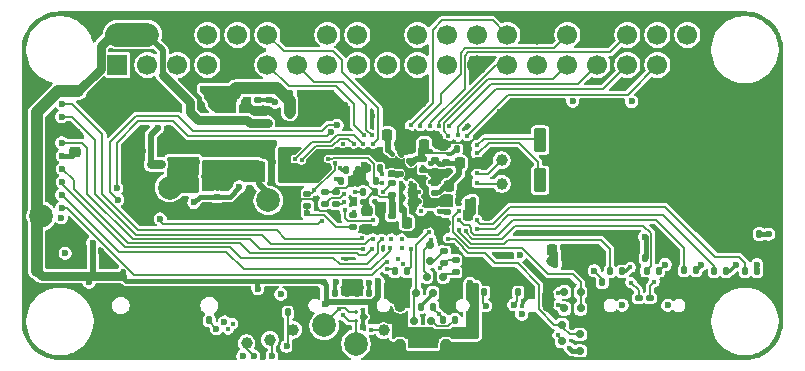
<source format=gbl>
%TF.GenerationSoftware,KiCad,Pcbnew,9.0.3*%
%TF.CreationDate,2025-07-23T11:06:21+02:00*%
%TF.ProjectId,icepi-zero,69636570-692d-47a6-9572-6f2e6b696361,v1.3*%
%TF.SameCoordinates,Original*%
%TF.FileFunction,Copper,L4,Bot*%
%TF.FilePolarity,Positive*%
%FSLAX46Y46*%
G04 Gerber Fmt 4.6, Leading zero omitted, Abs format (unit mm)*
G04 Created by KiCad (PCBNEW 9.0.3) date 2025-07-23 11:06:21*
%MOMM*%
%LPD*%
G01*
G04 APERTURE LIST*
G04 Aperture macros list*
%AMRoundRect*
0 Rectangle with rounded corners*
0 $1 Rounding radius*
0 $2 $3 $4 $5 $6 $7 $8 $9 X,Y pos of 4 corners*
0 Add a 4 corners polygon primitive as box body*
4,1,4,$2,$3,$4,$5,$6,$7,$8,$9,$2,$3,0*
0 Add four circle primitives for the rounded corners*
1,1,$1+$1,$2,$3*
1,1,$1+$1,$4,$5*
1,1,$1+$1,$6,$7*
1,1,$1+$1,$8,$9*
0 Add four rect primitives between the rounded corners*
20,1,$1+$1,$2,$3,$4,$5,0*
20,1,$1+$1,$4,$5,$6,$7,0*
20,1,$1+$1,$6,$7,$8,$9,0*
20,1,$1+$1,$8,$9,$2,$3,0*%
G04 Aperture macros list end*
%TA.AperFunction,ComponentPad*%
%ADD10R,1.700000X1.700000*%
%TD*%
%TA.AperFunction,ComponentPad*%
%ADD11C,1.700000*%
%TD*%
%TA.AperFunction,HeatsinkPad*%
%ADD12O,1.000000X2.100000*%
%TD*%
%TA.AperFunction,HeatsinkPad*%
%ADD13O,1.000000X1.800000*%
%TD*%
%TA.AperFunction,ComponentPad*%
%ADD14O,1.250000X1.800000*%
%TD*%
%TA.AperFunction,SMDPad,CuDef*%
%ADD15RoundRect,0.140000X-0.170000X0.140000X-0.170000X-0.140000X0.170000X-0.140000X0.170000X0.140000X0*%
%TD*%
%TA.AperFunction,SMDPad,CuDef*%
%ADD16RoundRect,0.140000X-0.140000X-0.170000X0.140000X-0.170000X0.140000X0.170000X-0.140000X0.170000X0*%
%TD*%
%TA.AperFunction,SMDPad,CuDef*%
%ADD17RoundRect,0.135000X-0.185000X0.135000X-0.185000X-0.135000X0.185000X-0.135000X0.185000X0.135000X0*%
%TD*%
%TA.AperFunction,SMDPad,CuDef*%
%ADD18RoundRect,0.150000X-0.200000X0.150000X-0.200000X-0.150000X0.200000X-0.150000X0.200000X0.150000X0*%
%TD*%
%TA.AperFunction,SMDPad,CuDef*%
%ADD19RoundRect,0.135000X0.135000X0.185000X-0.135000X0.185000X-0.135000X-0.185000X0.135000X-0.185000X0*%
%TD*%
%TA.AperFunction,SMDPad,CuDef*%
%ADD20RoundRect,0.150000X0.200000X-0.150000X0.200000X0.150000X-0.200000X0.150000X-0.200000X-0.150000X0*%
%TD*%
%TA.AperFunction,SMDPad,CuDef*%
%ADD21RoundRect,0.135000X-0.135000X-0.185000X0.135000X-0.185000X0.135000X0.185000X-0.135000X0.185000X0*%
%TD*%
%TA.AperFunction,SMDPad,CuDef*%
%ADD22RoundRect,0.157500X-0.367500X-0.842500X0.367500X-0.842500X0.367500X0.842500X-0.367500X0.842500X0*%
%TD*%
%TA.AperFunction,SMDPad,CuDef*%
%ADD23C,2.000000*%
%TD*%
%TA.AperFunction,SMDPad,CuDef*%
%ADD24RoundRect,0.140000X0.140000X0.170000X-0.140000X0.170000X-0.140000X-0.170000X0.140000X-0.170000X0*%
%TD*%
%TA.AperFunction,SMDPad,CuDef*%
%ADD25RoundRect,0.140000X0.170000X-0.140000X0.170000X0.140000X-0.170000X0.140000X-0.170000X-0.140000X0*%
%TD*%
%TA.AperFunction,SMDPad,CuDef*%
%ADD26RoundRect,0.225000X-0.225000X-0.250000X0.225000X-0.250000X0.225000X0.250000X-0.225000X0.250000X0*%
%TD*%
%TA.AperFunction,SMDPad,CuDef*%
%ADD27RoundRect,0.225000X0.250000X-0.225000X0.250000X0.225000X-0.250000X0.225000X-0.250000X-0.225000X0*%
%TD*%
%TA.AperFunction,SMDPad,CuDef*%
%ADD28C,1.000000*%
%TD*%
%TA.AperFunction,SMDPad,CuDef*%
%ADD29RoundRect,0.135000X0.185000X-0.135000X0.185000X0.135000X-0.185000X0.135000X-0.185000X-0.135000X0*%
%TD*%
%TA.AperFunction,SMDPad,CuDef*%
%ADD30RoundRect,0.150000X-0.150000X-0.200000X0.150000X-0.200000X0.150000X0.200000X-0.150000X0.200000X0*%
%TD*%
%TA.AperFunction,SMDPad,CuDef*%
%ADD31RoundRect,0.150000X0.150000X0.200000X-0.150000X0.200000X-0.150000X-0.200000X0.150000X-0.200000X0*%
%TD*%
%TA.AperFunction,SMDPad,CuDef*%
%ADD32RoundRect,0.218750X-0.218750X-0.381250X0.218750X-0.381250X0.218750X0.381250X-0.218750X0.381250X0*%
%TD*%
%TA.AperFunction,SMDPad,CuDef*%
%ADD33RoundRect,0.225000X0.225000X0.250000X-0.225000X0.250000X-0.225000X-0.250000X0.225000X-0.250000X0*%
%TD*%
%TA.AperFunction,SMDPad,CuDef*%
%ADD34RoundRect,0.075000X0.075000X-0.075000X0.075000X0.075000X-0.075000X0.075000X-0.075000X-0.075000X0*%
%TD*%
%TA.AperFunction,SMDPad,CuDef*%
%ADD35RoundRect,0.225000X-0.250000X0.225000X-0.250000X-0.225000X0.250000X-0.225000X0.250000X0.225000X0*%
%TD*%
%TA.AperFunction,ViaPad*%
%ADD36C,0.600000*%
%TD*%
%TA.AperFunction,ViaPad*%
%ADD37C,0.450000*%
%TD*%
%TA.AperFunction,Conductor*%
%ADD38C,0.300000*%
%TD*%
%TA.AperFunction,Conductor*%
%ADD39C,0.500000*%
%TD*%
%TA.AperFunction,Conductor*%
%ADD40C,0.750000*%
%TD*%
%TA.AperFunction,Conductor*%
%ADD41C,0.170000*%
%TD*%
%TA.AperFunction,Conductor*%
%ADD42C,0.200000*%
%TD*%
%TA.AperFunction,Conductor*%
%ADD43C,0.400000*%
%TD*%
%TA.AperFunction,Conductor*%
%ADD44C,0.165000*%
%TD*%
%TA.AperFunction,Conductor*%
%ADD45C,0.216050*%
%TD*%
%TA.AperFunction,Conductor*%
%ADD46C,2.000000*%
%TD*%
%TA.AperFunction,Conductor*%
%ADD47C,1.000000*%
%TD*%
%TA.AperFunction,Conductor*%
%ADD48C,0.150000*%
%TD*%
G04 APERTURE END LIST*
D10*
%TO.P,J1,1,Pin_1*%
%TO.N,+3V3*%
X124375000Y-94775000D03*
D11*
%TO.P,J1,2,Pin_2*%
%TO.N,+5V*%
X124375000Y-92235000D03*
%TO.P,J1,3,Pin_3*%
%TO.N,/GPIO0*%
X126915000Y-94775000D03*
%TO.P,J1,4,Pin_4*%
%TO.N,+5V*%
X126915000Y-92235000D03*
%TO.P,J1,5,Pin_5*%
%TO.N,/GPIO1*%
X129455000Y-94775000D03*
%TO.P,J1,6,Pin_6*%
%TO.N,GND*%
X129455000Y-92235000D03*
%TO.P,J1,7,Pin_7*%
%TO.N,/GPIO2*%
X131995000Y-94775000D03*
%TO.P,J1,8,Pin_8*%
%TO.N,/GPIO3*%
X131995000Y-92235000D03*
%TO.P,J1,9,Pin_9*%
%TO.N,GND*%
X134535000Y-94775000D03*
%TO.P,J1,10,Pin_10*%
%TO.N,/GPIO4*%
X134535000Y-92235000D03*
%TO.P,J1,11,Pin_11*%
%TO.N,/GPIO5*%
X137075000Y-94775000D03*
%TO.P,J1,12,Pin_12*%
%TO.N,/GPIO6*%
X137075000Y-92235000D03*
%TO.P,J1,13,Pin_13*%
%TO.N,/GPIO7*%
X139615000Y-94775000D03*
%TO.P,J1,14,Pin_14*%
%TO.N,GND*%
X139615000Y-92235000D03*
%TO.P,J1,15,Pin_15*%
%TO.N,/GPIO8*%
X142155000Y-94775000D03*
%TO.P,J1,16,Pin_16*%
%TO.N,/GPIO9*%
X142155000Y-92235000D03*
%TO.P,J1,17,Pin_17*%
%TO.N,+3V3*%
X144695000Y-94775000D03*
%TO.P,J1,18,Pin_18*%
%TO.N,/GPIO10*%
X144695000Y-92235000D03*
%TO.P,J1,19,Pin_19*%
%TO.N,/GPIO11*%
X147235000Y-94775000D03*
%TO.P,J1,20,Pin_20*%
%TO.N,GND*%
X147235000Y-92235000D03*
%TO.P,J1,21,Pin_21*%
%TO.N,/GPIO12*%
X149775000Y-94775000D03*
%TO.P,J1,22,Pin_22*%
%TO.N,/GPIO13*%
X149775000Y-92235000D03*
%TO.P,J1,23,Pin_23*%
%TO.N,/GPIO14*%
X152315000Y-94775000D03*
%TO.P,J1,24,Pin_24*%
%TO.N,/GPIO15*%
X152315000Y-92235000D03*
%TO.P,J1,25,Pin_25*%
%TO.N,GND*%
X154855000Y-94775000D03*
%TO.P,J1,26,Pin_26*%
%TO.N,/GPIO16*%
X154855000Y-92235000D03*
%TO.P,J1,27,Pin_27*%
%TO.N,/GPIO17*%
X157395000Y-94775000D03*
%TO.P,J1,28,Pin_28*%
%TO.N,/GPIO18*%
X157395000Y-92235000D03*
%TO.P,J1,29,Pin_29*%
%TO.N,/GPIO19*%
X159935000Y-94775000D03*
%TO.P,J1,30,Pin_30*%
%TO.N,GND*%
X159935000Y-92235000D03*
%TO.P,J1,31,Pin_31*%
%TO.N,/GPIO20*%
X162475000Y-94775000D03*
%TO.P,J1,32,Pin_32*%
%TO.N,/GPIO21*%
X162475000Y-92235000D03*
%TO.P,J1,33,Pin_33*%
%TO.N,/GPIO22*%
X165015000Y-94775000D03*
%TO.P,J1,34,Pin_34*%
%TO.N,GND*%
X165015000Y-92235000D03*
%TO.P,J1,35,Pin_35*%
%TO.N,/GPIO23*%
X167555000Y-94775000D03*
%TO.P,J1,36,Pin_36*%
%TO.N,/GPIO24*%
X167555000Y-92235000D03*
%TO.P,J1,37,Pin_37*%
%TO.N,/GPIO25*%
X170095000Y-94775000D03*
%TO.P,J1,38,Pin_38*%
%TO.N,/GPIO26*%
X170095000Y-92235000D03*
%TO.P,J1,39,Pin_39*%
%TO.N,GND*%
X172635000Y-94775000D03*
%TO.P,J1,40,Pin_40*%
%TO.N,/GPIO27*%
X172635000Y-92235000D03*
%TD*%
D12*
%TO.P,J4,S1,SHIELD*%
%TO.N,GND*%
X164680000Y-114645000D03*
D13*
X164680000Y-118825000D03*
D12*
X173320000Y-114645000D03*
D13*
X173320000Y-118825000D03*
%TD*%
D12*
%TO.P,J5,S1,SHIELD*%
%TO.N,GND*%
X152180000Y-114645000D03*
D13*
X152180000Y-118825000D03*
D12*
X160820000Y-114645000D03*
D13*
X160820000Y-118825000D03*
%TD*%
D12*
%TO.P,J3,S1,SHIELD*%
%TO.N,GND*%
X139680000Y-114645000D03*
D13*
X139680000Y-118825000D03*
D12*
X148320000Y-114645000D03*
D13*
X148320000Y-118825000D03*
%TD*%
D14*
%TO.P,J2,SH,SH*%
%TO.N,GND*%
X122975000Y-114350000D03*
X123000000Y-118850000D03*
X133825000Y-114350000D03*
X133825000Y-118850000D03*
%TD*%
D15*
%TO.P,C22,1*%
%TO.N,/Power/FILTERED_2V5*%
X147575000Y-102980000D03*
%TO.P,C22,2*%
%TO.N,GND*%
X147575000Y-103940000D03*
%TD*%
D16*
%TO.P,C43,1*%
%TO.N,+3V3*%
X161445000Y-111625000D03*
%TO.P,C43,2*%
%TO.N,GND*%
X162405000Y-111625000D03*
%TD*%
D17*
%TO.P,R20,1*%
%TO.N,+3V3*%
X142850000Y-105530000D03*
%TO.P,R20,2*%
%TO.N,JTAG_TCK*%
X142850000Y-106550000D03*
%TD*%
D16*
%TO.P,C15,1*%
%TO.N,+1V1*%
X148480000Y-106020000D03*
%TO.P,C15,2*%
%TO.N,GND*%
X149440000Y-106020000D03*
%TD*%
D18*
%TO.P,D13,1,K*%
%TO.N,Net-(D13-K)*%
X150875000Y-111425000D03*
%TO.P,D13,2,A*%
%TO.N,/USB/USB0_PULL_D+*%
X150875000Y-110025000D03*
%TD*%
D19*
%TO.P,R6,1*%
%TO.N,+1V1*%
X129110000Y-103200000D03*
%TO.P,R6,2*%
%TO.N,Net-(U2-FB)*%
X128090000Y-103200000D03*
%TD*%
D20*
%TO.P,D12,1,K*%
%TO.N,/USB/USB1_PULL_D+*%
X163500000Y-117600000D03*
%TO.P,D12,2,A*%
%TO.N,Net-(D12-A)*%
X163500000Y-119000000D03*
%TD*%
D15*
%TO.P,C52,1*%
%TO.N,+3V3*%
X150200000Y-102730000D03*
%TO.P,C52,2*%
%TO.N,GND*%
X150200000Y-103690000D03*
%TD*%
D21*
%TO.P,R4,1*%
%TO.N,/LED1*%
X169170000Y-112210000D03*
%TO.P,R4,2*%
%TO.N,Net-(D4-A)*%
X170190000Y-112210000D03*
%TD*%
D22*
%TO.P,SW2,1,1*%
%TO.N,/SW1*%
X160175000Y-104550000D03*
%TO.P,SW2,2,2*%
%TO.N,GND*%
X164625000Y-104550000D03*
%TD*%
D23*
%TO.P,TP2,1,1*%
%TO.N,GND*%
X129100000Y-115540000D03*
%TD*%
%TO.P,TP4,1,1*%
%TO.N,+3V3*%
X132980000Y-97820000D03*
%TD*%
D24*
%TO.P,C38,1*%
%TO.N,Net-(U6-3V3OUT)*%
X132150000Y-116420000D03*
%TO.P,C38,2*%
%TO.N,GND*%
X131190000Y-116420000D03*
%TD*%
D15*
%TO.P,C12,1*%
%TO.N,+1V1*%
X151260000Y-102800000D03*
%TO.P,C12,2*%
%TO.N,GND*%
X151260000Y-103760000D03*
%TD*%
D25*
%TO.P,C19,1*%
%TO.N,+2V5*%
X135000000Y-103230000D03*
%TO.P,C19,2*%
%TO.N,GND*%
X135000000Y-102270000D03*
%TD*%
D23*
%TO.P,TP1,1,1*%
%TO.N,GND*%
X173820000Y-101610000D03*
%TD*%
D25*
%TO.P,C7,1*%
%TO.N,+1V1*%
X131000000Y-102980000D03*
%TO.P,C7,2*%
%TO.N,GND*%
X131000000Y-102020000D03*
%TD*%
D26*
%TO.P,C2,1*%
%TO.N,+3V3*%
X150345000Y-101560000D03*
%TO.P,C2,2*%
%TO.N,GND*%
X151895000Y-101560000D03*
%TD*%
D27*
%TO.P,C47,1*%
%TO.N,+3V3*%
X120790000Y-102195000D03*
%TO.P,C47,2*%
%TO.N,GND*%
X120790000Y-100645000D03*
%TD*%
D22*
%TO.P,SW1,1,1*%
%TO.N,/SW0*%
X160175000Y-101150000D03*
%TO.P,SW1,2,2*%
%TO.N,GND*%
X164625000Y-101150000D03*
%TD*%
D28*
%TO.P,TP14,1,1*%
%TO.N,/DBG1*%
X156900000Y-102850000D03*
%TD*%
D21*
%TO.P,R34,1*%
%TO.N,Net-(D10-A)*%
X150090000Y-115270000D03*
%TO.P,R34,2*%
%TO.N,/USB/D0A-*%
X151110000Y-115270000D03*
%TD*%
D17*
%TO.P,R29,1*%
%TO.N,Net-(J4-CC1)*%
X168520000Y-114510000D03*
%TO.P,R29,2*%
%TO.N,GND*%
X168520000Y-115530000D03*
%TD*%
D19*
%TO.P,R48,1*%
%TO.N,+3V3*%
X146190000Y-105560000D03*
%TO.P,R48,2*%
%TO.N,PROGRAMMING*%
X145170000Y-105560000D03*
%TD*%
D16*
%TO.P,C41,1*%
%TO.N,+3V3*%
X165420000Y-113200000D03*
%TO.P,C41,2*%
%TO.N,GND*%
X166380000Y-113200000D03*
%TD*%
D29*
%TO.P,R42,1*%
%TO.N,Net-(D14-A)*%
X153000000Y-112335000D03*
%TO.P,R42,2*%
%TO.N,/USB/D0+*%
X153000000Y-111315000D03*
%TD*%
D16*
%TO.P,C51,1*%
%TO.N,+3V3*%
X153080000Y-101910000D03*
%TO.P,C51,2*%
%TO.N,GND*%
X154040000Y-101910000D03*
%TD*%
D30*
%TO.P,D9,1,K*%
%TO.N,Net-(D9-K)*%
X150920000Y-116450000D03*
%TO.P,D9,2,A*%
%TO.N,/USB/USB0_PULL_D-*%
X149520000Y-116450000D03*
%TD*%
D17*
%TO.P,R41,1*%
%TO.N,Net-(D13-K)*%
X152050000Y-110540000D03*
%TO.P,R41,2*%
%TO.N,/USB/D0+*%
X152050000Y-111560000D03*
%TD*%
D18*
%TO.P,D11,1,K*%
%TO.N,Net-(D11-K)*%
X162025000Y-118175000D03*
%TO.P,D11,2,A*%
%TO.N,/USB/USB1_PULL_D+*%
X162025000Y-116775000D03*
%TD*%
D26*
%TO.P,C42,1*%
%TO.N,+3V3*%
X161175000Y-110425000D03*
%TO.P,C42,2*%
%TO.N,GND*%
X162725000Y-110425000D03*
%TD*%
D23*
%TO.P,TP8,1,1*%
%TO.N,/USB/D2+*%
X144570000Y-118400000D03*
%TD*%
D31*
%TO.P,D14,1,K*%
%TO.N,/USB/USB0_PULL_D+*%
X150550000Y-112700000D03*
%TO.P,D14,2,A*%
%TO.N,Net-(D14-A)*%
X151950000Y-112700000D03*
%TD*%
D29*
%TO.P,R46,1*%
%TO.N,+3V3*%
X140460000Y-106700000D03*
%TO.P,R46,2*%
%TO.N,~{FLASH_RESET}*%
X140460000Y-105680000D03*
%TD*%
D32*
%TO.P,FB1,1*%
%TO.N,+2V5*%
X136317500Y-103800000D03*
%TO.P,FB1,2*%
%TO.N,/Power/FILTERED_2V5*%
X138442500Y-103800000D03*
%TD*%
D28*
%TO.P,TP10,1,1*%
%TO.N,JTAG_TDI*%
X135300000Y-118350000D03*
%TD*%
D23*
%TO.P,TP5,1,1*%
%TO.N,+2V5*%
X137140000Y-106250000D03*
%TD*%
D21*
%TO.P,R43,1*%
%TO.N,+3V3*%
X145200000Y-104600000D03*
%TO.P,R43,2*%
%TO.N,~{FLASH_CS}*%
X146220000Y-104600000D03*
%TD*%
D16*
%TO.P,C46,1*%
%TO.N,+3V3*%
X147320000Y-101910000D03*
%TO.P,C46,2*%
%TO.N,GND*%
X148280000Y-101910000D03*
%TD*%
D28*
%TO.P,TP11,1,1*%
%TO.N,JTAG_TDO*%
X146900000Y-117225000D03*
%TD*%
D26*
%TO.P,C45,1*%
%TO.N,+3V3*%
X147230000Y-100720000D03*
%TO.P,C45,2*%
%TO.N,GND*%
X148780000Y-100720000D03*
%TD*%
D24*
%TO.P,C40,1*%
%TO.N,+3V3*%
X169030000Y-111160000D03*
%TO.P,C40,2*%
%TO.N,GND*%
X168070000Y-111160000D03*
%TD*%
D33*
%TO.P,C20,1*%
%TO.N,/Power/FILTERED_2V5*%
X138435000Y-102220000D03*
%TO.P,C20,2*%
%TO.N,GND*%
X136885000Y-102220000D03*
%TD*%
D23*
%TO.P,TP7,1,1*%
%TO.N,/USB/D2-*%
X141875000Y-116825000D03*
%TD*%
D19*
%TO.P,R23,1*%
%TO.N,JTAG_TMS*%
X138835000Y-115725000D03*
%TO.P,R23,2*%
%TO.N,GND*%
X137815000Y-115725000D03*
%TD*%
D25*
%TO.P,C3,1*%
%TO.N,+3V3*%
X149180000Y-102890000D03*
%TO.P,C3,2*%
%TO.N,GND*%
X149180000Y-101930000D03*
%TD*%
D21*
%TO.P,R22,1*%
%TO.N,+3V3*%
X147840000Y-112250000D03*
%TO.P,R22,2*%
%TO.N,JTAG_TDO*%
X148860000Y-112250000D03*
%TD*%
D16*
%TO.P,C16,1*%
%TO.N,+1V1*%
X148480000Y-105100000D03*
%TO.P,C16,2*%
%TO.N,GND*%
X149440000Y-105100000D03*
%TD*%
D29*
%TO.P,R21,1*%
%TO.N,+3V3*%
X144290000Y-108480000D03*
%TO.P,R21,2*%
%TO.N,JTAG_TDI*%
X144290000Y-107460000D03*
%TD*%
D34*
%TO.P,U7,1,D+*%
%TO.N,/USB/D2+*%
X144597500Y-116437500D03*
%TO.P,U7,2,D-*%
%TO.N,/USB/D2-*%
X144597500Y-115737500D03*
%TO.P,U7,3,GND*%
%TO.N,GND*%
X145447500Y-116087500D03*
%TD*%
D21*
%TO.P,R25,1*%
%TO.N,GND*%
X144680000Y-114090000D03*
%TO.P,R25,2*%
%TO.N,Net-(J3-CC2)*%
X145700000Y-114090000D03*
%TD*%
D19*
%TO.P,R44,1*%
%TO.N,+3V3*%
X144750000Y-103650000D03*
%TO.P,R44,2*%
%TO.N,FLASH_MISO*%
X143730000Y-103650000D03*
%TD*%
D17*
%TO.P,R9,1*%
%TO.N,Net-(U3-FB)*%
X132800000Y-105930000D03*
%TO.P,R9,2*%
%TO.N,GND*%
X132800000Y-106950000D03*
%TD*%
D29*
%TO.P,R49,1*%
%TO.N,+3V3*%
X147580000Y-105810000D03*
%TO.P,R49,2*%
%TO.N,DONE*%
X147580000Y-104790000D03*
%TD*%
D31*
%TO.P,D10,1,K*%
%TO.N,/USB/USB0_PULL_D-*%
X149680000Y-114100000D03*
%TO.P,D10,2,A*%
%TO.N,Net-(D10-A)*%
X151080000Y-114100000D03*
%TD*%
D17*
%TO.P,R50,1*%
%TO.N,+3V3*%
X141910000Y-105530000D03*
%TO.P,R50,2*%
%TO.N,INITN*%
X141910000Y-106550000D03*
%TD*%
D19*
%TO.P,R32,1*%
%TO.N,Net-(D9-K)*%
X152950000Y-116360000D03*
%TO.P,R32,2*%
%TO.N,/USB/D0A-*%
X151930000Y-116360000D03*
%TD*%
D26*
%TO.P,C49,1*%
%TO.N,+3V3*%
X154075000Y-107475000D03*
%TO.P,C49,2*%
%TO.N,GND*%
X155625000Y-107475000D03*
%TD*%
%TO.P,C8,1*%
%TO.N,+1V1*%
X148875000Y-108125000D03*
%TO.P,C8,2*%
%TO.N,GND*%
X150425000Y-108125000D03*
%TD*%
%TO.P,C9,1*%
%TO.N,+1V1*%
X152415000Y-105075000D03*
%TO.P,C9,2*%
%TO.N,GND*%
X153965000Y-105075000D03*
%TD*%
D19*
%TO.P,R7,1*%
%TO.N,Net-(U2-FB)*%
X127210000Y-103200000D03*
%TO.P,R7,2*%
%TO.N,GND*%
X126190000Y-103200000D03*
%TD*%
D23*
%TO.P,TP6,1,1*%
%TO.N,+1V1*%
X128790000Y-105180000D03*
%TD*%
D30*
%TO.P,D7,1,K*%
%TO.N,/USB/USB1_PULL_D-*%
X163600000Y-115400000D03*
%TO.P,D7,2,A*%
%TO.N,Net-(D7-A)*%
X162200000Y-115400000D03*
%TD*%
D15*
%TO.P,C11,1*%
%TO.N,+1V1*%
X152175000Y-102960000D03*
%TO.P,C11,2*%
%TO.N,GND*%
X152175000Y-103920000D03*
%TD*%
D26*
%TO.P,C10,1*%
%TO.N,+1V1*%
X153350000Y-103100000D03*
%TO.P,C10,2*%
%TO.N,GND*%
X154900000Y-103100000D03*
%TD*%
D15*
%TO.P,C48,1*%
%TO.N,+3V3*%
X152250000Y-107220000D03*
%TO.P,C48,2*%
%TO.N,GND*%
X152250000Y-108180000D03*
%TD*%
D19*
%TO.P,R45,1*%
%TO.N,+3V3*%
X144360000Y-104610000D03*
%TO.P,R45,2*%
%TO.N,FLASH_MOSI*%
X143340000Y-104610000D03*
%TD*%
D23*
%TO.P,TP3,1,1*%
%TO.N,+5V*%
X117920000Y-107580000D03*
%TD*%
D17*
%TO.P,R11,1*%
%TO.N,Net-(U4-FB)*%
X137190000Y-97770000D03*
%TO.P,R11,2*%
%TO.N,GND*%
X137190000Y-98790000D03*
%TD*%
D21*
%TO.P,R5,1*%
%TO.N,/LED4*%
X177490000Y-112250000D03*
%TO.P,R5,2*%
%TO.N,Net-(D5-A)*%
X178510000Y-112250000D03*
%TD*%
%TO.P,R3,1*%
%TO.N,/LED3*%
X174890000Y-112240000D03*
%TO.P,R3,2*%
%TO.N,Net-(D3-A)*%
X175910000Y-112240000D03*
%TD*%
D29*
%TO.P,R31,1*%
%TO.N,GND*%
X169460000Y-115530000D03*
%TO.P,R31,2*%
%TO.N,Net-(J4-CC2)*%
X169460000Y-114510000D03*
%TD*%
D21*
%TO.P,R37,1*%
%TO.N,GND*%
X157290000Y-114040000D03*
%TO.P,R37,2*%
%TO.N,Net-(J5-CC2)*%
X158310000Y-114040000D03*
%TD*%
%TO.P,R2,1*%
%TO.N,/LED2*%
X172350000Y-112180000D03*
%TO.P,R2,2*%
%TO.N,Net-(D2-A)*%
X173370000Y-112180000D03*
%TD*%
D31*
%TO.P,D6,1,K*%
%TO.N,Net-(D6-K)*%
X162200000Y-114000000D03*
%TO.P,D6,2,A*%
%TO.N,/USB/USB1_PULL_D-*%
X163600000Y-114000000D03*
%TD*%
D16*
%TO.P,C50,1*%
%TO.N,+3V3*%
X154440000Y-106275000D03*
%TO.P,C50,2*%
%TO.N,GND*%
X155400000Y-106275000D03*
%TD*%
%TO.P,C21,1*%
%TO.N,/Power/FILTERED_2V5*%
X152270000Y-106275000D03*
%TO.P,C21,2*%
%TO.N,GND*%
X153230000Y-106275000D03*
%TD*%
D28*
%TO.P,TP9,1,1*%
%TO.N,JTAG_TCK*%
X137275000Y-118050000D03*
%TD*%
D24*
%TO.P,C27,1*%
%TO.N,+3V3*%
X147610000Y-106690000D03*
%TO.P,C27,2*%
%TO.N,GND*%
X146650000Y-106690000D03*
%TD*%
D21*
%TO.P,R1,1*%
%TO.N,/LED0*%
X166050000Y-112270000D03*
%TO.P,R1,2*%
%TO.N,Net-(D1-A)*%
X167070000Y-112270000D03*
%TD*%
D16*
%TO.P,C25,1*%
%TO.N,+3V3*%
X139020000Y-97250000D03*
%TO.P,C25,2*%
%TO.N,GND*%
X139980000Y-97250000D03*
%TD*%
D28*
%TO.P,TP12,1,1*%
%TO.N,JTAG_TMS*%
X139250000Y-117200000D03*
%TD*%
D17*
%TO.P,R10,1*%
%TO.N,+3V3*%
X136250000Y-96740000D03*
%TO.P,R10,2*%
%TO.N,Net-(U4-FB)*%
X136250000Y-97760000D03*
%TD*%
D24*
%TO.P,C39,1*%
%TO.N,+3V3*%
X178730000Y-109100000D03*
%TO.P,C39,2*%
%TO.N,GND*%
X177770000Y-109100000D03*
%TD*%
D15*
%TO.P,C28,1*%
%TO.N,+3V3*%
X147580000Y-107580000D03*
%TO.P,C28,2*%
%TO.N,GND*%
X147580000Y-108540000D03*
%TD*%
D28*
%TO.P,TP13,1,1*%
%TO.N,/DBG2*%
X156900000Y-104850000D03*
%TD*%
D21*
%TO.P,R36,1*%
%TO.N,Net-(J5-CC1)*%
X155433250Y-114040000D03*
%TO.P,R36,2*%
%TO.N,GND*%
X156453250Y-114040000D03*
%TD*%
D16*
%TO.P,C1,1*%
%TO.N,+3V3*%
X138940000Y-98990000D03*
%TO.P,C1,2*%
%TO.N,GND*%
X139900000Y-98990000D03*
%TD*%
D21*
%TO.P,R47,1*%
%TO.N,+3V3*%
X145590000Y-103500000D03*
%TO.P,R47,2*%
%TO.N,~{FLASH_WP}*%
X146610000Y-103500000D03*
%TD*%
D25*
%TO.P,C13,1*%
%TO.N,+1V1*%
X151250000Y-105590000D03*
%TO.P,C13,2*%
%TO.N,GND*%
X151250000Y-104630000D03*
%TD*%
D21*
%TO.P,R24,1*%
%TO.N,Net-(J3-CC1)*%
X142820000Y-114090000D03*
%TO.P,R24,2*%
%TO.N,GND*%
X143840000Y-114090000D03*
%TD*%
D35*
%TO.P,C26,1*%
%TO.N,+3V3*%
X145490000Y-107135000D03*
%TO.P,C26,2*%
%TO.N,GND*%
X145490000Y-108685000D03*
%TD*%
D16*
%TO.P,C14,1*%
%TO.N,+1V1*%
X148470000Y-106940000D03*
%TO.P,C14,2*%
%TO.N,GND*%
X149430000Y-106940000D03*
%TD*%
D36*
%TO.N,GND*%
X132050000Y-101660000D03*
D37*
%TO.N,Net-(D12-A)*%
X162640000Y-118746477D03*
D36*
%TO.N,+1V1*%
X130125000Y-103800000D03*
%TO.N,Net-(U2-FB)*%
X127800000Y-100100000D03*
D37*
%TO.N,~{FLASH_CS}*%
X146800000Y-104750000D03*
X142220000Y-102739000D03*
%TO.N,FLASH_MISO*%
X143236273Y-103500000D03*
%TO.N,FLASH_MOSI*%
X142896781Y-104400000D03*
%TO.N,/Power/FILTERED_2V5*%
X151610000Y-106310000D03*
X148332451Y-103156329D03*
%TO.N,~{FLASH_RESET}*%
X141000000Y-105400000D03*
X142805295Y-103085001D03*
%TO.N,PROGRAMMING*%
X144494752Y-105522857D03*
%TO.N,~{FLASH_WP}*%
X146799999Y-104009960D03*
%TO.N,JTAG_TMS*%
X146044151Y-107936000D03*
X143651970Y-107107892D03*
D36*
X138690000Y-118617500D03*
D37*
%TO.N,JTAG_TDI*%
X144399998Y-107209961D03*
D36*
X135950381Y-119426286D03*
%TO.N,JTAG_TCK*%
X137430001Y-119448411D03*
D37*
X143550000Y-106350000D03*
D36*
%TO.N,GND*%
X168250000Y-118250000D03*
D37*
X152340040Y-108750000D03*
X141300000Y-106975000D03*
D36*
X119670000Y-100275000D03*
X128090000Y-97890000D03*
D37*
X143430000Y-101460000D03*
X154050000Y-103950000D03*
X148420000Y-102340000D03*
X170080000Y-115110000D03*
X149960000Y-107960000D03*
X153990000Y-99940000D03*
D36*
X131430000Y-98078672D03*
X135700000Y-116625000D03*
X141180000Y-106140000D03*
X127620000Y-117720000D03*
X156710000Y-110880000D03*
D37*
X160474739Y-98128000D03*
D36*
X126990000Y-104330000D03*
X125770000Y-96090000D03*
X136690000Y-119450000D03*
X170270000Y-96860000D03*
X162780000Y-111660000D03*
X142920000Y-107570000D03*
X179800000Y-106150000D03*
D37*
X144750000Y-113050000D03*
X162750000Y-116850000D03*
X154012533Y-101504255D03*
X120180000Y-109960000D03*
D36*
X177500000Y-106750000D03*
X141070000Y-119120000D03*
D37*
X145156195Y-116516195D03*
X142300000Y-107176500D03*
D36*
X122330000Y-91100000D03*
X125720000Y-104950000D03*
X126520000Y-102050000D03*
D37*
X149570000Y-119430000D03*
X151560000Y-104730000D03*
D36*
X134250000Y-101500000D03*
D37*
X146859960Y-110349999D03*
D36*
X138570000Y-99700000D03*
X137500000Y-103000000D03*
X135690000Y-105930000D03*
X174680000Y-96560000D03*
D37*
X151600000Y-108730000D03*
D36*
X154450000Y-119100000D03*
D37*
X150850000Y-104700000D03*
X153199956Y-105547854D03*
D36*
X135690000Y-115740000D03*
D37*
X152450000Y-101550000D03*
D36*
X132860000Y-101530000D03*
X142200000Y-99250000D03*
D37*
X148371717Y-103979252D03*
D36*
X169260000Y-100120000D03*
D37*
X142250000Y-97500000D03*
D36*
X171830000Y-116650000D03*
D37*
X149180000Y-105560000D03*
X149870000Y-105520000D03*
D36*
X139100000Y-107050000D03*
X124940000Y-117090000D03*
X158350000Y-98750000D03*
D37*
X154800000Y-105550000D03*
X151590000Y-103990000D03*
X150810000Y-103940000D03*
X143761253Y-111190000D03*
X149208767Y-106399908D03*
D36*
X143610000Y-98170000D03*
X119000000Y-109675000D03*
X136393259Y-98877323D03*
X150250000Y-96270000D03*
D37*
X167150000Y-113100000D03*
D36*
X165268700Y-97878699D03*
X132560000Y-113930000D03*
D37*
X172450000Y-113150000D03*
X149240000Y-104760000D03*
D36*
X171220000Y-113020000D03*
X116840000Y-113970000D03*
X140254617Y-99450000D03*
X158000000Y-118750000D03*
D37*
X150210000Y-116640000D03*
X151560000Y-107950000D03*
D36*
X177250000Y-102750000D03*
X136542758Y-116514778D03*
D37*
X151250000Y-112475000D03*
D36*
X128690000Y-107080000D03*
X131200000Y-118800000D03*
D37*
X145971233Y-99121233D03*
D36*
X180100000Y-113550000D03*
D37*
X149200001Y-101490040D03*
X167561500Y-109398500D03*
X151600000Y-109500000D03*
D36*
X116910000Y-95780000D03*
X175410000Y-104600000D03*
X150200000Y-98110000D03*
X179800000Y-97350000D03*
D37*
X146190848Y-106268459D03*
X156700396Y-98686000D03*
D36*
X136990000Y-115760000D03*
X123000000Y-110550000D03*
D37*
X149905775Y-106323234D03*
D36*
X179600000Y-102450000D03*
D37*
X144428767Y-106278962D03*
D36*
X140250000Y-98050000D03*
X141360000Y-99770000D03*
D37*
X164460000Y-112880000D03*
D36*
X153758636Y-112152091D03*
D37*
X153140040Y-110350000D03*
D36*
X124875000Y-98150000D03*
%TO.N,+5V*%
X154580000Y-115330000D03*
X141979617Y-115048083D03*
X121975000Y-113175000D03*
X131160000Y-99470000D03*
X136262500Y-113720775D03*
X167120000Y-115120000D03*
X146441268Y-113116268D03*
X136250000Y-99750000D03*
X137070000Y-99720000D03*
D37*
X124804662Y-112235000D03*
D36*
X158600000Y-115900000D03*
X122275000Y-109850000D03*
X141822760Y-113192360D03*
X130490000Y-98030000D03*
X154207000Y-113257000D03*
X170960000Y-115120000D03*
%TO.N,+3V3*%
X119953000Y-110725001D03*
X132680000Y-97245000D03*
X133775000Y-98370000D03*
D37*
X160916516Y-111341990D03*
X145200000Y-106350000D03*
D36*
X133015000Y-98280000D03*
X162933162Y-97846838D03*
X138940000Y-98050000D03*
X140457536Y-107333591D03*
X164750000Y-112200000D03*
D37*
X145200002Y-103209962D03*
X149213999Y-103136970D03*
X147200001Y-112046011D03*
D36*
X179500000Y-109100000D03*
X119680000Y-102475000D03*
D37*
X147599998Y-102290039D03*
D36*
X169011001Y-109312707D03*
D37*
X147650000Y-107100000D03*
X150074727Y-107137904D03*
X147625000Y-106330000D03*
X153970000Y-106340000D03*
X150020000Y-102380000D03*
D36*
X134280000Y-97790000D03*
X119600000Y-107735000D03*
X158460617Y-110869383D03*
X167900000Y-97875000D03*
D37*
X151600000Y-107137904D03*
X152425000Y-102320000D03*
%TO.N,/USB/USB1_PULL_D-*%
X153259962Y-107150001D03*
%TO.N,/USB/USB0_PULL_D-*%
X150709396Y-108963096D03*
%TO.N,/USB/USB1_PULL_D+*%
X152400001Y-109490040D03*
%TO.N,/USB/USB0_PULL_D+*%
X150931000Y-109600849D03*
%TO.N,/GPIO21*%
X150020000Y-99930000D03*
%TO.N,/GPIO22*%
X152459961Y-99949999D03*
%TO.N,/GPIO6*%
X146010000Y-101490000D03*
%TO.N,/GPIO23*%
X153210000Y-100740000D03*
%TO.N,/GPIO7*%
X145925000Y-100737688D03*
%TO.N,/GPIO25*%
X153990000Y-100760000D03*
%TO.N,/GPIO24*%
X150828768Y-99921232D03*
%TO.N,/GPIO17*%
X151560000Y-99932131D03*
%TO.N,/GPIO20*%
X152390000Y-100770000D03*
%TO.N,/GPIO5*%
X145251207Y-100757608D03*
D36*
%TO.N,Net-(U4-FB)*%
X137720905Y-97929095D03*
D37*
%TO.N,+1V1*%
X150810000Y-103120000D03*
X148400000Y-104750000D03*
X148400000Y-105550000D03*
D36*
X130900000Y-104650000D03*
X129300000Y-103800000D03*
X130600000Y-105300000D03*
D37*
X151570000Y-105520000D03*
D36*
X131000000Y-103800000D03*
D37*
X148410000Y-106360000D03*
X151610000Y-103110000D03*
D36*
%TO.N,+2V5*%
X132600000Y-104200000D03*
X131800000Y-104200000D03*
X132790000Y-105010000D03*
D37*
%TO.N,Net-(J4-CC2)*%
X169820000Y-113120000D03*
%TO.N,Net-(J4-CC1)*%
X167850000Y-113210000D03*
%TO.N,/USB/D2-*%
X143133723Y-115441511D03*
%TO.N,JTAG_TDO*%
X149199999Y-110409960D03*
X145850000Y-117185000D03*
D36*
%TO.N,Net-(J5-CC2)*%
X157923710Y-115075454D03*
D37*
%TO.N,/USB/D2+*%
X143450120Y-115950000D03*
%TO.N,/USB/D0A-*%
X151590000Y-115892500D03*
D36*
%TO.N,Net-(J5-CC1)*%
X155567236Y-115189025D03*
%TO.N,Net-(U6-3V3OUT)*%
X138210000Y-114202500D03*
X132745000Y-117099827D03*
D37*
%TO.N,Net-(D1-A)*%
X167788910Y-111914095D03*
%TO.N,DONE*%
X146825000Y-105517424D03*
%TO.N,INITN*%
X143533583Y-105709000D03*
D36*
%TO.N,/uSD/SD_CLK*%
X119650000Y-101375000D03*
D37*
X145199998Y-110409962D03*
D36*
%TO.N,/uSD/SD_CMD*%
X119700000Y-103575000D03*
D37*
X145940039Y-110350002D03*
D36*
%TO.N,Net-(D2-A)*%
X173758026Y-111694042D03*
%TO.N,Net-(D3-A)*%
X176752903Y-111695001D03*
%TO.N,Net-(D4-A)*%
X170764614Y-111681947D03*
%TO.N,Net-(D5-A)*%
X178517658Y-111695000D03*
%TO.N,Net-(J3-CC1)*%
X142836963Y-113179827D03*
%TO.N,Net-(J3-CC2)*%
X145705063Y-113220410D03*
%TO.N,/uSD/SD_DAT0*%
X119650000Y-99175000D03*
D37*
X146007968Y-109499197D03*
%TO.N,/uSD/SD_DAT2*%
X147478221Y-110304779D03*
D36*
X119650000Y-105775000D03*
%TO.N,Net-(U3-FB)*%
X130851320Y-106430000D03*
X134700000Y-105110000D03*
%TO.N,/uSD/SD_DET*%
X119650000Y-106875000D03*
D37*
X147200000Y-111437608D03*
D36*
%TO.N,/uSD/SD_DAT3*%
X119690000Y-104675000D03*
D37*
X146748533Y-109542623D03*
D36*
%TO.N,/uSD/SD_DAT1*%
X119680000Y-98075000D03*
D37*
X145037735Y-109468530D03*
%TO.N,/LED0*%
X153259464Y-108749578D03*
%TO.N,/LED2*%
X153253596Y-107945206D03*
%TO.N,/LED3*%
X154810303Y-108701801D03*
%TO.N,/LED1*%
X153884115Y-108840000D03*
%TO.N,/LED4*%
X154850000Y-107950000D03*
%TO.N,/GPDI/GPDI_CEC*%
X144383071Y-101509000D03*
X139981324Y-102858935D03*
%TO.N,/GPDI/GPDI_UTIL*%
X145183073Y-101509000D03*
X139401656Y-102749000D03*
%TO.N,/GPDI/GPDI_HPD*%
X141685000Y-107967871D03*
D36*
X127990000Y-107806446D03*
D37*
X147571233Y-109521233D03*
D36*
%TO.N,/GPDI/GPDI_SCK_3V3*%
X124390000Y-106190000D03*
X142983162Y-99896838D03*
%TO.N,/GPDI/GPDI_SDA_3V3*%
X124300000Y-105240000D03*
X142481156Y-100440524D03*
D37*
%TO.N,/USB/D0+*%
X151690000Y-111950000D03*
%TO.N,/SW0*%
X154791822Y-101600568D03*
%TO.N,/SW1*%
X154776296Y-102260000D03*
%TO.N,/DBG2*%
X154800000Y-104750000D03*
%TO.N,/DBG1*%
X154820000Y-103960000D03*
%TO.N,/USB/~{USB_DTR}*%
X148425000Y-109525000D03*
X134120000Y-116680000D03*
%TO.N,/USB/USB_RXD*%
X148425000Y-110325000D03*
D36*
X135000000Y-119400000D03*
D37*
%TO.N,Net-(D7-A)*%
X161685000Y-115100000D03*
%TO.N,Net-(D11-K)*%
X161675000Y-117650000D03*
%TO.N,Net-(D6-K)*%
X161685000Y-114100000D03*
%TO.N,/USB/~{USB_RTS}*%
X133744401Y-117135000D03*
X148100000Y-111175000D03*
%TO.N,/USB/USB_TXD*%
X148515186Y-111608392D03*
D36*
X133434958Y-116546380D03*
D37*
%TO.N,/GPIO18*%
X149190729Y-99900655D03*
%TD*%
D38*
%TO.N,Net-(D1-A)*%
X167788910Y-111914095D02*
X167788910Y-111921090D01*
X167440000Y-112270000D02*
X167070000Y-112270000D01*
X167788910Y-111921090D02*
X167440000Y-112270000D01*
D39*
%TO.N,Net-(U2-FB)*%
X127210000Y-103200000D02*
X127210000Y-100690000D01*
X127210000Y-100690000D02*
X127800000Y-100100000D01*
D40*
X127210000Y-103200000D02*
X128090000Y-103200000D01*
D41*
%TO.N,~{FLASH_CS}*%
X146370000Y-104750000D02*
X146800000Y-104750000D01*
X142517574Y-102739000D02*
X142622574Y-102634000D01*
X146100000Y-103140000D02*
X146100000Y-104480000D01*
X142220000Y-102739000D02*
X142517574Y-102739000D01*
X142655000Y-102630000D02*
X145590000Y-102630000D01*
X145590000Y-102630000D02*
X146100000Y-103140000D01*
X142651000Y-102634000D02*
X142655000Y-102630000D01*
X142622574Y-102634000D02*
X142651000Y-102634000D01*
D38*
%TO.N,FLASH_MISO*%
X143386273Y-103650000D02*
X143236273Y-103500000D01*
X143730000Y-103650000D02*
X143386273Y-103650000D01*
%TO.N,FLASH_MOSI*%
X143082000Y-104568000D02*
X143124000Y-104610000D01*
X143082000Y-104414979D02*
X143082000Y-104568000D01*
X143067021Y-104400000D02*
X143082000Y-104414979D01*
X142896781Y-104400000D02*
X143067021Y-104400000D01*
X143124000Y-104610000D02*
X143340000Y-104610000D01*
%TO.N,/Power/FILTERED_2V5*%
X148326122Y-103150000D02*
X147970000Y-103150000D01*
D39*
X147250000Y-103050000D02*
X146324000Y-102124000D01*
X147870000Y-103050000D02*
X147250000Y-103050000D01*
D42*
X147870000Y-102950000D02*
X148126122Y-102950000D01*
D38*
X152060000Y-106350000D02*
X152150000Y-106260000D01*
D43*
X152100000Y-106310000D02*
X152150000Y-106260000D01*
D39*
X146324000Y-102124000D02*
X141586000Y-102124000D01*
D38*
X148332451Y-103156329D02*
X148326122Y-103150000D01*
D39*
X139870000Y-103840000D02*
X138482500Y-103840000D01*
D42*
X148126122Y-102950000D02*
X148332451Y-103156329D01*
D38*
X147970000Y-103150000D02*
X147870000Y-103050000D01*
D39*
X141586000Y-102124000D02*
X139870000Y-103840000D01*
D43*
X151610000Y-106310000D02*
X152100000Y-106310000D01*
D40*
X138442500Y-103800000D02*
X138442500Y-102227500D01*
D42*
%TO.N,~{FLASH_RESET}*%
X140450000Y-105590000D02*
X140810000Y-105590000D01*
X140810000Y-105590000D02*
X141000000Y-105400000D01*
D41*
X142817814Y-103097520D02*
X142821905Y-103097520D01*
X142821905Y-103097520D02*
X142841803Y-103117418D01*
X142785273Y-103664727D02*
X141050000Y-105400000D01*
X141050000Y-105400000D02*
X141000000Y-105400000D01*
X142841803Y-103117418D02*
X142841803Y-103256659D01*
X142841803Y-103256659D02*
X142785273Y-103313189D01*
X142805295Y-103085001D02*
X142817814Y-103097520D01*
X142785273Y-103313189D02*
X142785273Y-103664727D01*
D42*
%TO.N,PROGRAMMING*%
X144494752Y-105522857D02*
X144531895Y-105560000D01*
X144531895Y-105560000D02*
X145190000Y-105560000D01*
%TO.N,~{FLASH_WP}*%
X146799999Y-103659999D02*
X146610000Y-103470000D01*
D41*
X146620000Y-103829961D02*
X146799999Y-104009960D01*
X146620000Y-103660000D02*
X146620000Y-103829961D01*
D42*
X146799999Y-104009960D02*
X146799999Y-103659999D01*
%TO.N,JTAG_TMS*%
X138690000Y-118617500D02*
X138696338Y-118623838D01*
X143880000Y-107970000D02*
X143620000Y-107710000D01*
X143620000Y-107710000D02*
X143620000Y-107139862D01*
X146008068Y-107970000D02*
X143880000Y-107970000D01*
X143620000Y-107139862D02*
X143651970Y-107107892D01*
X138696338Y-118623838D02*
X138716162Y-118623838D01*
X138825000Y-118515000D02*
X138825000Y-115775000D01*
X146044151Y-107936000D02*
X146042068Y-107936000D01*
X138716162Y-118623838D02*
X138825000Y-118515000D01*
X146042068Y-107936000D02*
X146008068Y-107970000D01*
%TO.N,JTAG_TDI*%
X135950381Y-119426286D02*
X135040000Y-118515905D01*
%TO.N,JTAG_TCK*%
X143350000Y-106550000D02*
X143550000Y-106350000D01*
X142970000Y-106550000D02*
X143350000Y-106550000D01*
D41*
X137430001Y-119448411D02*
X137430001Y-118230001D01*
D42*
%TO.N,GND*%
X150560000Y-103690000D02*
X150810000Y-103940000D01*
X150130000Y-103690000D02*
X150560000Y-103690000D01*
D43*
X148420000Y-102370000D02*
X148190000Y-102140000D01*
X148371717Y-103979252D02*
X148342464Y-103949999D01*
X151820000Y-103760000D02*
X151590000Y-103990000D01*
D38*
X149180000Y-105530000D02*
X149180000Y-105620000D01*
X149180000Y-105530000D02*
X149180000Y-105500000D01*
D43*
X151360000Y-103760000D02*
X151590000Y-103990000D01*
D44*
X141300000Y-106975000D02*
X141180000Y-106855000D01*
D43*
X151210000Y-103760000D02*
X150990000Y-103760000D01*
D38*
X149220000Y-106580000D02*
X149580000Y-106940000D01*
D42*
X154012533Y-101504255D02*
X153867278Y-101359000D01*
D43*
X120420000Y-100275000D02*
X120790000Y-100645000D01*
D38*
X149240000Y-104760000D02*
X149580000Y-105100000D01*
D45*
X152064065Y-109964065D02*
X152754105Y-109964065D01*
D44*
X141146500Y-106173500D02*
X139976500Y-106173500D01*
D43*
X119670000Y-100275000D02*
X120420000Y-100275000D01*
D42*
X169460000Y-115530000D02*
X168520000Y-115530000D01*
X150740040Y-107950000D02*
X151560000Y-107950000D01*
D41*
X145447500Y-116087500D02*
X145447500Y-116224890D01*
D43*
X150990000Y-103760000D02*
X150810000Y-103940000D01*
X152130000Y-103760000D02*
X151820000Y-103760000D01*
D45*
X151600000Y-109500000D02*
X152064065Y-109964065D01*
X152754105Y-109964065D02*
X153140040Y-110350000D01*
D44*
X141180000Y-106855000D02*
X141180000Y-106140000D01*
D43*
X149905775Y-106323234D02*
X149602541Y-106020000D01*
D42*
X153867278Y-101359000D02*
X152106000Y-101359000D01*
D44*
X139976500Y-106173500D02*
X139100000Y-107050000D01*
D43*
X152130000Y-103760000D02*
X151210000Y-103760000D01*
X148190000Y-102140000D02*
X148190000Y-101990000D01*
X148342464Y-103949999D02*
X147930001Y-103949999D01*
D38*
X149220000Y-106370000D02*
X149220000Y-106580000D01*
D43*
X147930001Y-103949999D02*
X147870000Y-104010000D01*
D38*
X149180000Y-105620000D02*
X149580000Y-106020000D01*
D44*
X141180000Y-106140000D02*
X141146500Y-106173500D01*
D38*
X149230000Y-106370000D02*
X149580000Y-106020000D01*
D44*
X142300000Y-107176500D02*
X141501500Y-107176500D01*
X142920000Y-107570000D02*
X142526500Y-107176500D01*
D43*
X149602541Y-106020000D02*
X149580000Y-106020000D01*
D41*
X145447500Y-116224890D02*
X145156195Y-116516195D01*
D43*
X131430000Y-98078672D02*
X131254000Y-97902672D01*
X131254000Y-97902672D02*
X131254000Y-97544000D01*
X131254000Y-97544000D02*
X130770000Y-97060000D01*
D42*
X169660000Y-115530000D02*
X170080000Y-115110000D01*
D38*
X149180000Y-105500000D02*
X149580000Y-105100000D01*
D44*
X141501500Y-107176500D02*
X141300000Y-106975000D01*
D38*
X149220000Y-106370000D02*
X149230000Y-106370000D01*
D44*
X142526500Y-107176500D02*
X142300000Y-107176500D01*
D43*
%TO.N,+5V*%
X124744124Y-112650000D02*
X124744124Y-112295538D01*
D39*
X142283488Y-114826512D02*
X145490000Y-114826512D01*
D43*
X125134124Y-113040000D02*
X136230000Y-113040000D01*
X124744124Y-112295538D02*
X124804662Y-112235000D01*
D40*
X131225501Y-99485501D02*
X135365501Y-99485501D01*
D43*
X141822760Y-113192360D02*
X142010000Y-113379600D01*
D39*
X141979617Y-115048083D02*
X142061917Y-115048083D01*
D43*
X145490000Y-114826512D02*
X145490000Y-114842430D01*
D46*
X126915000Y-92225000D02*
X124375000Y-92225000D01*
D39*
X145490000Y-114826512D02*
X146031106Y-114826512D01*
X128214000Y-93534000D02*
X126915000Y-92235000D01*
D40*
X117520000Y-112195000D02*
X117975000Y-112650000D01*
D47*
X121020000Y-97030000D02*
X119300000Y-97030000D01*
D40*
X135365501Y-99485501D02*
X135573323Y-99693323D01*
X135573323Y-99693323D02*
X137076677Y-99693323D01*
D39*
X142061917Y-115048083D02*
X142283488Y-114826512D01*
D40*
X124250000Y-112650000D02*
X124744124Y-112650000D01*
D43*
X136220000Y-113678275D02*
X136220000Y-113050000D01*
X124744124Y-112650000D02*
X125134124Y-113040000D01*
D40*
X130490000Y-97890000D02*
X128214000Y-95614000D01*
D39*
X122275000Y-112645000D02*
X122280000Y-112650000D01*
D40*
X123935000Y-92235000D02*
X122950000Y-93220000D01*
X122950000Y-95100000D02*
X121020000Y-97030000D01*
X137076677Y-99693323D02*
X137095000Y-99675000D01*
D47*
X119300000Y-97030000D02*
X117520000Y-98810000D01*
D40*
X126915000Y-92235000D02*
X123935000Y-92235000D01*
D43*
X141670400Y-113040000D02*
X141822760Y-113192360D01*
X136262500Y-113720775D02*
X136220000Y-113678275D01*
D39*
X146441268Y-114416350D02*
X146441268Y-113116268D01*
X146031106Y-114826512D02*
X146441268Y-114416350D01*
X122275000Y-109850000D02*
X122275000Y-112645000D01*
X128214000Y-95614000D02*
X128214000Y-93534000D01*
D40*
X130490000Y-98100000D02*
X130490000Y-98750000D01*
D43*
X136230000Y-113040000D02*
X141670400Y-113040000D01*
X142010000Y-115017700D02*
X141979617Y-115048083D01*
D40*
X130490000Y-98750000D02*
X131225501Y-99485501D01*
D47*
X117520000Y-98810000D02*
X117520000Y-112195000D01*
D40*
X122950000Y-93220000D02*
X122950000Y-95100000D01*
X117975000Y-112650000D02*
X122280000Y-112650000D01*
X130490000Y-98100000D02*
X130490000Y-97890000D01*
X122280000Y-112650000D02*
X124250000Y-112650000D01*
D43*
X136220000Y-113050000D02*
X136230000Y-113040000D01*
X142010000Y-113379600D02*
X142010000Y-115017700D01*
%TO.N,+3V3*%
X120510000Y-102475000D02*
X120790000Y-102195000D01*
D39*
X161445000Y-111625000D02*
X161445000Y-110695000D01*
D43*
X154000000Y-106310000D02*
X153970000Y-106340000D01*
X147730000Y-107580000D02*
X147730000Y-107350000D01*
X147230000Y-101990000D02*
X147240000Y-101990000D01*
D42*
X142850000Y-105530000D02*
X141910000Y-105530000D01*
D43*
X147235000Y-100800000D02*
X147235000Y-101985000D01*
D39*
X147580000Y-106330000D02*
X147580000Y-107580000D01*
D42*
X145255486Y-106350000D02*
X146045486Y-105560000D01*
D47*
X138940000Y-97818828D02*
X137861172Y-96740000D01*
D43*
X153970000Y-106340000D02*
X153970000Y-106600000D01*
X147730000Y-107350000D02*
X147730000Y-106435000D01*
D39*
X161175000Y-111105000D02*
X161175000Y-110425000D01*
D42*
X145130000Y-106280000D02*
X145200000Y-106350000D01*
D43*
X119680000Y-102475000D02*
X120510000Y-102475000D01*
D42*
X145340976Y-106350000D02*
X146130976Y-105560000D01*
D43*
X145200000Y-103890000D02*
X145590000Y-103500000D01*
D47*
X138940000Y-98050000D02*
X138940000Y-97818828D01*
D42*
X147200001Y-112046011D02*
X147636011Y-112046011D01*
D39*
X161445000Y-110695000D02*
X161175000Y-110425000D01*
D42*
X143726000Y-105244000D02*
X144360000Y-104610000D01*
D43*
X178730000Y-109100000D02*
X179500000Y-109100000D01*
D42*
X151074000Y-102279000D02*
X150872500Y-102077500D01*
D43*
X151600000Y-107137904D02*
X151967904Y-107137904D01*
D47*
X134300000Y-97260000D02*
X132650000Y-97260000D01*
D43*
X145490000Y-106640000D02*
X145200000Y-106350000D01*
D42*
X147580000Y-106330000D02*
X147250000Y-106000000D01*
D43*
X147240000Y-101990000D02*
X147600000Y-102350000D01*
D38*
X150020000Y-102380000D02*
X150020000Y-101895000D01*
D39*
X149620968Y-102730000D02*
X150170000Y-102730000D01*
D42*
X142896000Y-105244000D02*
X143726000Y-105244000D01*
X142855000Y-108480000D02*
X144290000Y-108480000D01*
X165420000Y-112870000D02*
X165420000Y-113200000D01*
D39*
X160916516Y-111341990D02*
X161199526Y-111625000D01*
D42*
X146580000Y-106000000D02*
X146210000Y-105630000D01*
D43*
X154440000Y-106310000D02*
X154000000Y-106310000D01*
X153970000Y-106600000D02*
X154340000Y-106600000D01*
X169080000Y-109367838D02*
X169080000Y-111075000D01*
D47*
X134418828Y-96740000D02*
X134300000Y-96858828D01*
D39*
X147320000Y-101990000D02*
X147320000Y-100885000D01*
D43*
X147235000Y-101985000D02*
X147230000Y-101990000D01*
X154440000Y-107210000D02*
X154150000Y-107500000D01*
X150322500Y-102077500D02*
X150020000Y-102380000D01*
D47*
X138940000Y-98800000D02*
X138940000Y-98050000D01*
D43*
X153970000Y-106925000D02*
X153970000Y-107320000D01*
X154440000Y-106925000D02*
X154440000Y-107210000D01*
D42*
X152393251Y-102343655D02*
X152328596Y-102279000D01*
X140457536Y-107333591D02*
X140457536Y-106617536D01*
D43*
X154340000Y-106600000D02*
X154440000Y-106700000D01*
X169024869Y-109312707D02*
X169080000Y-109367838D01*
D47*
X137861172Y-96740000D02*
X134418828Y-96740000D01*
D43*
X154440000Y-106310000D02*
X154440000Y-106700000D01*
D47*
X132650000Y-97260000D02*
X132635000Y-97245000D01*
D38*
X150020000Y-101895000D02*
X150365000Y-101550000D01*
D43*
X154440000Y-106925000D02*
X153970000Y-106925000D01*
D42*
X145200000Y-106350000D02*
X145255486Y-106350000D01*
D43*
X154440000Y-106700000D02*
X154440000Y-106925000D01*
D42*
X146160000Y-105560000D02*
X145200000Y-104600000D01*
D39*
X161199526Y-111625000D02*
X161445000Y-111625000D01*
D42*
X147250000Y-106000000D02*
X146580000Y-106000000D01*
D39*
X160938010Y-111341990D02*
X161175000Y-111105000D01*
D42*
X145200000Y-106350000D02*
X145340976Y-106350000D01*
X150872500Y-102077500D02*
X150355000Y-101560000D01*
D43*
X147730000Y-107180000D02*
X147650000Y-107100000D01*
X153970000Y-106600000D02*
X153970000Y-106925000D01*
D47*
X134300000Y-96858828D02*
X134300000Y-97260000D01*
D43*
X147730000Y-106435000D02*
X147625000Y-106330000D01*
X145490000Y-107115000D02*
X145490000Y-106640000D01*
D38*
X152393251Y-102343655D02*
X152646345Y-102343655D01*
D39*
X134210000Y-97260000D02*
X134300000Y-97260000D01*
X149213999Y-103136970D02*
X149620968Y-102730000D01*
D38*
X152646345Y-102343655D02*
X153080000Y-101910000D01*
D42*
X140623945Y-107500000D02*
X141875000Y-107500000D01*
X141875000Y-107500000D02*
X142855000Y-108480000D01*
D43*
X150170000Y-102730000D02*
X150170000Y-101745000D01*
D39*
X160916516Y-111341990D02*
X160938010Y-111341990D01*
D43*
X145200000Y-104600000D02*
X145200000Y-103890000D01*
X169011001Y-109312707D02*
X169024869Y-109312707D01*
D39*
X147580000Y-105790000D02*
X147580000Y-106330000D01*
D43*
X150872500Y-102077500D02*
X150322500Y-102077500D01*
X147730000Y-107350000D02*
X147730000Y-107180000D01*
D42*
X147636011Y-112046011D02*
X147840000Y-112250000D01*
X142600000Y-105540000D02*
X142896000Y-105244000D01*
X164750000Y-112200000D02*
X165420000Y-112870000D01*
X140457536Y-107333591D02*
X140623945Y-107500000D01*
X152328596Y-102279000D02*
X151074000Y-102279000D01*
%TO.N,/USB/USB1_PULL_D-*%
X158654910Y-110300000D02*
X160854910Y-112500000D01*
X163600000Y-115400000D02*
X163600000Y-114000000D01*
X160854910Y-112500000D02*
X162900000Y-112500000D01*
X162900000Y-112500000D02*
X163600000Y-113200000D01*
D41*
X154069483Y-110200000D02*
X154169483Y-110300000D01*
X152791040Y-108921557D02*
X154069483Y-110200000D01*
X153259962Y-107150001D02*
X152791040Y-107618923D01*
D42*
X163600000Y-113200000D02*
X163600000Y-114000000D01*
X154169483Y-110300000D02*
X158654910Y-110300000D01*
D41*
X152791040Y-107618923D02*
X152791040Y-108921557D01*
D42*
%TO.N,/USB/USB0_PULL_D-*%
X149680000Y-109992492D02*
X149680000Y-114100000D01*
X149520000Y-116450000D02*
X149520000Y-114260000D01*
X150709396Y-108963096D02*
X149680000Y-109992492D01*
D41*
%TO.N,/USB/USB1_PULL_D+*%
X152919703Y-109490040D02*
X152400001Y-109490040D01*
D42*
X162025000Y-116775000D02*
X161352068Y-116775000D01*
X156345000Y-111575000D02*
X155500000Y-110730000D01*
X160066000Y-115488932D02*
X160066000Y-113391000D01*
X162100000Y-117050000D02*
X162100000Y-116775000D01*
X158250000Y-111575000D02*
X156345000Y-111575000D01*
X163500000Y-117600000D02*
X162650000Y-117600000D01*
D41*
X153326851Y-109899000D02*
X153326851Y-109897188D01*
D42*
X162650000Y-117600000D02*
X162100000Y-117050000D01*
X154061719Y-110730000D02*
X153941364Y-110609645D01*
D41*
X153606040Y-110274321D02*
X153606040Y-110186121D01*
X153941364Y-110609645D02*
X153606040Y-110274321D01*
X153606040Y-110186121D02*
X153591040Y-110171121D01*
D42*
X160066000Y-113391000D02*
X158250000Y-111575000D01*
X161352068Y-116775000D02*
X160066000Y-115488932D01*
X155500000Y-110730000D02*
X154061719Y-110730000D01*
D41*
X153326851Y-109897188D02*
X152919703Y-109490040D01*
X153591040Y-110171121D02*
X153591040Y-110163189D01*
X153591040Y-110163189D02*
X153326851Y-109899000D01*
D42*
%TO.N,/USB/USB0_PULL_D+*%
X150550000Y-112500000D02*
X150284000Y-112234000D01*
X150284000Y-112234000D02*
X150284000Y-110416000D01*
X150284000Y-110416000D02*
X150875000Y-109825000D01*
D41*
%TO.N,/GPIO21*%
X150020000Y-99930000D02*
X150020000Y-99755000D01*
X151760000Y-98015000D02*
X151760000Y-97220000D01*
X153430000Y-93795000D02*
X153837000Y-93388000D01*
X161322000Y-93388000D02*
X162475000Y-92235000D01*
X151760000Y-97220000D02*
X153430000Y-95550000D01*
X153837000Y-93388000D02*
X161322000Y-93388000D01*
X150020000Y-99755000D02*
X151760000Y-98015000D01*
X153430000Y-95550000D02*
X153430000Y-93795000D01*
%TO.N,/GPIO22*%
X152459961Y-99930039D02*
X155960000Y-96430000D01*
X155960000Y-96430000D02*
X163360000Y-96430000D01*
X163360000Y-96430000D02*
X165015000Y-94775000D01*
X152459961Y-99949999D02*
X152459961Y-99930039D01*
D42*
%TO.N,/GPIO6*%
X143400000Y-94406382D02*
X142627618Y-93634000D01*
X145977359Y-101515000D02*
X146466000Y-101026359D01*
X138474000Y-93634000D02*
X137075000Y-92235000D01*
X143400000Y-95400000D02*
X143400000Y-94406382D01*
X142627618Y-93634000D02*
X138474000Y-93634000D01*
X146466000Y-98466000D02*
X143400000Y-95400000D01*
X146466000Y-101026359D02*
X146466000Y-98466000D01*
D41*
%TO.N,/GPIO23*%
X153210000Y-100044999D02*
X153210000Y-100740000D01*
X167555000Y-94775000D02*
X165470000Y-96860000D01*
X156394999Y-96860000D02*
X153210000Y-100044999D01*
X165470000Y-96860000D02*
X156394999Y-96860000D01*
%TO.N,/GPIO7*%
X145450000Y-100286087D02*
X145450000Y-98200000D01*
X145901601Y-100737688D02*
X145450000Y-100286087D01*
X143440000Y-96190000D02*
X141030000Y-96190000D01*
X141030000Y-96190000D02*
X139615000Y-94775000D01*
X145450000Y-98200000D02*
X143440000Y-96190000D01*
X145925000Y-100737688D02*
X145901601Y-100737688D01*
%TO.N,/GPIO25*%
X153990000Y-100760000D02*
X157460000Y-97290000D01*
X157460000Y-97290000D02*
X167580000Y-97290000D01*
X167580000Y-97290000D02*
X170095000Y-94775000D01*
%TO.N,/GPIO24*%
X154080820Y-93699000D02*
X153770000Y-94009820D01*
X166091000Y-93699000D02*
X154080820Y-93699000D01*
X167555000Y-92235000D02*
X166091000Y-93699000D01*
X153770000Y-94009820D02*
X153770000Y-96780000D01*
X153770000Y-96780000D02*
X150828768Y-99721232D01*
X150828768Y-99721232D02*
X150828768Y-99921232D01*
%TO.N,/GPIO17*%
X156405000Y-94775000D02*
X157395000Y-94775000D01*
X151560000Y-99932131D02*
X151560000Y-99620000D01*
X151560000Y-99620000D02*
X156405000Y-94775000D01*
%TO.N,/GPIO20*%
X161260000Y-95990000D02*
X162475000Y-94775000D01*
X155750000Y-95990000D02*
X161260000Y-95990000D01*
X152010000Y-100390000D02*
X152010000Y-99730000D01*
X152390000Y-100770000D02*
X152010000Y-100390000D01*
X152010000Y-99730000D02*
X155750000Y-95990000D01*
%TO.N,/GPIO5*%
X144380000Y-98130000D02*
X142850000Y-96600000D01*
X142850000Y-96600000D02*
X138900000Y-96600000D01*
X145251207Y-100757608D02*
X144380000Y-99886401D01*
X138900000Y-96600000D02*
X137075000Y-94775000D01*
X144380000Y-99886401D02*
X144380000Y-98130000D01*
D38*
%TO.N,Net-(U4-FB)*%
X137510000Y-97760000D02*
X136250000Y-97760000D01*
X137720905Y-97929095D02*
X137679095Y-97929095D01*
X137679095Y-97929095D02*
X137510000Y-97760000D01*
%TO.N,+1V1*%
X148620000Y-106020000D02*
X148400000Y-105800000D01*
X148400000Y-105550000D02*
X148400000Y-105320000D01*
X148410000Y-106360000D02*
X148410000Y-106230000D01*
X148410000Y-106360000D02*
X148410000Y-106730000D01*
X148410000Y-106230000D02*
X148620000Y-106020000D01*
D43*
X148620000Y-107835000D02*
X148925000Y-108140000D01*
X151560000Y-103110000D02*
X151520000Y-103110000D01*
X152250000Y-103100000D02*
X152130000Y-102980000D01*
D38*
X151440000Y-105650000D02*
X151570000Y-105520000D01*
D40*
X129300000Y-104670000D02*
X128790000Y-105180000D01*
D43*
X151210000Y-102800000D02*
X150890000Y-103120000D01*
X151940000Y-103170000D02*
X151620000Y-103170000D01*
X148620000Y-106940000D02*
X148620000Y-107835000D01*
D38*
X148400000Y-105800000D02*
X148400000Y-105550000D01*
D39*
X153300000Y-103100000D02*
X153300000Y-103995000D01*
D43*
X150890000Y-103120000D02*
X150810000Y-103120000D01*
D39*
X153300000Y-103995000D02*
X152265000Y-105030000D01*
D38*
X151100000Y-105650000D02*
X151440000Y-105650000D01*
X148410000Y-106730000D02*
X148620000Y-106940000D01*
D43*
X151620000Y-103170000D02*
X151560000Y-103110000D01*
D38*
X148400000Y-105320000D02*
X148620000Y-105100000D01*
D43*
X152060000Y-105030000D02*
X151570000Y-105520000D01*
X152265000Y-105030000D02*
X152060000Y-105030000D01*
X151520000Y-103110000D02*
X151210000Y-102800000D01*
X152130000Y-102980000D02*
X151940000Y-103170000D01*
X153300000Y-103100000D02*
X152250000Y-103100000D01*
D40*
%TO.N,+2V5*%
X132800000Y-105000000D02*
X132800000Y-104400000D01*
X132600000Y-104200000D02*
X131800000Y-104200000D01*
X132800000Y-104400000D02*
X132600000Y-104200000D01*
D39*
X136317500Y-104877500D02*
X136317500Y-103800000D01*
X137590000Y-106150000D02*
X136317500Y-104877500D01*
D42*
%TO.N,Net-(J4-CC2)*%
X169820000Y-113120000D02*
X169460000Y-113480000D01*
X169460000Y-113480000D02*
X169460000Y-114510000D01*
%TO.N,Net-(J4-CC1)*%
X168520000Y-113880000D02*
X168520000Y-114510000D01*
X167850000Y-113210000D02*
X168520000Y-113880000D01*
%TO.N,/USB/D2-*%
X143987500Y-115737500D02*
X143650000Y-115400000D01*
X144597500Y-115737500D02*
X143987500Y-115737500D01*
X143175234Y-115400000D02*
X143133723Y-115441511D01*
X142125000Y-116450234D02*
X143133723Y-115441511D01*
X143650000Y-115400000D02*
X143175234Y-115400000D01*
%TO.N,JTAG_TDO*%
X148860000Y-112250000D02*
X149199999Y-111910001D01*
X149199999Y-111910001D02*
X149199999Y-110409960D01*
X145850000Y-117185000D02*
X146665000Y-117185000D01*
%TO.N,Net-(J5-CC2)*%
X158206750Y-114792414D02*
X157923710Y-115075454D01*
X158206750Y-114040000D02*
X158206750Y-114792414D01*
%TO.N,/USB/D2+*%
X144575000Y-118400000D02*
X144575000Y-116460000D01*
X143937620Y-116437500D02*
X143450120Y-115950000D01*
X144597500Y-116437500D02*
X143937620Y-116437500D01*
%TO.N,/USB/D0A-*%
X151110000Y-115412500D02*
X151590000Y-115892500D01*
X152010000Y-116120000D02*
X151817500Y-116120000D01*
X151817500Y-116120000D02*
X151590000Y-115892500D01*
%TO.N,Net-(J5-CC1)*%
X155330000Y-114040000D02*
X155330000Y-114951789D01*
X155330000Y-114951789D02*
X155567236Y-115189025D01*
%TO.N,Net-(U6-3V3OUT)*%
X132150000Y-116504827D02*
X132745000Y-117099827D01*
%TO.N,DONE*%
X146841037Y-105533427D02*
X146848355Y-105533427D01*
X146825034Y-105517424D02*
X146841037Y-105533427D01*
X146825000Y-105517424D02*
X146825034Y-105517424D01*
X146848355Y-105533427D02*
X147611782Y-104770000D01*
D41*
%TO.N,INITN*%
X143533583Y-105709000D02*
X143216583Y-106026000D01*
X142434000Y-106026000D02*
X141910000Y-106550000D01*
X143216583Y-106026000D02*
X142434000Y-106026000D01*
D42*
%TO.N,/uSD/SD_CLK*%
X121385000Y-101375000D02*
X121800000Y-101790000D01*
X125651000Y-109541000D02*
X135616000Y-109541000D01*
X121800000Y-105690000D02*
X125651000Y-109541000D01*
X135616000Y-109541000D02*
X136450000Y-110375000D01*
X136450000Y-110375000D02*
X145165036Y-110375000D01*
X121800000Y-101790000D02*
X121800000Y-105690000D01*
X145165036Y-110375000D02*
X145199998Y-110409962D01*
X119650000Y-101375000D02*
X121385000Y-101375000D01*
%TO.N,/uSD/SD_CMD*%
X145940039Y-110350002D02*
X145940039Y-110359961D01*
X145940039Y-110359961D02*
X145424038Y-110875962D01*
X135600000Y-110725000D02*
X134757000Y-109882000D01*
X145424038Y-110875962D02*
X144825962Y-110875962D01*
X120675000Y-104545000D02*
X119705000Y-103575000D01*
X144825962Y-110875962D02*
X144675000Y-110725000D01*
X119705000Y-103575000D02*
X119700000Y-103575000D01*
X134757000Y-109882000D02*
X125282000Y-109882000D01*
X125282000Y-109882000D02*
X120675000Y-105275000D01*
X120675000Y-105275000D02*
X120675000Y-104545000D01*
X144675000Y-110725000D02*
X135600000Y-110725000D01*
D38*
%TO.N,Net-(D2-A)*%
X173758026Y-111694042D02*
X173758026Y-111791974D01*
X173758026Y-111791974D02*
X173370000Y-112180000D01*
%TO.N,Net-(D3-A)*%
X176752903Y-111697097D02*
X176210000Y-112240000D01*
X176210000Y-112240000D02*
X175910000Y-112240000D01*
X176752903Y-111695001D02*
X176752903Y-111697097D01*
D42*
%TO.N,Net-(D4-A)*%
X170236561Y-112210000D02*
X170764614Y-111681947D01*
D38*
%TO.N,Net-(J3-CC1)*%
X142820000Y-113196790D02*
X142836963Y-113179827D01*
X142820000Y-114090000D02*
X142820000Y-113196790D01*
%TO.N,Net-(J3-CC2)*%
X145705063Y-113220410D02*
X145700000Y-113225473D01*
X145700000Y-113225473D02*
X145700000Y-114090000D01*
D42*
%TO.N,/uSD/SD_DAT0*%
X137391000Y-109966000D02*
X136625000Y-109200000D01*
X122500000Y-105750000D02*
X122500000Y-101150000D01*
X125950000Y-109200000D02*
X122500000Y-105750000D01*
X120525000Y-99175000D02*
X119650000Y-99175000D01*
X145750803Y-109499197D02*
X145306038Y-109943962D01*
X137368962Y-109943962D02*
X136625000Y-109200000D01*
X145306038Y-109943962D02*
X137368962Y-109943962D01*
X122500000Y-101150000D02*
X120525000Y-99175000D01*
X136625000Y-109200000D02*
X125950000Y-109200000D01*
X146007968Y-109499197D02*
X145750803Y-109499197D01*
%TO.N,/uSD/SD_DAT2*%
X145880000Y-112100000D02*
X135050000Y-112100000D01*
X147478221Y-110501779D02*
X145880000Y-112100000D01*
X133550000Y-110600000D02*
X124475000Y-110600000D01*
X147478221Y-110304779D02*
X147478221Y-110501779D01*
X124475000Y-110600000D02*
X119650000Y-105775000D01*
X135050000Y-112100000D02*
X133550000Y-110600000D01*
D43*
%TO.N,Net-(U3-FB)*%
X134700000Y-105110000D02*
X133880000Y-105930000D01*
X131351320Y-105930000D02*
X130851320Y-106430000D01*
X133880000Y-105930000D02*
X131351320Y-105930000D01*
D42*
%TO.N,/uSD/SD_DET*%
X125270662Y-112041976D02*
X124997686Y-111769000D01*
X147200000Y-111437608D02*
X147200000Y-111437610D01*
X147121347Y-111516263D02*
X147008737Y-111516263D01*
X145941000Y-112584000D02*
X125811272Y-112584000D01*
X124997686Y-111769000D02*
X124996272Y-111769000D01*
X125811272Y-112584000D02*
X125270662Y-112043390D01*
X125270662Y-112043390D02*
X125270662Y-112041976D01*
X147008737Y-111516263D02*
X145941000Y-112584000D01*
X124996272Y-111769000D02*
X120102272Y-106875000D01*
X120102272Y-106875000D02*
X119650000Y-106875000D01*
X147200000Y-111437610D02*
X147121347Y-111516263D01*
%TO.N,/uSD/SD_DAT3*%
X125025000Y-110225000D02*
X119690000Y-104890000D01*
D48*
X146400000Y-109891156D02*
X146400000Y-110730000D01*
D42*
X142650000Y-111100000D02*
X134790000Y-111100000D01*
X143206000Y-111656000D02*
X142650000Y-111100000D01*
X119690000Y-104890000D02*
X119690000Y-104675000D01*
X145474000Y-111656000D02*
X143206000Y-111656000D01*
X125138754Y-110225000D02*
X125025000Y-110225000D01*
X133913000Y-110223000D02*
X125140754Y-110223000D01*
X146400000Y-110730000D02*
X145474000Y-111656000D01*
X134790000Y-111100000D02*
X133913000Y-110223000D01*
X146748533Y-109542623D02*
X146400000Y-109891156D01*
X125140754Y-110223000D02*
X125138754Y-110225000D01*
%TO.N,/uSD/SD_DAT1*%
X145006265Y-109500000D02*
X138590000Y-109500000D01*
X137890000Y-108800000D02*
X126150000Y-108800000D01*
X145037735Y-109468530D02*
X145006265Y-109500000D01*
X120525000Y-98075000D02*
X119680000Y-98075000D01*
X126150000Y-108800000D02*
X123100000Y-105750000D01*
X123100000Y-105750000D02*
X123100000Y-100650000D01*
X138590000Y-109500000D02*
X137890000Y-108800000D01*
X123100000Y-100650000D02*
X120525000Y-98075000D01*
%TO.N,/LED0*%
X153324998Y-108824998D02*
X153324998Y-108949998D01*
X166050000Y-110350000D02*
X166050000Y-112270000D01*
X153259464Y-108759464D02*
X153324998Y-108824998D01*
X154287500Y-109912500D02*
X157117500Y-109912500D01*
X157450000Y-109580000D02*
X165280000Y-109580000D01*
X153259464Y-108749578D02*
X153259464Y-108759464D01*
X153324998Y-108949998D02*
X154287500Y-109912500D01*
X157117500Y-109912500D02*
X157450000Y-109580000D01*
X165280000Y-109580000D02*
X166050000Y-110350000D01*
%TO.N,/LED2*%
X156565000Y-109175000D02*
X157830000Y-107910000D01*
X157830000Y-107910000D02*
X169960000Y-107910000D01*
X153683390Y-108375000D02*
X153253596Y-107945206D01*
X154125000Y-108375000D02*
X153683390Y-108375000D01*
D48*
X154575000Y-109175000D02*
X154324806Y-108924806D01*
D42*
X172350000Y-110300000D02*
X172350000Y-112180000D01*
X169960000Y-107910000D02*
X172350000Y-110300000D01*
X155050000Y-109175000D02*
X154575000Y-109175000D01*
X155050000Y-109175000D02*
X156565000Y-109175000D01*
D48*
X154324806Y-108924806D02*
X154324806Y-108574806D01*
D42*
X154324806Y-108574806D02*
X154125000Y-108375000D01*
%TO.N,/LED3*%
X170580000Y-107530000D02*
X174890000Y-111840000D01*
X154860074Y-108650000D02*
X156360000Y-108650000D01*
X154820074Y-108690000D02*
X154860074Y-108650000D01*
X154810303Y-108701801D02*
X154820074Y-108692030D01*
X174890000Y-111840000D02*
X174890000Y-112240000D01*
X154820074Y-108692030D02*
X154820074Y-108690000D01*
X157480000Y-107530000D02*
X170580000Y-107530000D01*
X156360000Y-108650000D02*
X157480000Y-107530000D01*
%TO.N,/LED1*%
X168880000Y-108380000D02*
X169551000Y-109051000D01*
X158040000Y-108380000D02*
X168880000Y-108380000D01*
X156895000Y-109525000D02*
X158040000Y-108380000D01*
X169551000Y-111829000D02*
X169170000Y-112210000D01*
X153884115Y-108840000D02*
X153850000Y-108874115D01*
X169551000Y-109051000D02*
X169551000Y-111829000D01*
X153850000Y-108950000D02*
X154425000Y-109525000D01*
X154425000Y-109525000D02*
X156895000Y-109525000D01*
X153850000Y-108874115D02*
X153850000Y-108950000D01*
%TO.N,/LED4*%
X157600000Y-106800000D02*
X170750000Y-106800000D01*
X177490000Y-112250000D02*
X177490000Y-111525587D01*
X156225000Y-108175000D02*
X157600000Y-106800000D01*
X177490000Y-111525587D02*
X177014413Y-111050000D01*
X156175000Y-108225000D02*
X156225000Y-108175000D01*
X170750000Y-106800000D02*
X175000000Y-111050000D01*
X175000000Y-111050000D02*
X177014413Y-111050000D01*
X156225000Y-108175000D02*
X156176000Y-108224000D01*
X155071115Y-108224000D02*
X154826738Y-107979623D01*
X156176000Y-108224000D02*
X155071115Y-108224000D01*
D48*
%TO.N,/GPDI/GPDI_CEC*%
X139981324Y-102858935D02*
X139981324Y-102823676D01*
X142562000Y-101658000D02*
X143201000Y-101019000D01*
X141147000Y-101658000D02*
X142562000Y-101658000D01*
X143893071Y-101019000D02*
X144383071Y-101509000D01*
X143201000Y-101019000D02*
X143893071Y-101019000D01*
X139981324Y-102823676D02*
X141147000Y-101658000D01*
%TO.N,/GPDI/GPDI_UTIL*%
X144402073Y-100728000D02*
X145183073Y-101509000D01*
X139421002Y-102748998D02*
X140880000Y-101290000D01*
X140880000Y-101290000D02*
X142360000Y-101290000D01*
X139401656Y-102749000D02*
X139401654Y-102748998D01*
X142922000Y-100728000D02*
X144402073Y-100728000D01*
X139401654Y-102748998D02*
X139421002Y-102748998D01*
X142360000Y-101290000D02*
X142922000Y-100728000D01*
D42*
%TO.N,/GPDI/GPDI_HPD*%
X141685000Y-107967871D02*
X141612129Y-107967871D01*
X128208319Y-108250000D02*
X127990000Y-108031681D01*
X127990000Y-108031681D02*
X127990000Y-107806446D01*
X141330000Y-108250000D02*
X128208319Y-108250000D01*
X141612129Y-107967871D02*
X141330000Y-108250000D01*
%TO.N,/GPDI/GPDI_SCK_3V3*%
X142183162Y-99896838D02*
X141719000Y-100361000D01*
X125930000Y-99100000D02*
X123760000Y-101270000D01*
X130751000Y-100361000D02*
X129490000Y-99100000D01*
X142983162Y-99896838D02*
X142183162Y-99896838D01*
X123760000Y-101270000D02*
X123760000Y-105560000D01*
X129490000Y-99100000D02*
X125930000Y-99100000D01*
X123760000Y-105560000D02*
X124390000Y-106190000D01*
X141719000Y-100361000D02*
X130751000Y-100361000D01*
%TO.N,/GPDI/GPDI_SDA_3V3*%
X126150000Y-99550000D02*
X129110000Y-99550000D01*
X124300000Y-101400000D02*
X126150000Y-99550000D01*
X129110000Y-99550000D02*
X130370000Y-100810000D01*
X130370000Y-100810000D02*
X142111680Y-100810000D01*
X142111680Y-100810000D02*
X142481156Y-100440524D01*
X124300000Y-105240000D02*
X124300000Y-101400000D01*
%TO.N,/USB/D0+*%
X152335000Y-111315000D02*
X153000000Y-111315000D01*
X151700000Y-111950000D02*
X152335000Y-111315000D01*
%TO.N,/SW0*%
X155430000Y-101020000D02*
X159870000Y-101020000D01*
X154849432Y-101600568D02*
X155430000Y-101020000D01*
X154791822Y-101600568D02*
X154849432Y-101600568D01*
%TO.N,/SW1*%
X154920000Y-102260000D02*
X154776296Y-102260000D01*
X155820000Y-101360000D02*
X158350000Y-101360000D01*
X158350000Y-101360000D02*
X160000000Y-103010000D01*
X160000000Y-104460000D02*
X160000000Y-103010000D01*
X154920000Y-102260000D02*
X155820000Y-101360000D01*
%TO.N,/DBG2*%
X154800000Y-104750000D02*
X154873250Y-104823250D01*
X154873250Y-104823250D02*
X156873250Y-104823250D01*
%TO.N,/DBG1*%
X154855002Y-103945732D02*
X154917603Y-104008333D01*
X156900000Y-102850000D02*
X155741667Y-104008333D01*
X154917603Y-104008333D02*
X155741667Y-104008333D01*
%TO.N,Net-(D7-A)*%
X161900000Y-115100000D02*
X162200000Y-115400000D01*
X161685000Y-115100000D02*
X161900000Y-115100000D01*
%TO.N,Net-(D9-K)*%
X152950000Y-116360000D02*
X152389000Y-116921000D01*
X151391000Y-116921000D02*
X150920000Y-116450000D01*
X152389000Y-116921000D02*
X151391000Y-116921000D01*
D45*
%TO.N,Net-(D10-A)*%
X150090000Y-115090000D02*
X151080000Y-114100000D01*
D42*
%TO.N,Net-(D11-K)*%
X161675000Y-117650000D02*
X161675000Y-117750000D01*
X161675000Y-117750000D02*
X162100000Y-118175000D01*
%TO.N,Net-(D13-K)*%
X151165000Y-111425000D02*
X152050000Y-110540000D01*
X150875000Y-111425000D02*
X151165000Y-111425000D01*
%TO.N,Net-(D14-A)*%
X151950000Y-112500000D02*
X152835000Y-112500000D01*
%TO.N,Net-(D6-K)*%
X161685000Y-114100000D02*
X162100000Y-114100000D01*
D41*
%TO.N,/GPIO18*%
X151050000Y-98041384D02*
X149190729Y-99900655D01*
X151050000Y-91790000D02*
X151050000Y-98041384D01*
X157395000Y-92235000D02*
X156170000Y-91010000D01*
X151830000Y-91010000D02*
X151050000Y-91790000D01*
X156170000Y-91010000D02*
X151830000Y-91010000D01*
D43*
%TO.N,Net-(D12-A)*%
X162882743Y-119000000D02*
X162629220Y-118746477D01*
X163500000Y-119000000D02*
X162882743Y-119000000D01*
%TD*%
%TA.AperFunction,Conductor*%
%TO.N,+3V3*%
G36*
X134290863Y-96539610D02*
G01*
X134357838Y-96559504D01*
X134403427Y-96612451D01*
X134414471Y-96664137D01*
X134405653Y-98736529D01*
X134385683Y-98803484D01*
X134332685Y-98849014D01*
X134281654Y-98860001D01*
X132719000Y-98860001D01*
X132651961Y-98840316D01*
X132606206Y-98787512D01*
X132595000Y-98736001D01*
X132595000Y-97820000D01*
X131987909Y-97820000D01*
X131920870Y-97800315D01*
X131898445Y-97781861D01*
X131888036Y-97771016D01*
X131870509Y-97740657D01*
X131768015Y-97638163D01*
X131751239Y-97628477D01*
X131739036Y-97615762D01*
X131730723Y-97599765D01*
X131718283Y-97586718D01*
X131713327Y-97566290D01*
X131706818Y-97553764D01*
X131707773Y-97543396D01*
X131704500Y-97529901D01*
X131704500Y-97484693D01*
X131704500Y-97484691D01*
X131673799Y-97370114D01*
X131626700Y-97288537D01*
X131614489Y-97267386D01*
X131614487Y-97267384D01*
X131614486Y-97267382D01*
X131614485Y-97267381D01*
X131386342Y-97039239D01*
X131352857Y-96977916D01*
X131350033Y-96953051D01*
X131346500Y-96656243D01*
X131365385Y-96588976D01*
X131417641Y-96542596D01*
X131470877Y-96530770D01*
X134290863Y-96539610D01*
G37*
%TD.AperFunction*%
%TD*%
%TA.AperFunction,Conductor*%
%TO.N,GND*%
G36*
X177502595Y-90250636D02*
G01*
X177834487Y-90268029D01*
X177844782Y-90269111D01*
X178170492Y-90320698D01*
X178180604Y-90322847D01*
X178499150Y-90408202D01*
X178508982Y-90411396D01*
X178816863Y-90529580D01*
X178826298Y-90533781D01*
X179120140Y-90683501D01*
X179129100Y-90688675D01*
X179405660Y-90868275D01*
X179414032Y-90874358D01*
X179537698Y-90974500D01*
X179670302Y-91081881D01*
X179678003Y-91088814D01*
X179911185Y-91321996D01*
X179918118Y-91329697D01*
X180112385Y-91569597D01*
X180125637Y-91585961D01*
X180131726Y-91594343D01*
X180273435Y-91812555D01*
X180311320Y-91870892D01*
X180316502Y-91879866D01*
X180466214Y-92173693D01*
X180470422Y-92183145D01*
X180588598Y-92491005D01*
X180591798Y-92500852D01*
X180677149Y-92819383D01*
X180679303Y-92829519D01*
X180730887Y-93155212D01*
X180731970Y-93165518D01*
X180749364Y-93497404D01*
X180749500Y-93502585D01*
X180749500Y-116497414D01*
X180749364Y-116502595D01*
X180731970Y-116834481D01*
X180730887Y-116844787D01*
X180679303Y-117170480D01*
X180677149Y-117180616D01*
X180591798Y-117499147D01*
X180588596Y-117508999D01*
X180473841Y-117807951D01*
X180470429Y-117816839D01*
X180466214Y-117826306D01*
X180316502Y-118120133D01*
X180311320Y-118129107D01*
X180131728Y-118405654D01*
X180125637Y-118414038D01*
X179918118Y-118670302D01*
X179911185Y-118678003D01*
X179678003Y-118911185D01*
X179670302Y-118918118D01*
X179414038Y-119125637D01*
X179405654Y-119131728D01*
X179129107Y-119311320D01*
X179120133Y-119316502D01*
X178826306Y-119466214D01*
X178816847Y-119470425D01*
X178581804Y-119560650D01*
X178509002Y-119588596D01*
X178499147Y-119591798D01*
X178180616Y-119677149D01*
X178170480Y-119679303D01*
X177844787Y-119730887D01*
X177834481Y-119731970D01*
X177502595Y-119749364D01*
X177497414Y-119749500D01*
X145087545Y-119749500D01*
X145029354Y-119730593D01*
X144993390Y-119681093D01*
X144993390Y-119619907D01*
X145029354Y-119570407D01*
X145046607Y-119560744D01*
X145046559Y-119560650D01*
X145048973Y-119559419D01*
X145049657Y-119559037D01*
X145050019Y-119558886D01*
X145050019Y-119558885D01*
X145050025Y-119558884D01*
X145225405Y-119469524D01*
X145384646Y-119353828D01*
X145523828Y-119214646D01*
X145639524Y-119055405D01*
X145728884Y-118880025D01*
X145789709Y-118692826D01*
X145790161Y-118689974D01*
X145820500Y-118498420D01*
X145820500Y-118301579D01*
X145789710Y-118107178D01*
X145789709Y-118107174D01*
X145728884Y-117919975D01*
X145667466Y-117799436D01*
X145657896Y-117739005D01*
X145685674Y-117684488D01*
X145740190Y-117656711D01*
X145781300Y-117658865D01*
X145787399Y-117660500D01*
X145787401Y-117660500D01*
X145912599Y-117660500D01*
X145912601Y-117660500D01*
X146033536Y-117628095D01*
X146121509Y-117577304D01*
X146181354Y-117564584D01*
X146237250Y-117589471D01*
X146253320Y-117608039D01*
X146317049Y-117703416D01*
X146421584Y-117807951D01*
X146544505Y-117890084D01*
X146681087Y-117946658D01*
X146826082Y-117975500D01*
X146826083Y-117975500D01*
X146973917Y-117975500D01*
X146973918Y-117975500D01*
X147118913Y-117946658D01*
X147236773Y-117897838D01*
X147297768Y-117893038D01*
X147349937Y-117925008D01*
X147364840Y-117953132D01*
X147366413Y-117952481D01*
X147368782Y-117958202D01*
X147418107Y-118044821D01*
X147418117Y-118044834D01*
X147463852Y-118097616D01*
X147463861Y-118097626D01*
X147463865Y-118097630D01*
X147463867Y-118097632D01*
X147487186Y-118120133D01*
X147496641Y-118129257D01*
X147496644Y-118129259D01*
X147565238Y-118165140D01*
X147584976Y-118175465D01*
X147584977Y-118175465D01*
X147584979Y-118175466D01*
X147589243Y-118176718D01*
X147652015Y-118195150D01*
X147692006Y-118200900D01*
X147723996Y-118205500D01*
X147724000Y-118205500D01*
X147840144Y-118205500D01*
X147840403Y-118205500D01*
X147842712Y-118205490D01*
X147844925Y-118205470D01*
X147880379Y-118199876D01*
X147880732Y-118202328D01*
X147911694Y-118197877D01*
X147920713Y-118196416D01*
X147964403Y-118179223D01*
X147967573Y-118178552D01*
X147967583Y-118178582D01*
X147985630Y-118172932D01*
X148009902Y-118161319D01*
X148013480Y-118159912D01*
X148015328Y-118158723D01*
X148051243Y-118141542D01*
X148129535Y-118089227D01*
X148146636Y-118080085D01*
X148198693Y-118058523D01*
X148217252Y-118052893D01*
X148272514Y-118041902D01*
X148291827Y-118040000D01*
X148348165Y-118040000D01*
X148367479Y-118041902D01*
X148422745Y-118052895D01*
X148441316Y-118058528D01*
X148493357Y-118080084D01*
X148510462Y-118089227D01*
X148543245Y-118111132D01*
X148588738Y-118141530D01*
X148590734Y-118142850D01*
X148592570Y-118144052D01*
X148592573Y-118144054D01*
X148660564Y-118175461D01*
X148660573Y-118175465D01*
X148673392Y-118179229D01*
X148723897Y-118213762D01*
X148744460Y-118271388D01*
X148744500Y-118274218D01*
X148744500Y-118625996D01*
X148744499Y-118625996D01*
X148750340Y-118680322D01*
X148761538Y-118731796D01*
X148761550Y-118731846D01*
X148768780Y-118758196D01*
X148768782Y-118758202D01*
X148818107Y-118844821D01*
X148818117Y-118844834D01*
X148863852Y-118897616D01*
X148863861Y-118897626D01*
X148863865Y-118897630D01*
X148863867Y-118897632D01*
X148880106Y-118913302D01*
X148896641Y-118929257D01*
X148896644Y-118929259D01*
X148963785Y-118964380D01*
X148984976Y-118975465D01*
X149052015Y-118995150D01*
X149092006Y-119000900D01*
X149123996Y-119005500D01*
X149124000Y-119005500D01*
X151415496Y-119005500D01*
X151415500Y-119005500D01*
X151469813Y-118999661D01*
X151521324Y-118988455D01*
X151547698Y-118981219D01*
X151550073Y-118979867D01*
X151634321Y-118931892D01*
X151634321Y-118931891D01*
X151634328Y-118931888D01*
X151687132Y-118886133D01*
X151718757Y-118853359D01*
X151764965Y-118765024D01*
X151784650Y-118697985D01*
X151794001Y-118632951D01*
X151795000Y-118626004D01*
X151795000Y-118396825D01*
X151796902Y-118377513D01*
X151801077Y-118356523D01*
X151807892Y-118322257D01*
X151813524Y-118303694D01*
X151826612Y-118272100D01*
X151837364Y-118236654D01*
X151841150Y-118224174D01*
X151842273Y-118218527D01*
X151872163Y-118165140D01*
X151896643Y-118148527D01*
X151911243Y-118141542D01*
X151989542Y-118089222D01*
X152006636Y-118080085D01*
X152058693Y-118058523D01*
X152077252Y-118052893D01*
X152132514Y-118041902D01*
X152151827Y-118040000D01*
X152208165Y-118040000D01*
X152227479Y-118041902D01*
X152282745Y-118052895D01*
X152301316Y-118058528D01*
X152353357Y-118080084D01*
X152370462Y-118089227D01*
X152403245Y-118111132D01*
X152448738Y-118141530D01*
X152450734Y-118142850D01*
X152452570Y-118144052D01*
X152452573Y-118144054D01*
X152520564Y-118175461D01*
X152520573Y-118175465D01*
X152587612Y-118195150D01*
X152627603Y-118200900D01*
X152659593Y-118205500D01*
X152659597Y-118205500D01*
X154825996Y-118205500D01*
X154826000Y-118205500D01*
X154880313Y-118199661D01*
X154931824Y-118188455D01*
X154958198Y-118181219D01*
X154961697Y-118179227D01*
X155044821Y-118131892D01*
X155044821Y-118131891D01*
X155044828Y-118131888D01*
X155097632Y-118086133D01*
X155129257Y-118053359D01*
X155175465Y-117965024D01*
X155195150Y-117897985D01*
X155201360Y-117854794D01*
X155205500Y-117826004D01*
X155205500Y-115787312D01*
X155224407Y-115729121D01*
X155273907Y-115693157D01*
X155335093Y-115693157D01*
X155354003Y-115701577D01*
X155354747Y-115702007D01*
X155354751Y-115702009D01*
X155494761Y-115739525D01*
X155494762Y-115739525D01*
X155639710Y-115739525D01*
X155639711Y-115739525D01*
X155779721Y-115702009D01*
X155779723Y-115702007D01*
X155779725Y-115702007D01*
X155905246Y-115629537D01*
X155905246Y-115629536D01*
X155905251Y-115629534D01*
X156007745Y-115527040D01*
X156014408Y-115515499D01*
X156080218Y-115401514D01*
X156080218Y-115401512D01*
X156080220Y-115401510D01*
X156117736Y-115261500D01*
X156117736Y-115116550D01*
X156080220Y-114976540D01*
X156080218Y-114976537D01*
X156080218Y-114976535D01*
X156007748Y-114851014D01*
X156007746Y-114851012D01*
X156007745Y-114851010D01*
X155905251Y-114748516D01*
X155905248Y-114748514D01*
X155817067Y-114697602D01*
X155776127Y-114652132D01*
X155769732Y-114591282D01*
X155796563Y-114541864D01*
X155886326Y-114452102D01*
X155942832Y-114336518D01*
X155953750Y-114261582D01*
X155953750Y-113818418D01*
X155942832Y-113743482D01*
X155886326Y-113627898D01*
X155795352Y-113536924D01*
X155679768Y-113480418D01*
X155604832Y-113469500D01*
X155304500Y-113469500D01*
X155246309Y-113450593D01*
X155210345Y-113401093D01*
X155205500Y-113370500D01*
X155205500Y-113349003D01*
X155205499Y-113348995D01*
X155199661Y-113294687D01*
X155199269Y-113292884D01*
X155188455Y-113243174D01*
X155188449Y-113243153D01*
X155181219Y-113216803D01*
X155181217Y-113216797D01*
X155131892Y-113130178D01*
X155131889Y-113130175D01*
X155131888Y-113130172D01*
X155131882Y-113130165D01*
X155086147Y-113077383D01*
X155086138Y-113077373D01*
X155053358Y-113045742D01*
X155053355Y-113045740D01*
X154965025Y-112999535D01*
X154965020Y-112999533D01*
X154897997Y-112979853D01*
X154897989Y-112979851D01*
X154897985Y-112979850D01*
X154897980Y-112979849D01*
X154897979Y-112979849D01*
X154826004Y-112969500D01*
X154826000Y-112969500D01*
X154733832Y-112969500D01*
X154675641Y-112950593D01*
X154651670Y-112923972D01*
X154651460Y-112924134D01*
X154649403Y-112921453D01*
X154648097Y-112920003D01*
X154647510Y-112918987D01*
X154647509Y-112918985D01*
X154545015Y-112816491D01*
X154545012Y-112816489D01*
X154545010Y-112816487D01*
X154419488Y-112744017D01*
X154419489Y-112744017D01*
X154375488Y-112732227D01*
X154279475Y-112706500D01*
X154134525Y-112706500D01*
X154083583Y-112720150D01*
X153994510Y-112744017D01*
X153868989Y-112816487D01*
X153766487Y-112918989D01*
X153694017Y-113044510D01*
X153656500Y-113184525D01*
X153656500Y-113258788D01*
X153654923Y-113273455D01*
X153655353Y-113273517D01*
X153644500Y-113348995D01*
X153644500Y-114470500D01*
X153625593Y-114528691D01*
X153576093Y-114564655D01*
X153545500Y-114569500D01*
X153534234Y-114569500D01*
X153452942Y-114591282D01*
X153387860Y-114608720D01*
X153256639Y-114684481D01*
X153149481Y-114791639D01*
X153073720Y-114922860D01*
X153062944Y-114963077D01*
X153034500Y-115069234D01*
X153034500Y-115220766D01*
X153059187Y-115312899D01*
X153073720Y-115367139D01*
X153149481Y-115498360D01*
X153149483Y-115498362D01*
X153149485Y-115498365D01*
X153256635Y-115605515D01*
X153256637Y-115605516D01*
X153256639Y-115605518D01*
X153301482Y-115631408D01*
X153301489Y-115631411D01*
X153387865Y-115681281D01*
X153534234Y-115720500D01*
X153548240Y-115720500D01*
X153550968Y-115720651D01*
X153577065Y-115730756D01*
X153603691Y-115739407D01*
X153605367Y-115741714D01*
X153608026Y-115742744D01*
X153623198Y-115766256D01*
X153639655Y-115788907D01*
X153640253Y-115792686D01*
X153641201Y-115794155D01*
X153641015Y-115797500D01*
X153644500Y-115819500D01*
X153644500Y-116013819D01*
X153625593Y-116072010D01*
X153576093Y-116107974D01*
X153514907Y-116107974D01*
X153465407Y-116072010D01*
X153456563Y-116057306D01*
X153403076Y-115947898D01*
X153312102Y-115856924D01*
X153209892Y-115806956D01*
X153209876Y-115806948D01*
X153203690Y-115803924D01*
X153196518Y-115800418D01*
X153121582Y-115789500D01*
X152778418Y-115789500D01*
X152703489Y-115800417D01*
X152703482Y-115800418D01*
X152587899Y-115856923D01*
X152587898Y-115856923D01*
X152587898Y-115856924D01*
X152510001Y-115934820D01*
X152455487Y-115962596D01*
X152395055Y-115953025D01*
X152369999Y-115934821D01*
X152292102Y-115856924D01*
X152176518Y-115800418D01*
X152176516Y-115800417D01*
X152176515Y-115800417D01*
X152166736Y-115798992D01*
X152154421Y-115796388D01*
X152146812Y-115794266D01*
X152145288Y-115793386D01*
X152103597Y-115782215D01*
X152103027Y-115782056D01*
X152077959Y-115765412D01*
X152052681Y-115748996D01*
X152052398Y-115748441D01*
X152052054Y-115748213D01*
X152051435Y-115746550D01*
X152033993Y-115712316D01*
X152033274Y-115709633D01*
X152033095Y-115708964D01*
X151970495Y-115600536D01*
X151881964Y-115512005D01*
X151773536Y-115449405D01*
X151773533Y-115449404D01*
X151703875Y-115430738D01*
X151652561Y-115397413D01*
X151630636Y-115340292D01*
X151630500Y-115335112D01*
X151630500Y-115048421D01*
X151630499Y-115048414D01*
X151619582Y-114973482D01*
X151563076Y-114857898D01*
X151472102Y-114766924D01*
X151472100Y-114766923D01*
X151470788Y-114765611D01*
X151443011Y-114711094D01*
X151452582Y-114650662D01*
X151470785Y-114625606D01*
X151558050Y-114538342D01*
X151615646Y-114425304D01*
X151630500Y-114331519D01*
X151630499Y-113868482D01*
X151630498Y-113868478D01*
X151630498Y-113868476D01*
X151615647Y-113774700D01*
X151615646Y-113774698D01*
X151615646Y-113774696D01*
X151558050Y-113661658D01*
X151468342Y-113571950D01*
X151355304Y-113514354D01*
X151355305Y-113514354D01*
X151261522Y-113499500D01*
X150898479Y-113499500D01*
X150898476Y-113499501D01*
X150804700Y-113514352D01*
X150804695Y-113514354D01*
X150691659Y-113571949D01*
X150601949Y-113661659D01*
X150544354Y-113774695D01*
X150529500Y-113868478D01*
X150529500Y-114102460D01*
X150527031Y-114110057D01*
X150528281Y-114117947D01*
X150517757Y-114138600D01*
X150510593Y-114160651D01*
X150500503Y-114172464D01*
X150399502Y-114273464D01*
X150344986Y-114301241D01*
X150284554Y-114291669D01*
X150241289Y-114248405D01*
X150230499Y-114203463D01*
X150230499Y-113868482D01*
X150230498Y-113868478D01*
X150230498Y-113868476D01*
X150215647Y-113774700D01*
X150215646Y-113774698D01*
X150215646Y-113774696D01*
X150158050Y-113661658D01*
X150068342Y-113571950D01*
X150068339Y-113571948D01*
X150062832Y-113566441D01*
X150064515Y-113564757D01*
X150062091Y-113561419D01*
X150049407Y-113552204D01*
X150044560Y-113537288D01*
X150035344Y-113524601D01*
X150030500Y-113494013D01*
X150030500Y-113322774D01*
X150049407Y-113264583D01*
X150098907Y-113228619D01*
X150160093Y-113228619D01*
X150174437Y-113234561D01*
X150274696Y-113285646D01*
X150368481Y-113300500D01*
X150731518Y-113300499D01*
X150731520Y-113300499D01*
X150731521Y-113300498D01*
X150779601Y-113292884D01*
X150825299Y-113285647D01*
X150825299Y-113285646D01*
X150825304Y-113285646D01*
X150938342Y-113228050D01*
X151028050Y-113138342D01*
X151085646Y-113025304D01*
X151100500Y-112931519D01*
X151100499Y-112468482D01*
X151094655Y-112431582D01*
X151085647Y-112374700D01*
X151085646Y-112374698D01*
X151085646Y-112374696D01*
X151028050Y-112261658D01*
X150938342Y-112171950D01*
X150920202Y-112162707D01*
X150915025Y-112157530D01*
X150908030Y-112155360D01*
X150893777Y-112136282D01*
X150876939Y-112119444D01*
X150875793Y-112112210D01*
X150871410Y-112106343D01*
X150871092Y-112082530D01*
X150867368Y-112059012D01*
X150870692Y-112052487D01*
X150870595Y-112045163D01*
X150884336Y-112025710D01*
X150895146Y-112004495D01*
X150901670Y-112001170D01*
X150905896Y-111995189D01*
X150927500Y-111988009D01*
X150949662Y-111976718D01*
X150963830Y-111975508D01*
X150964482Y-111975499D01*
X151106518Y-111975499D01*
X151119563Y-111973432D01*
X151126692Y-111973338D01*
X151149435Y-111980394D01*
X151172955Y-111984119D01*
X151178133Y-111989297D01*
X151185130Y-111991468D01*
X151199383Y-112010547D01*
X151216220Y-112027383D01*
X151220720Y-112039106D01*
X151221750Y-112040485D01*
X151221767Y-112041836D01*
X151223637Y-112046705D01*
X151246903Y-112133532D01*
X151246904Y-112133533D01*
X151246905Y-112133536D01*
X151309505Y-112241964D01*
X151382499Y-112314958D01*
X151410275Y-112369473D01*
X151410275Y-112400447D01*
X151399500Y-112468477D01*
X151399500Y-112931520D01*
X151399501Y-112931523D01*
X151414352Y-113025299D01*
X151414354Y-113025304D01*
X151471950Y-113138342D01*
X151561658Y-113228050D01*
X151674696Y-113285646D01*
X151768481Y-113300500D01*
X152131518Y-113300499D01*
X152131520Y-113300499D01*
X152131521Y-113300498D01*
X152179601Y-113292884D01*
X152225299Y-113285647D01*
X152225299Y-113285646D01*
X152225304Y-113285646D01*
X152338342Y-113228050D01*
X152428050Y-113138342D01*
X152485646Y-113025304D01*
X152500105Y-112934013D01*
X152503731Y-112926896D01*
X152503731Y-112918907D01*
X152517357Y-112900151D01*
X152527882Y-112879496D01*
X152534999Y-112875869D01*
X152539695Y-112869407D01*
X152561743Y-112862243D01*
X152582399Y-112851719D01*
X152597886Y-112850500D01*
X152736925Y-112850500D01*
X152751196Y-112851533D01*
X152778418Y-112855500D01*
X152778421Y-112855500D01*
X153221578Y-112855500D01*
X153221582Y-112855500D01*
X153296518Y-112844582D01*
X153412102Y-112788076D01*
X153503076Y-112697102D01*
X153559582Y-112581518D01*
X153570500Y-112506582D01*
X153570500Y-112163418D01*
X153559582Y-112088482D01*
X153503076Y-111972898D01*
X153425179Y-111895001D01*
X153397404Y-111840487D01*
X153406975Y-111780055D01*
X153425178Y-111754999D01*
X153503076Y-111677102D01*
X153559582Y-111561518D01*
X153570500Y-111486582D01*
X153570500Y-111143418D01*
X153559582Y-111068482D01*
X153503076Y-110952898D01*
X153412102Y-110861924D01*
X153296518Y-110805418D01*
X153221582Y-110794500D01*
X152778418Y-110794500D01*
X152733771Y-110801004D01*
X152673464Y-110790684D01*
X152630740Y-110746887D01*
X152620500Y-110703039D01*
X152620500Y-110368421D01*
X152620500Y-110368418D01*
X152609582Y-110293482D01*
X152553076Y-110177898D01*
X152487722Y-110112544D01*
X152459947Y-110058030D01*
X152469518Y-109997598D01*
X152512783Y-109954333D01*
X152532098Y-109946918D01*
X152583537Y-109933135D01*
X152691965Y-109870535D01*
X152691969Y-109870530D01*
X152691972Y-109870529D01*
X152697115Y-109866584D01*
X152698695Y-109868643D01*
X152743327Y-109845883D01*
X152803762Y-109855434D01*
X152828844Y-109873650D01*
X153047823Y-110092628D01*
X153056352Y-110102354D01*
X153058384Y-110105002D01*
X153251295Y-110297914D01*
X153276917Y-110342293D01*
X153293402Y-110403815D01*
X153293403Y-110403816D01*
X153293404Y-110403819D01*
X153337573Y-110480323D01*
X153337575Y-110480325D01*
X153622702Y-110765453D01*
X153638432Y-110785952D01*
X153660894Y-110824857D01*
X153846507Y-111010470D01*
X153926431Y-111056614D01*
X154015575Y-111080500D01*
X154015576Y-111080500D01*
X154107863Y-111080500D01*
X155313810Y-111080500D01*
X155372001Y-111099407D01*
X155383814Y-111109496D01*
X156129787Y-111855469D01*
X156201362Y-111896793D01*
X156201363Y-111896794D01*
X156209708Y-111901612D01*
X156209709Y-111901612D01*
X156209712Y-111901614D01*
X156298856Y-111925500D01*
X158063810Y-111925500D01*
X158122001Y-111944407D01*
X158133814Y-111954496D01*
X159686504Y-113507186D01*
X159714281Y-113561703D01*
X159715500Y-113577190D01*
X159715500Y-114507396D01*
X159696593Y-114565587D01*
X159647093Y-114601551D01*
X159590878Y-114603023D01*
X159515145Y-114582731D01*
X159465766Y-114569500D01*
X159314234Y-114569500D01*
X159232942Y-114591282D01*
X159167860Y-114608720D01*
X159036639Y-114684481D01*
X158929481Y-114791639D01*
X158853720Y-114922860D01*
X158842944Y-114963077D01*
X158814500Y-115069234D01*
X158814500Y-115220766D01*
X158818267Y-115234827D01*
X158815066Y-115295927D01*
X158776561Y-115343477D01*
X158717460Y-115359313D01*
X158716971Y-115359286D01*
X158706823Y-115358703D01*
X158672475Y-115349500D01*
X158546389Y-115349500D01*
X158543548Y-115349337D01*
X158517568Y-115339216D01*
X158491027Y-115330593D01*
X158489288Y-115328200D01*
X158486536Y-115327128D01*
X158471467Y-115303671D01*
X158455063Y-115281093D01*
X158454982Y-115278010D01*
X158453466Y-115275650D01*
X158454464Y-115258236D01*
X158453592Y-115224876D01*
X158462274Y-115192474D01*
X158474210Y-115147929D01*
X158474210Y-115056686D01*
X158487474Y-115007186D01*
X158508578Y-114970632D01*
X158533364Y-114927702D01*
X158538773Y-114907515D01*
X158539275Y-114905643D01*
X158549779Y-114866441D01*
X158557250Y-114838558D01*
X158557250Y-114661023D01*
X158576157Y-114602832D01*
X158612768Y-114572082D01*
X158672102Y-114543076D01*
X158763076Y-114452102D01*
X158819582Y-114336518D01*
X158830500Y-114261582D01*
X158830500Y-113818418D01*
X158819582Y-113743482D01*
X158763076Y-113627898D01*
X158672102Y-113536924D01*
X158556518Y-113480418D01*
X158481582Y-113469500D01*
X158138418Y-113469500D01*
X158063482Y-113480418D01*
X157947899Y-113536923D01*
X157856923Y-113627899D01*
X157825138Y-113692916D01*
X157800418Y-113743482D01*
X157789500Y-113818418D01*
X157789500Y-114261582D01*
X157800418Y-114336518D01*
X157817372Y-114371197D01*
X157834960Y-114407174D01*
X157843531Y-114467756D01*
X157814855Y-114521806D01*
X157771643Y-114546280D01*
X157711225Y-114562469D01*
X157711221Y-114562471D01*
X157585699Y-114634941D01*
X157483197Y-114737443D01*
X157410727Y-114862964D01*
X157381877Y-114970632D01*
X157373210Y-115002979D01*
X157373210Y-115147929D01*
X157393828Y-115224876D01*
X157410727Y-115287943D01*
X157483197Y-115413464D01*
X157483199Y-115413466D01*
X157483201Y-115413469D01*
X157585695Y-115515963D01*
X157585697Y-115515964D01*
X157585699Y-115515966D01*
X157711221Y-115588436D01*
X157711222Y-115588436D01*
X157711225Y-115588438D01*
X157851235Y-115625954D01*
X157851236Y-115625954D01*
X157974492Y-115625954D01*
X158032683Y-115644861D01*
X158068647Y-115694361D01*
X158070118Y-115750578D01*
X158049500Y-115827522D01*
X158049500Y-115827524D01*
X158049500Y-115827525D01*
X158049500Y-115972475D01*
X158061593Y-116017607D01*
X158087017Y-116112489D01*
X158159487Y-116238010D01*
X158159489Y-116238012D01*
X158159491Y-116238015D01*
X158261985Y-116340509D01*
X158261987Y-116340510D01*
X158261989Y-116340512D01*
X158387511Y-116412982D01*
X158387512Y-116412982D01*
X158387515Y-116412984D01*
X158527525Y-116450500D01*
X158527526Y-116450500D01*
X158672474Y-116450500D01*
X158672475Y-116450500D01*
X158812485Y-116412984D01*
X158812487Y-116412982D01*
X158812489Y-116412982D01*
X158938010Y-116340512D01*
X158938010Y-116340511D01*
X158938015Y-116340509D01*
X159040509Y-116238015D01*
X159046247Y-116228076D01*
X159112982Y-116112489D01*
X159112982Y-116112487D01*
X159112984Y-116112485D01*
X159150500Y-115972475D01*
X159150500Y-115827525D01*
X159150500Y-115827524D01*
X159149653Y-115821091D01*
X159151835Y-115820803D01*
X159154514Y-115769502D01*
X159193010Y-115721944D01*
X159252108Y-115706097D01*
X159272567Y-115709335D01*
X159314234Y-115720500D01*
X159314235Y-115720500D01*
X159465764Y-115720500D01*
X159465766Y-115720500D01*
X159612135Y-115681281D01*
X159646544Y-115661414D01*
X159706389Y-115648692D01*
X159762285Y-115673576D01*
X159781778Y-115697646D01*
X159785530Y-115704144D01*
X161136856Y-117055470D01*
X161216780Y-117101614D01*
X161305924Y-117125500D01*
X161305926Y-117125500D01*
X161312192Y-117127179D01*
X161311581Y-117129458D01*
X161357496Y-117151350D01*
X161386699Y-117205117D01*
X161378723Y-117265780D01*
X161359364Y-117293176D01*
X161294507Y-117358033D01*
X161231905Y-117466463D01*
X161231748Y-117467049D01*
X161199500Y-117587399D01*
X161199500Y-117712601D01*
X161231905Y-117833536D01*
X161294505Y-117941964D01*
X161383036Y-118030495D01*
X161383043Y-118030499D01*
X161385763Y-118032586D01*
X161387158Y-118034616D01*
X161387625Y-118035083D01*
X161387538Y-118035169D01*
X161420421Y-118083009D01*
X161424500Y-118111132D01*
X161424500Y-118356520D01*
X161424501Y-118356523D01*
X161439352Y-118450299D01*
X161439354Y-118450304D01*
X161496950Y-118563342D01*
X161586658Y-118653050D01*
X161699696Y-118710646D01*
X161793481Y-118725500D01*
X162066675Y-118725499D01*
X162124865Y-118744406D01*
X162160829Y-118793906D01*
X162162976Y-118803390D01*
X162164500Y-118809077D01*
X162164500Y-118809078D01*
X162196905Y-118930013D01*
X162259505Y-119038441D01*
X162348036Y-119126972D01*
X162394894Y-119154024D01*
X162415397Y-119169757D01*
X162606129Y-119360490D01*
X162708856Y-119419799D01*
X162733063Y-119426284D01*
X162733068Y-119426287D01*
X162733069Y-119426286D01*
X162823431Y-119450499D01*
X162823433Y-119450500D01*
X162823434Y-119450500D01*
X162993101Y-119450500D01*
X163051292Y-119469407D01*
X163060007Y-119476850D01*
X163061654Y-119478046D01*
X163061658Y-119478050D01*
X163174696Y-119535646D01*
X163268481Y-119550500D01*
X163731518Y-119550499D01*
X163731520Y-119550499D01*
X163731521Y-119550498D01*
X163778411Y-119543072D01*
X163825299Y-119535647D01*
X163825299Y-119535646D01*
X163825304Y-119535646D01*
X163938342Y-119478050D01*
X164028050Y-119388342D01*
X164085646Y-119275304D01*
X164100500Y-119181519D01*
X164100499Y-118818482D01*
X164094294Y-118779299D01*
X164085647Y-118724700D01*
X164085646Y-118724698D01*
X164085646Y-118724696D01*
X164028050Y-118611658D01*
X163938342Y-118521950D01*
X163825304Y-118464354D01*
X163825305Y-118464354D01*
X163731522Y-118449500D01*
X163268479Y-118449500D01*
X163268476Y-118449501D01*
X163174700Y-118464352D01*
X163174697Y-118464353D01*
X163142629Y-118480693D01*
X163082197Y-118490264D01*
X163027680Y-118462486D01*
X163022073Y-118456092D01*
X163020496Y-118454515D01*
X163020495Y-118454513D01*
X162931964Y-118365982D01*
X162823536Y-118303382D01*
X162823533Y-118303381D01*
X162823532Y-118303380D01*
X162698875Y-118269978D01*
X162696610Y-118268507D01*
X162693906Y-118268507D01*
X162671140Y-118251966D01*
X162647561Y-118236654D01*
X162646592Y-118234131D01*
X162644406Y-118232543D01*
X162635711Y-118205783D01*
X162625635Y-118179533D01*
X162625499Y-118174376D01*
X162625499Y-118049499D01*
X162644406Y-117991309D01*
X162693906Y-117955345D01*
X162724499Y-117950500D01*
X162894013Y-117950500D01*
X162952204Y-117969407D01*
X162966035Y-117983237D01*
X162966441Y-117982832D01*
X162971948Y-117988339D01*
X162971950Y-117988342D01*
X163061658Y-118078050D01*
X163174696Y-118135646D01*
X163268481Y-118150500D01*
X163731518Y-118150499D01*
X163731520Y-118150499D01*
X163731521Y-118150498D01*
X163788075Y-118141542D01*
X163825299Y-118135647D01*
X163825299Y-118135646D01*
X163825304Y-118135646D01*
X163938342Y-118078050D01*
X164028050Y-117988342D01*
X164085646Y-117875304D01*
X164100500Y-117781519D01*
X164100499Y-117418482D01*
X164086788Y-117331904D01*
X164085647Y-117324700D01*
X164085646Y-117324698D01*
X164085646Y-117324696D01*
X164028050Y-117211658D01*
X163938342Y-117121950D01*
X163825304Y-117064354D01*
X163825305Y-117064354D01*
X163731522Y-117049500D01*
X163268479Y-117049500D01*
X163268476Y-117049501D01*
X163174700Y-117064352D01*
X163174695Y-117064354D01*
X163061659Y-117121949D01*
X163061658Y-117121949D01*
X163061658Y-117121950D01*
X162971950Y-117211658D01*
X162971949Y-117211659D01*
X162966441Y-117217168D01*
X162964757Y-117215484D01*
X162961419Y-117217908D01*
X162952204Y-117230593D01*
X162937288Y-117235439D01*
X162924601Y-117244656D01*
X162894013Y-117249500D01*
X162836190Y-117249500D01*
X162777999Y-117230593D01*
X162766186Y-117220504D01*
X162644309Y-117098627D01*
X162616532Y-117044110D01*
X162616532Y-117013141D01*
X162625500Y-116956519D01*
X162625499Y-116593482D01*
X162615512Y-116530420D01*
X162610647Y-116499700D01*
X162610645Y-116499692D01*
X162553052Y-116386662D01*
X162553051Y-116386660D01*
X162553050Y-116386658D01*
X162506294Y-116339902D01*
X174649500Y-116339902D01*
X174649500Y-116660097D01*
X174685346Y-116978225D01*
X174685347Y-116978231D01*
X174756590Y-117290366D01*
X174862330Y-117592554D01*
X174953332Y-117781522D01*
X175001245Y-117881013D01*
X175171581Y-118152101D01*
X175371198Y-118402413D01*
X175597587Y-118628802D01*
X175847899Y-118828419D01*
X176118987Y-118998755D01*
X176407442Y-119137668D01*
X176407445Y-119137669D01*
X176709633Y-119243409D01*
X176709636Y-119243409D01*
X176709637Y-119243410D01*
X177021771Y-119314653D01*
X177107562Y-119324319D01*
X177339902Y-119350499D01*
X177339918Y-119350499D01*
X177339919Y-119350500D01*
X177339920Y-119350500D01*
X177660080Y-119350500D01*
X177660081Y-119350500D01*
X177660082Y-119350499D01*
X177660097Y-119350499D01*
X177863988Y-119327525D01*
X177978229Y-119314653D01*
X178290363Y-119243410D01*
X178311766Y-119235921D01*
X178374995Y-119213796D01*
X178592558Y-119137668D01*
X178881013Y-118998755D01*
X179152101Y-118828419D01*
X179402413Y-118628802D01*
X179628802Y-118402413D01*
X179828419Y-118152101D01*
X179998755Y-117881013D01*
X180137668Y-117592558D01*
X180243410Y-117290363D01*
X180314653Y-116978229D01*
X180329684Y-116844825D01*
X180350499Y-116660097D01*
X180350500Y-116660080D01*
X180350500Y-116339919D01*
X180350499Y-116339902D01*
X180321057Y-116078608D01*
X180314653Y-116021771D01*
X180243410Y-115709637D01*
X180242171Y-115706097D01*
X180137669Y-115407445D01*
X180137513Y-115407122D01*
X179998755Y-115118987D01*
X179828419Y-114847899D01*
X179628802Y-114597587D01*
X179402413Y-114371198D01*
X179152101Y-114171581D01*
X178881013Y-114001245D01*
X178857683Y-113990010D01*
X178592554Y-113862330D01*
X178290366Y-113756590D01*
X177978231Y-113685347D01*
X177978225Y-113685346D01*
X177660097Y-113649500D01*
X177660081Y-113649500D01*
X177339919Y-113649500D01*
X177339902Y-113649500D01*
X177021774Y-113685346D01*
X177021768Y-113685347D01*
X176709633Y-113756590D01*
X176407445Y-113862330D01*
X176118994Y-114001241D01*
X176118989Y-114001244D01*
X175847898Y-114171581D01*
X175597588Y-114371197D01*
X175371197Y-114597588D01*
X175171581Y-114847898D01*
X175090750Y-114976540D01*
X175002777Y-115116550D01*
X175001244Y-115118989D01*
X175001241Y-115118994D01*
X174862330Y-115407445D01*
X174756590Y-115709633D01*
X174685347Y-116021768D01*
X174685346Y-116021774D01*
X174649500Y-116339902D01*
X162506294Y-116339902D01*
X162463342Y-116296950D01*
X162350304Y-116239354D01*
X162350305Y-116239354D01*
X162256522Y-116224500D01*
X161793479Y-116224500D01*
X161793476Y-116224501D01*
X161699700Y-116239352D01*
X161699695Y-116239354D01*
X161586658Y-116296950D01*
X161586656Y-116296951D01*
X161548182Y-116335425D01*
X161493665Y-116363202D01*
X161433233Y-116353630D01*
X161408175Y-116335425D01*
X160445496Y-115372746D01*
X160417719Y-115318229D01*
X160416500Y-115302742D01*
X160416500Y-114037399D01*
X161209500Y-114037399D01*
X161209500Y-114162601D01*
X161241905Y-114283536D01*
X161304505Y-114391964D01*
X161393036Y-114480495D01*
X161451527Y-114514264D01*
X161492467Y-114559733D01*
X161498863Y-114620583D01*
X161468270Y-114673571D01*
X161451530Y-114685733D01*
X161400004Y-114715482D01*
X161393036Y-114719505D01*
X161304505Y-114808036D01*
X161241905Y-114916463D01*
X161241905Y-114916464D01*
X161209500Y-115037399D01*
X161209500Y-115162601D01*
X161241905Y-115283536D01*
X161304505Y-115391964D01*
X161393036Y-115480495D01*
X161501464Y-115543095D01*
X161579337Y-115563961D01*
X161630649Y-115597284D01*
X161651493Y-115644101D01*
X161664352Y-115725300D01*
X161664354Y-115725304D01*
X161721950Y-115838342D01*
X161811658Y-115928050D01*
X161924696Y-115985646D01*
X162018481Y-116000500D01*
X162381518Y-116000499D01*
X162381520Y-116000499D01*
X162381521Y-116000498D01*
X162428411Y-115993072D01*
X162475299Y-115985647D01*
X162475299Y-115985646D01*
X162475304Y-115985646D01*
X162588342Y-115928050D01*
X162678050Y-115838342D01*
X162735646Y-115725304D01*
X162750500Y-115631519D01*
X162750499Y-115168482D01*
X162742661Y-115118989D01*
X162735647Y-115074700D01*
X162735646Y-115074698D01*
X162735646Y-115074696D01*
X162678050Y-114961658D01*
X162588342Y-114871950D01*
X162475304Y-114814354D01*
X162475305Y-114814354D01*
X162381522Y-114799500D01*
X162381519Y-114799500D01*
X162107046Y-114799500D01*
X162057530Y-114786227D01*
X162055795Y-114785225D01*
X162014864Y-114739748D01*
X162008480Y-114678897D01*
X162039083Y-114625915D01*
X162094984Y-114601039D01*
X162105298Y-114600499D01*
X162381518Y-114600499D01*
X162381521Y-114600499D01*
X162381522Y-114600498D01*
X162439717Y-114591282D01*
X162475299Y-114585647D01*
X162475299Y-114585646D01*
X162475304Y-114585646D01*
X162588342Y-114528050D01*
X162678050Y-114438342D01*
X162735646Y-114325304D01*
X162750500Y-114231519D01*
X162750499Y-113768482D01*
X162743692Y-113725500D01*
X162735647Y-113674700D01*
X162735646Y-113674698D01*
X162735646Y-113674696D01*
X162678050Y-113561658D01*
X162588342Y-113471950D01*
X162475304Y-113414354D01*
X162475305Y-113414354D01*
X162381522Y-113399500D01*
X162018479Y-113399500D01*
X162018476Y-113399501D01*
X161924700Y-113414352D01*
X161924695Y-113414354D01*
X161811659Y-113471949D01*
X161721948Y-113561660D01*
X161717472Y-113570446D01*
X161674207Y-113613710D01*
X161629263Y-113624500D01*
X161622399Y-113624500D01*
X161541775Y-113646103D01*
X161501463Y-113656905D01*
X161393036Y-113719505D01*
X161304505Y-113808036D01*
X161241905Y-113916463D01*
X161241905Y-113916464D01*
X161209500Y-114037399D01*
X160416500Y-114037399D01*
X160416500Y-113344857D01*
X160416461Y-113344710D01*
X160392614Y-113255712D01*
X160392611Y-113255706D01*
X160385375Y-113243173D01*
X160385375Y-113243172D01*
X160346471Y-113175790D01*
X160346470Y-113175788D01*
X158688222Y-111517540D01*
X158660445Y-111463023D01*
X158670016Y-111402591D01*
X158708725Y-111361799D01*
X158798632Y-111309892D01*
X158901126Y-111207398D01*
X158901129Y-111207391D01*
X158904255Y-111203319D01*
X158954677Y-111168660D01*
X159015842Y-111170257D01*
X159052805Y-111193577D01*
X160639698Y-112780470D01*
X160672498Y-112799407D01*
X160709033Y-112820501D01*
X160709032Y-112820501D01*
X160717381Y-112825320D01*
X160719622Y-112826614D01*
X160808766Y-112850500D01*
X162713810Y-112850500D01*
X162772001Y-112869407D01*
X162783814Y-112879496D01*
X163220504Y-113316186D01*
X163224130Y-113323303D01*
X163230593Y-113327999D01*
X163237756Y-113350047D01*
X163248281Y-113370703D01*
X163249500Y-113386190D01*
X163249500Y-113394013D01*
X163230593Y-113452204D01*
X163216762Y-113466035D01*
X163217168Y-113466441D01*
X163211659Y-113471949D01*
X163211658Y-113471950D01*
X163169256Y-113514352D01*
X163121949Y-113561659D01*
X163064354Y-113674695D01*
X163049500Y-113768477D01*
X163049500Y-114231520D01*
X163049501Y-114231523D01*
X163064352Y-114325299D01*
X163064354Y-114325304D01*
X163121950Y-114438342D01*
X163211658Y-114528050D01*
X163211660Y-114528051D01*
X163217168Y-114533559D01*
X163215481Y-114535245D01*
X163217900Y-114538573D01*
X163230593Y-114547795D01*
X163235436Y-114562702D01*
X163244650Y-114575380D01*
X163249500Y-114605986D01*
X163249500Y-114794013D01*
X163230593Y-114852204D01*
X163216762Y-114866035D01*
X163217168Y-114866441D01*
X163211659Y-114871949D01*
X163211658Y-114871950D01*
X163167145Y-114916463D01*
X163121949Y-114961659D01*
X163064354Y-115074695D01*
X163049500Y-115168477D01*
X163049500Y-115631520D01*
X163049501Y-115631523D01*
X163064352Y-115725299D01*
X163064354Y-115725304D01*
X163121950Y-115838342D01*
X163211658Y-115928050D01*
X163324696Y-115985646D01*
X163418481Y-116000500D01*
X163781518Y-116000499D01*
X163781520Y-116000499D01*
X163781521Y-116000498D01*
X163828411Y-115993072D01*
X163875299Y-115985647D01*
X163875299Y-115985646D01*
X163875304Y-115985646D01*
X163988342Y-115928050D01*
X164078050Y-115838342D01*
X164135646Y-115725304D01*
X164150500Y-115631519D01*
X164150499Y-115168482D01*
X164150498Y-115168477D01*
X164150498Y-115168475D01*
X164136208Y-115078241D01*
X164136207Y-115078234D01*
X164135823Y-115075818D01*
X164135646Y-115074696D01*
X164132863Y-115069234D01*
X165534500Y-115069234D01*
X165534500Y-115220766D01*
X165559187Y-115312899D01*
X165573720Y-115367139D01*
X165649481Y-115498360D01*
X165649483Y-115498362D01*
X165649485Y-115498365D01*
X165756635Y-115605515D01*
X165756637Y-115605516D01*
X165756639Y-115605518D01*
X165887861Y-115681279D01*
X165887859Y-115681279D01*
X165887863Y-115681280D01*
X165887865Y-115681281D01*
X166034234Y-115720500D01*
X166034236Y-115720500D01*
X166185764Y-115720500D01*
X166185766Y-115720500D01*
X166332135Y-115681281D01*
X166332137Y-115681279D01*
X166332139Y-115681279D01*
X166463360Y-115605518D01*
X166463360Y-115605517D01*
X166463365Y-115605515D01*
X166570515Y-115498365D01*
X166570516Y-115498362D01*
X166575103Y-115493776D01*
X166577483Y-115496156D01*
X166616195Y-115469033D01*
X166677371Y-115470083D01*
X166715169Y-115493693D01*
X166781985Y-115560509D01*
X166781987Y-115560510D01*
X166781989Y-115560512D01*
X166907511Y-115632982D01*
X166907512Y-115632982D01*
X166907515Y-115632984D01*
X167047525Y-115670500D01*
X167047526Y-115670500D01*
X167192474Y-115670500D01*
X167192475Y-115670500D01*
X167332485Y-115632984D01*
X167332487Y-115632982D01*
X167332489Y-115632982D01*
X167458010Y-115560512D01*
X167458010Y-115560511D01*
X167458015Y-115560509D01*
X167560509Y-115458015D01*
X167575144Y-115432666D01*
X167632982Y-115332489D01*
X167632982Y-115332487D01*
X167632984Y-115332485D01*
X167670500Y-115192475D01*
X167670500Y-115047525D01*
X170409500Y-115047525D01*
X170409500Y-115192475D01*
X170431787Y-115275650D01*
X170447017Y-115332489D01*
X170519487Y-115458010D01*
X170519489Y-115458012D01*
X170519491Y-115458015D01*
X170621985Y-115560509D01*
X170621987Y-115560510D01*
X170621989Y-115560512D01*
X170747511Y-115632982D01*
X170747512Y-115632982D01*
X170747515Y-115632984D01*
X170887525Y-115670500D01*
X170887526Y-115670500D01*
X171032474Y-115670500D01*
X171032475Y-115670500D01*
X171172485Y-115632984D01*
X171172487Y-115632982D01*
X171172489Y-115632982D01*
X171298010Y-115560512D01*
X171298010Y-115560511D01*
X171298015Y-115560509D01*
X171324818Y-115533705D01*
X171379332Y-115505928D01*
X171439765Y-115515499D01*
X171464824Y-115533705D01*
X171536634Y-115605514D01*
X171536639Y-115605518D01*
X171667861Y-115681279D01*
X171667859Y-115681279D01*
X171667863Y-115681280D01*
X171667865Y-115681281D01*
X171814234Y-115720500D01*
X171814236Y-115720500D01*
X171965764Y-115720500D01*
X171965766Y-115720500D01*
X172112135Y-115681281D01*
X172112137Y-115681279D01*
X172112139Y-115681279D01*
X172243360Y-115605518D01*
X172243360Y-115605517D01*
X172243365Y-115605515D01*
X172350515Y-115498365D01*
X172353008Y-115494047D01*
X172426279Y-115367139D01*
X172426279Y-115367137D01*
X172426281Y-115367135D01*
X172465500Y-115220766D01*
X172465500Y-115069234D01*
X172426281Y-114922865D01*
X172426279Y-114922862D01*
X172426279Y-114922860D01*
X172350518Y-114791639D01*
X172350516Y-114791637D01*
X172350515Y-114791635D01*
X172243365Y-114684485D01*
X172243362Y-114684483D01*
X172243360Y-114684481D01*
X172112138Y-114608720D01*
X172112140Y-114608720D01*
X172047058Y-114591282D01*
X171965766Y-114569500D01*
X171814234Y-114569500D01*
X171732942Y-114591282D01*
X171667860Y-114608720D01*
X171536639Y-114684481D01*
X171536638Y-114684482D01*
X171536635Y-114684484D01*
X171536635Y-114684485D01*
X171489823Y-114731296D01*
X171435309Y-114759072D01*
X171374877Y-114749501D01*
X171349821Y-114731297D01*
X171298015Y-114679491D01*
X171298012Y-114679489D01*
X171298010Y-114679487D01*
X171172488Y-114607017D01*
X171172489Y-114607017D01*
X171137296Y-114597587D01*
X171032475Y-114569500D01*
X170887525Y-114569500D01*
X170838147Y-114582731D01*
X170747510Y-114607017D01*
X170621989Y-114679487D01*
X170519487Y-114781989D01*
X170447017Y-114907510D01*
X170416988Y-115019581D01*
X170409500Y-115047525D01*
X167670500Y-115047525D01*
X167632984Y-114907515D01*
X167632982Y-114907512D01*
X167632982Y-114907510D01*
X167560512Y-114781989D01*
X167560510Y-114781987D01*
X167560509Y-114781985D01*
X167458015Y-114679491D01*
X167458012Y-114679489D01*
X167458010Y-114679487D01*
X167332488Y-114607017D01*
X167332489Y-114607017D01*
X167297296Y-114597587D01*
X167192475Y-114569500D01*
X167047525Y-114569500D01*
X166998147Y-114582731D01*
X166907510Y-114607017D01*
X166781989Y-114679487D01*
X166781988Y-114679488D01*
X166781985Y-114679490D01*
X166781985Y-114679491D01*
X166690179Y-114771296D01*
X166635665Y-114799072D01*
X166575233Y-114789501D01*
X166550177Y-114771297D01*
X166463365Y-114684485D01*
X166463362Y-114684483D01*
X166463360Y-114684481D01*
X166332138Y-114608720D01*
X166332140Y-114608720D01*
X166267058Y-114591282D01*
X166185766Y-114569500D01*
X166034234Y-114569500D01*
X165952942Y-114591282D01*
X165887860Y-114608720D01*
X165756639Y-114684481D01*
X165649481Y-114791639D01*
X165573720Y-114922860D01*
X165562944Y-114963077D01*
X165534500Y-115069234D01*
X164132863Y-115069234D01*
X164078050Y-114961658D01*
X163988342Y-114871950D01*
X163988339Y-114871948D01*
X163982832Y-114866441D01*
X163984515Y-114864757D01*
X163982091Y-114861419D01*
X163969407Y-114852204D01*
X163964560Y-114837288D01*
X163955344Y-114824601D01*
X163950500Y-114794013D01*
X163950500Y-114605986D01*
X163969407Y-114547795D01*
X163983238Y-114533965D01*
X163982832Y-114533559D01*
X163988339Y-114528051D01*
X163988342Y-114528050D01*
X164078050Y-114438342D01*
X164135646Y-114325304D01*
X164150500Y-114231519D01*
X164150499Y-113768482D01*
X164143692Y-113725500D01*
X164135647Y-113674700D01*
X164135646Y-113674698D01*
X164135646Y-113674696D01*
X164078050Y-113561658D01*
X163988342Y-113471950D01*
X163988339Y-113471948D01*
X163982832Y-113466441D01*
X163984515Y-113464757D01*
X163955344Y-113424601D01*
X163950500Y-113394013D01*
X163950500Y-113153857D01*
X163948913Y-113147935D01*
X163926614Y-113064712D01*
X163912635Y-113040500D01*
X163880469Y-112984787D01*
X163115212Y-112219530D01*
X163099182Y-112210275D01*
X163035291Y-112173387D01*
X163035287Y-112173385D01*
X163029931Y-112171950D01*
X162968014Y-112155360D01*
X162946144Y-112149500D01*
X162946143Y-112149500D01*
X162004194Y-112149500D01*
X161946003Y-112130593D01*
X161910039Y-112081093D01*
X161910039Y-112019907D01*
X161915982Y-112005559D01*
X161961017Y-111917175D01*
X161975500Y-111825735D01*
X161975499Y-111424266D01*
X161975499Y-111424262D01*
X161968863Y-111382367D01*
X161961017Y-111332825D01*
X161956288Y-111323545D01*
X161945500Y-111278603D01*
X161945500Y-110629109D01*
X161941671Y-110614818D01*
X161911392Y-110501814D01*
X161888762Y-110462619D01*
X161875499Y-110413119D01*
X161875499Y-110129521D01*
X161875499Y-110129518D01*
X161875499Y-110129516D01*
X161869412Y-110072886D01*
X161866133Y-110064097D01*
X161863512Y-110002970D01*
X161897321Y-109951975D01*
X161954648Y-109930591D01*
X161958891Y-109930500D01*
X165093810Y-109930500D01*
X165152001Y-109949407D01*
X165163814Y-109959496D01*
X165670504Y-110466186D01*
X165698281Y-110520703D01*
X165699500Y-110536190D01*
X165699500Y-111714315D01*
X165680593Y-111772506D01*
X165670509Y-111784312D01*
X165633527Y-111821295D01*
X165596923Y-111857899D01*
X165540703Y-111972899D01*
X165540418Y-111973482D01*
X165529975Y-112045163D01*
X165529500Y-112048421D01*
X165529500Y-112244810D01*
X165522336Y-112266857D01*
X165518710Y-112289755D01*
X165513061Y-112295403D01*
X165510593Y-112303001D01*
X165491836Y-112316628D01*
X165475445Y-112333020D01*
X165467555Y-112334269D01*
X165461093Y-112338965D01*
X165437908Y-112338965D01*
X165415013Y-112342591D01*
X165407896Y-112338965D01*
X165399907Y-112338965D01*
X165360496Y-112314814D01*
X165329496Y-112283814D01*
X165301719Y-112229297D01*
X165300500Y-112213810D01*
X165300500Y-112127525D01*
X165288058Y-112081093D01*
X165262984Y-111987515D01*
X165262982Y-111987512D01*
X165262982Y-111987510D01*
X165190512Y-111861989D01*
X165190510Y-111861987D01*
X165190509Y-111861985D01*
X165088015Y-111759491D01*
X165088012Y-111759489D01*
X165088010Y-111759487D01*
X164962488Y-111687017D01*
X164962489Y-111687017D01*
X164924818Y-111676923D01*
X164822475Y-111649500D01*
X164677525Y-111649500D01*
X164615790Y-111666041D01*
X164537510Y-111687017D01*
X164411989Y-111759487D01*
X164309487Y-111861989D01*
X164237017Y-111987510D01*
X164209962Y-112088482D01*
X164199500Y-112127525D01*
X164199500Y-112272475D01*
X164218288Y-112342591D01*
X164237017Y-112412489D01*
X164309487Y-112538010D01*
X164309489Y-112538012D01*
X164309491Y-112538015D01*
X164411985Y-112640509D01*
X164411987Y-112640510D01*
X164411989Y-112640512D01*
X164537511Y-112712982D01*
X164537512Y-112712982D01*
X164537515Y-112712984D01*
X164677525Y-112750500D01*
X164763810Y-112750500D01*
X164771407Y-112752968D01*
X164779297Y-112751719D01*
X164799952Y-112762243D01*
X164822001Y-112769407D01*
X164833814Y-112779496D01*
X164876266Y-112821948D01*
X164904043Y-112876465D01*
X164904043Y-112907439D01*
X164889500Y-112999261D01*
X164889500Y-113400737D01*
X164903983Y-113492174D01*
X164903984Y-113492178D01*
X164943864Y-113570446D01*
X164960141Y-113602391D01*
X165047609Y-113689859D01*
X165157825Y-113746017D01*
X165249265Y-113760500D01*
X165590734Y-113760499D01*
X165590737Y-113760499D01*
X165617332Y-113756286D01*
X165682175Y-113746017D01*
X165792391Y-113689859D01*
X165879859Y-113602391D01*
X165936017Y-113492175D01*
X165950500Y-113400735D01*
X165950499Y-112999266D01*
X165950498Y-112999261D01*
X165945443Y-112967342D01*
X165943486Y-112954986D01*
X165953057Y-112894556D01*
X165996321Y-112851291D01*
X166041267Y-112840500D01*
X166221578Y-112840500D01*
X166221582Y-112840500D01*
X166296518Y-112829582D01*
X166412102Y-112773076D01*
X166489998Y-112695179D01*
X166544513Y-112667404D01*
X166604945Y-112676975D01*
X166630000Y-112695178D01*
X166707898Y-112773076D01*
X166823482Y-112829582D01*
X166898418Y-112840500D01*
X166898421Y-112840500D01*
X167241578Y-112840500D01*
X167241582Y-112840500D01*
X167316518Y-112829582D01*
X167316524Y-112829578D01*
X167323698Y-112827362D01*
X167384877Y-112828244D01*
X167433854Y-112864917D01*
X167451921Y-112923374D01*
X167438668Y-112971447D01*
X167406906Y-113026461D01*
X167406905Y-113026463D01*
X167406905Y-113026464D01*
X167374500Y-113147399D01*
X167374500Y-113272601D01*
X167406905Y-113393536D01*
X167469505Y-113501964D01*
X167558036Y-113590495D01*
X167666464Y-113653095D01*
X167787399Y-113685500D01*
X167788810Y-113685500D01*
X167789771Y-113685812D01*
X167793832Y-113686347D01*
X167793732Y-113687099D01*
X167847001Y-113704407D01*
X167858814Y-113714496D01*
X168084566Y-113940248D01*
X168112343Y-113994765D01*
X168102772Y-114055197D01*
X168084566Y-114080255D01*
X168016925Y-114147896D01*
X168016923Y-114147899D01*
X168009736Y-114162601D01*
X167960418Y-114263482D01*
X167949500Y-114338418D01*
X167949500Y-114681582D01*
X167960418Y-114756518D01*
X168016924Y-114872102D01*
X168107898Y-114963076D01*
X168223482Y-115019582D01*
X168298418Y-115030500D01*
X168298421Y-115030500D01*
X168741578Y-115030500D01*
X168741582Y-115030500D01*
X168816518Y-115019582D01*
X168932102Y-114963076D01*
X168932109Y-114963068D01*
X168932467Y-114962814D01*
X168932949Y-114962661D01*
X168939472Y-114959473D01*
X168939949Y-114960450D01*
X168990811Y-114944384D01*
X169040078Y-114960391D01*
X169040528Y-114959473D01*
X169047023Y-114962648D01*
X169047533Y-114962814D01*
X169047892Y-114963070D01*
X169047898Y-114963076D01*
X169163482Y-115019582D01*
X169238418Y-115030500D01*
X169238421Y-115030500D01*
X169681578Y-115030500D01*
X169681582Y-115030500D01*
X169756518Y-115019582D01*
X169872102Y-114963076D01*
X169963076Y-114872102D01*
X170019582Y-114756518D01*
X170030500Y-114681582D01*
X170030500Y-114338418D01*
X170019582Y-114263482D01*
X169963076Y-114147898D01*
X169872102Y-114056924D01*
X169866017Y-114053949D01*
X169822045Y-114011406D01*
X169810500Y-113965010D01*
X169810500Y-113690784D01*
X169829407Y-113632593D01*
X169878907Y-113596629D01*
X169883838Y-113595168D01*
X170003536Y-113563095D01*
X170111964Y-113500495D01*
X170200495Y-113411964D01*
X170263095Y-113303536D01*
X170295500Y-113182601D01*
X170295500Y-113057399D01*
X170263095Y-112936464D01*
X170258784Y-112928998D01*
X170246064Y-112869151D01*
X170270951Y-112813256D01*
X170323939Y-112782663D01*
X170344522Y-112780500D01*
X170361578Y-112780500D01*
X170361582Y-112780500D01*
X170436518Y-112769582D01*
X170552102Y-112713076D01*
X170643076Y-112622102D01*
X170699582Y-112506518D01*
X170710500Y-112431582D01*
X170710500Y-112331447D01*
X170729407Y-112273256D01*
X170778907Y-112237292D01*
X170809500Y-112232447D01*
X170837088Y-112232447D01*
X170837089Y-112232447D01*
X170977099Y-112194931D01*
X170977101Y-112194929D01*
X170977103Y-112194929D01*
X171102624Y-112122459D01*
X171102624Y-112122458D01*
X171102629Y-112122456D01*
X171205123Y-112019962D01*
X171205300Y-112019655D01*
X171277596Y-111894436D01*
X171277596Y-111894434D01*
X171277598Y-111894432D01*
X171315114Y-111754422D01*
X171315114Y-111609472D01*
X171277598Y-111469462D01*
X171277596Y-111469459D01*
X171277596Y-111469457D01*
X171205126Y-111343936D01*
X171205124Y-111343934D01*
X171205123Y-111343932D01*
X171102629Y-111241438D01*
X171102626Y-111241436D01*
X171102624Y-111241434D01*
X170977102Y-111168964D01*
X170977103Y-111168964D01*
X170901865Y-111148804D01*
X170837089Y-111131447D01*
X170692139Y-111131447D01*
X170643425Y-111144500D01*
X170552124Y-111168964D01*
X170426603Y-111241434D01*
X170324101Y-111343936D01*
X170251631Y-111469457D01*
X170247038Y-111486598D01*
X170225729Y-111566124D01*
X170224594Y-111567871D01*
X170224620Y-111569954D01*
X170208037Y-111593366D01*
X170192406Y-111617438D01*
X170190460Y-111618184D01*
X170189257Y-111619884D01*
X170165570Y-111627738D01*
X170135284Y-111639364D01*
X170131298Y-111639493D01*
X170130718Y-111639500D01*
X170018418Y-111639500D01*
X170008269Y-111640978D01*
X170001695Y-111641058D01*
X169978453Y-111633815D01*
X169954458Y-111629707D01*
X169949735Y-111624865D01*
X169943281Y-111622854D01*
X169928738Y-111603337D01*
X169911736Y-111585906D01*
X169909904Y-111578063D01*
X169906722Y-111573792D01*
X169906602Y-111563920D01*
X169901500Y-111542065D01*
X169901500Y-109004857D01*
X169897338Y-108989325D01*
X169877614Y-108915712D01*
X169852491Y-108872198D01*
X169831470Y-108835789D01*
X169831468Y-108835787D01*
X169766212Y-108770530D01*
X169425186Y-108429503D01*
X169397409Y-108374987D01*
X169406980Y-108314555D01*
X169450245Y-108271290D01*
X169495190Y-108260500D01*
X169773810Y-108260500D01*
X169832001Y-108279407D01*
X169843814Y-108289496D01*
X171970504Y-110416185D01*
X171998281Y-110470702D01*
X171999500Y-110486189D01*
X171999500Y-111624315D01*
X171980593Y-111682506D01*
X171970509Y-111694312D01*
X171927899Y-111736923D01*
X171896923Y-111767899D01*
X171854584Y-111854505D01*
X171840418Y-111883482D01*
X171829500Y-111958418D01*
X171829500Y-112401582D01*
X171840418Y-112476518D01*
X171896924Y-112592102D01*
X171987898Y-112683076D01*
X172103482Y-112739582D01*
X172178418Y-112750500D01*
X172178421Y-112750500D01*
X172521578Y-112750500D01*
X172521582Y-112750500D01*
X172596518Y-112739582D01*
X172712102Y-112683076D01*
X172789998Y-112605179D01*
X172844513Y-112577404D01*
X172904945Y-112586975D01*
X172930000Y-112605178D01*
X173007898Y-112683076D01*
X173123482Y-112739582D01*
X173198418Y-112750500D01*
X173198421Y-112750500D01*
X173541578Y-112750500D01*
X173541582Y-112750500D01*
X173616518Y-112739582D01*
X173732102Y-112683076D01*
X173823076Y-112592102D01*
X173879582Y-112476518D01*
X173890500Y-112401582D01*
X173890500Y-112304430D01*
X173909407Y-112246239D01*
X173958907Y-112210275D01*
X173963856Y-112208809D01*
X173970511Y-112207026D01*
X173970513Y-112207024D01*
X173970515Y-112207024D01*
X174096036Y-112134554D01*
X174096036Y-112134553D01*
X174096041Y-112134551D01*
X174198535Y-112032057D01*
X174198536Y-112032054D01*
X174200496Y-112030095D01*
X174255013Y-112002318D01*
X174315445Y-112011889D01*
X174358710Y-112055154D01*
X174369500Y-112100099D01*
X174369500Y-112461582D01*
X174380418Y-112536518D01*
X174436924Y-112652102D01*
X174527898Y-112743076D01*
X174643482Y-112799582D01*
X174718418Y-112810500D01*
X174718421Y-112810500D01*
X175061578Y-112810500D01*
X175061582Y-112810500D01*
X175136518Y-112799582D01*
X175252102Y-112743076D01*
X175329998Y-112665179D01*
X175384513Y-112637404D01*
X175444945Y-112646975D01*
X175470000Y-112665178D01*
X175547898Y-112743076D01*
X175663482Y-112799582D01*
X175738418Y-112810500D01*
X175738421Y-112810500D01*
X176081578Y-112810500D01*
X176081582Y-112810500D01*
X176156518Y-112799582D01*
X176272102Y-112743076D01*
X176363076Y-112652102D01*
X176375702Y-112626273D01*
X176415140Y-112584019D01*
X176455913Y-112560480D01*
X176741894Y-112274497D01*
X176796411Y-112246720D01*
X176797525Y-112246550D01*
X176804674Y-112245501D01*
X176825378Y-112245501D01*
X176850440Y-112238785D01*
X176856127Y-112237951D01*
X176880886Y-112242162D01*
X176905975Y-112243476D01*
X176910591Y-112247214D01*
X176916446Y-112248210D01*
X176934005Y-112266173D01*
X176953526Y-112281980D01*
X176955295Y-112287953D01*
X176959216Y-112291964D01*
X176961897Y-112310239D01*
X176969500Y-112335902D01*
X176969500Y-112471582D01*
X176980418Y-112546518D01*
X177036924Y-112662102D01*
X177127898Y-112753076D01*
X177243482Y-112809582D01*
X177318418Y-112820500D01*
X177318421Y-112820500D01*
X177661578Y-112820500D01*
X177661582Y-112820500D01*
X177736518Y-112809582D01*
X177852102Y-112753076D01*
X177929998Y-112675179D01*
X177984513Y-112647404D01*
X178044945Y-112656975D01*
X178070000Y-112675178D01*
X178147898Y-112753076D01*
X178263482Y-112809582D01*
X178338418Y-112820500D01*
X178338421Y-112820500D01*
X178681578Y-112820500D01*
X178681582Y-112820500D01*
X178756518Y-112809582D01*
X178872102Y-112753076D01*
X178963076Y-112662102D01*
X179019582Y-112546518D01*
X179030500Y-112471582D01*
X179030500Y-112028418D01*
X179021414Y-111966057D01*
X179030262Y-111914351D01*
X179028158Y-111913480D01*
X179030635Y-111907496D01*
X179030642Y-111907485D01*
X179068158Y-111767475D01*
X179068158Y-111622525D01*
X179030642Y-111482515D01*
X179030640Y-111482512D01*
X179030640Y-111482510D01*
X178958170Y-111356989D01*
X178958168Y-111356987D01*
X178958167Y-111356985D01*
X178855673Y-111254491D01*
X178855670Y-111254489D01*
X178855668Y-111254487D01*
X178730146Y-111182017D01*
X178730147Y-111182017D01*
X178680298Y-111168660D01*
X178590133Y-111144500D01*
X178445183Y-111144500D01*
X178400653Y-111156432D01*
X178305168Y-111182017D01*
X178179647Y-111254487D01*
X178077145Y-111356989D01*
X178012606Y-111468774D01*
X177998201Y-111481743D01*
X177987244Y-111497734D01*
X177976001Y-111501732D01*
X177967136Y-111509715D01*
X177947860Y-111511740D01*
X177929597Y-111518236D01*
X177918151Y-111514862D01*
X177906286Y-111516110D01*
X177889499Y-111506418D01*
X177870907Y-111500939D01*
X177864618Y-111492053D01*
X177853298Y-111485518D01*
X177833594Y-111452448D01*
X177832266Y-111448716D01*
X177816614Y-111390299D01*
X177807785Y-111375007D01*
X177800159Y-111361799D01*
X177770471Y-111310377D01*
X177770470Y-111310375D01*
X177229625Y-110769530D01*
X177149701Y-110723386D01*
X177149700Y-110723385D01*
X177149699Y-110723385D01*
X177138874Y-110720484D01*
X177138874Y-110720485D01*
X177060557Y-110699500D01*
X177060555Y-110699500D01*
X175186190Y-110699500D01*
X175127999Y-110680593D01*
X175116186Y-110670504D01*
X173411061Y-108965379D01*
X173344945Y-108899263D01*
X178199500Y-108899263D01*
X178199500Y-109300737D01*
X178211520Y-109376625D01*
X178212875Y-109385182D01*
X178213983Y-109392174D01*
X178213984Y-109392178D01*
X178242825Y-109448781D01*
X178270141Y-109502391D01*
X178357609Y-109589859D01*
X178467825Y-109646017D01*
X178559265Y-109660500D01*
X178900734Y-109660499D01*
X178900737Y-109660499D01*
X178927332Y-109656286D01*
X178992175Y-109646017D01*
X179102391Y-109589859D01*
X179102397Y-109589852D01*
X179108696Y-109585278D01*
X179109582Y-109586498D01*
X179156281Y-109562698D01*
X179216714Y-109572264D01*
X179221265Y-109574734D01*
X179287515Y-109612984D01*
X179427525Y-109650500D01*
X179427526Y-109650500D01*
X179572474Y-109650500D01*
X179572475Y-109650500D01*
X179712485Y-109612984D01*
X179712487Y-109612982D01*
X179712489Y-109612982D01*
X179838010Y-109540512D01*
X179838010Y-109540511D01*
X179838015Y-109540509D01*
X179940509Y-109438015D01*
X179940512Y-109438010D01*
X180012982Y-109312489D01*
X180012982Y-109312487D01*
X180012984Y-109312485D01*
X180050500Y-109172475D01*
X180050500Y-109027525D01*
X180012984Y-108887515D01*
X180012982Y-108887512D01*
X180012982Y-108887510D01*
X179940512Y-108761989D01*
X179940510Y-108761987D01*
X179940509Y-108761985D01*
X179838015Y-108659491D01*
X179838012Y-108659489D01*
X179838010Y-108659487D01*
X179712488Y-108587017D01*
X179712489Y-108587017D01*
X179669500Y-108575498D01*
X179572475Y-108549500D01*
X179427525Y-108549500D01*
X179410791Y-108553984D01*
X179287513Y-108587016D01*
X179221278Y-108625258D01*
X179161430Y-108637979D01*
X179108817Y-108614554D01*
X179108696Y-108614722D01*
X179107906Y-108614148D01*
X179105534Y-108613092D01*
X179102530Y-108610243D01*
X179102393Y-108610143D01*
X179102391Y-108610141D01*
X178992175Y-108553983D01*
X178992176Y-108553983D01*
X178900736Y-108539500D01*
X178559262Y-108539500D01*
X178467825Y-108553983D01*
X178467821Y-108553984D01*
X178357610Y-108610140D01*
X178270140Y-108697610D01*
X178213983Y-108807823D01*
X178199500Y-108899263D01*
X173344945Y-108899263D01*
X172195419Y-107749737D01*
X170965212Y-106519530D01*
X170885288Y-106473386D01*
X170885287Y-106473385D01*
X170885286Y-106473385D01*
X170874405Y-106470469D01*
X170874405Y-106470470D01*
X170796144Y-106449500D01*
X157553856Y-106449500D01*
X157491852Y-106466114D01*
X157491851Y-106466113D01*
X157464713Y-106473385D01*
X157384788Y-106519530D01*
X156059814Y-107844504D01*
X156005297Y-107872281D01*
X155989810Y-107873500D01*
X155397741Y-107873500D01*
X155339550Y-107854593D01*
X155303586Y-107805093D01*
X155302115Y-107800124D01*
X155293096Y-107766467D01*
X155293095Y-107766466D01*
X155293095Y-107766464D01*
X155230495Y-107658036D01*
X155141964Y-107569505D01*
X155033536Y-107506905D01*
X154936306Y-107480851D01*
X154884994Y-107447528D01*
X154863068Y-107390407D01*
X154866307Y-107359596D01*
X154868044Y-107353116D01*
X154890500Y-107269309D01*
X154890500Y-106865691D01*
X154890500Y-106719525D01*
X154901290Y-106674581D01*
X154956017Y-106567175D01*
X154970500Y-106475735D01*
X154970499Y-106074266D01*
X154970499Y-106074262D01*
X154963513Y-106030155D01*
X154956017Y-105982825D01*
X154899859Y-105872609D01*
X154812391Y-105785141D01*
X154702175Y-105728983D01*
X154702176Y-105728983D01*
X154610736Y-105714500D01*
X154269262Y-105714500D01*
X154177825Y-105728983D01*
X154177821Y-105728984D01*
X154067609Y-105785141D01*
X154067607Y-105785142D01*
X154022245Y-105830504D01*
X154020312Y-105831488D01*
X154019247Y-105833379D01*
X154007987Y-105837768D01*
X153967728Y-105858281D01*
X153963613Y-105858845D01*
X153957948Y-105859500D01*
X153940691Y-105859500D01*
X153927593Y-105863009D01*
X153920368Y-105863845D01*
X153917842Y-105863335D01*
X153908997Y-105864500D01*
X153907399Y-105864500D01*
X153826775Y-105886103D01*
X153786463Y-105896905D01*
X153678036Y-105959505D01*
X153589505Y-106048036D01*
X153526905Y-106156463D01*
X153519923Y-106182520D01*
X153494500Y-106277399D01*
X153494500Y-106402601D01*
X153513467Y-106473385D01*
X153516127Y-106483312D01*
X153519500Y-106508935D01*
X153519500Y-106598251D01*
X153500593Y-106656442D01*
X153451093Y-106692406D01*
X153394877Y-106693877D01*
X153322563Y-106674501D01*
X153197361Y-106674501D01*
X153130122Y-106692517D01*
X153069022Y-106689316D01*
X153021472Y-106650811D01*
X153005500Y-106596891D01*
X153005500Y-105849006D01*
X153005500Y-105849000D01*
X153002355Y-105809035D01*
X152997510Y-105778442D01*
X152993595Y-105758761D01*
X152986145Y-105742602D01*
X152978954Y-105681841D01*
X152996797Y-105641829D01*
X153061628Y-105555226D01*
X153109412Y-105427114D01*
X153115500Y-105370485D01*
X153115499Y-104928320D01*
X153134406Y-104870130D01*
X153144488Y-104858324D01*
X153315414Y-104687399D01*
X154324500Y-104687399D01*
X154324500Y-104812601D01*
X154356905Y-104933536D01*
X154419505Y-105041964D01*
X154508036Y-105130495D01*
X154616464Y-105193095D01*
X154737399Y-105225500D01*
X154737401Y-105225500D01*
X154862599Y-105225500D01*
X154862601Y-105225500D01*
X154983536Y-105193095D01*
X154994069Y-105187014D01*
X155043569Y-105173750D01*
X156160788Y-105173750D01*
X156218979Y-105192657D01*
X156243103Y-105217748D01*
X156253985Y-105234034D01*
X156317049Y-105328416D01*
X156421584Y-105432951D01*
X156544505Y-105515084D01*
X156681087Y-105571658D01*
X156826082Y-105600500D01*
X156826083Y-105600500D01*
X156973917Y-105600500D01*
X156973918Y-105600500D01*
X157118913Y-105571658D01*
X157255495Y-105515084D01*
X157378416Y-105432951D01*
X157482951Y-105328416D01*
X157565084Y-105205495D01*
X157621658Y-105068913D01*
X157650500Y-104923918D01*
X157650500Y-104776082D01*
X157621658Y-104631087D01*
X157565084Y-104494505D01*
X157482951Y-104371584D01*
X157378416Y-104267049D01*
X157255495Y-104184916D01*
X157255493Y-104184915D01*
X157118914Y-104128342D01*
X156973918Y-104099500D01*
X156826082Y-104099500D01*
X156826081Y-104099500D01*
X156681085Y-104128342D01*
X156544506Y-104184915D01*
X156421582Y-104267050D01*
X156317056Y-104371575D01*
X156317049Y-104371584D01*
X156279548Y-104427709D01*
X156278851Y-104428752D01*
X156265055Y-104439627D01*
X156254727Y-104453843D01*
X156241621Y-104458101D01*
X156230801Y-104466631D01*
X156196536Y-104472750D01*
X156007746Y-104472750D01*
X155949555Y-104453843D01*
X155913591Y-104404343D01*
X155913591Y-104343157D01*
X155949555Y-104293657D01*
X155956056Y-104289434D01*
X155956872Y-104288808D01*
X155956874Y-104288805D01*
X155956879Y-104288803D01*
X156637779Y-103607901D01*
X156692294Y-103580126D01*
X156727096Y-103580810D01*
X156826071Y-103600498D01*
X156826076Y-103600498D01*
X156826082Y-103600500D01*
X156826083Y-103600500D01*
X156973917Y-103600500D01*
X156973918Y-103600500D01*
X157118913Y-103571658D01*
X157255495Y-103515084D01*
X157378416Y-103432951D01*
X157482951Y-103328416D01*
X157565084Y-103205495D01*
X157621658Y-103068913D01*
X157650500Y-102923918D01*
X157650500Y-102776082D01*
X157621658Y-102631087D01*
X157565084Y-102494505D01*
X157482951Y-102371584D01*
X157378416Y-102267049D01*
X157255495Y-102184916D01*
X157255493Y-102184915D01*
X157118914Y-102128342D01*
X156973918Y-102099500D01*
X156826082Y-102099500D01*
X156826081Y-102099500D01*
X156681085Y-102128342D01*
X156544506Y-102184915D01*
X156421585Y-102267048D01*
X156317048Y-102371585D01*
X156234915Y-102494506D01*
X156178342Y-102631085D01*
X156149500Y-102776081D01*
X156149500Y-102776082D01*
X156149500Y-102923918D01*
X156169189Y-103022902D01*
X156161999Y-103083662D01*
X156142096Y-103112219D01*
X155625481Y-103628836D01*
X155570964Y-103656614D01*
X155555477Y-103657833D01*
X155231300Y-103657833D01*
X155173109Y-103638926D01*
X155161297Y-103628837D01*
X155111966Y-103579507D01*
X155111964Y-103579505D01*
X155003536Y-103516905D01*
X154882601Y-103484500D01*
X154757399Y-103484500D01*
X154697710Y-103500494D01*
X154636463Y-103516905D01*
X154528036Y-103579505D01*
X154439505Y-103668036D01*
X154376905Y-103776463D01*
X154370206Y-103801463D01*
X154344500Y-103897399D01*
X154344500Y-104022601D01*
X154376905Y-104143536D01*
X154439505Y-104251964D01*
X154462538Y-104274997D01*
X154490314Y-104329512D01*
X154480743Y-104389944D01*
X154462538Y-104415001D01*
X154419507Y-104458033D01*
X154419505Y-104458035D01*
X154419505Y-104458036D01*
X154404615Y-104483826D01*
X154356905Y-104566463D01*
X154356905Y-104566464D01*
X154324500Y-104687399D01*
X153315414Y-104687399D01*
X153700500Y-104302314D01*
X153707264Y-104290599D01*
X153766390Y-104188190D01*
X153766390Y-104188188D01*
X153766392Y-104188186D01*
X153800500Y-104060892D01*
X153800500Y-103929108D01*
X153800500Y-103824721D01*
X153819407Y-103766530D01*
X153840168Y-103745470D01*
X153914687Y-103689687D01*
X153996628Y-103580226D01*
X154044412Y-103452114D01*
X154050500Y-103395485D01*
X154050499Y-102804516D01*
X154044412Y-102747886D01*
X153996628Y-102619774D01*
X153914687Y-102510313D01*
X153854154Y-102464999D01*
X153805228Y-102428373D01*
X153805226Y-102428372D01*
X153677114Y-102380588D01*
X153677113Y-102380587D01*
X153659666Y-102378712D01*
X153656899Y-102378414D01*
X153632887Y-102367655D01*
X153607995Y-102359117D01*
X153605316Y-102355301D01*
X153601064Y-102353396D01*
X153587961Y-102330577D01*
X153572842Y-102309038D01*
X153573203Y-102304875D01*
X153570597Y-102300336D01*
X153573838Y-102247861D01*
X153576102Y-102241259D01*
X153596017Y-102202175D01*
X153596773Y-102197399D01*
X154300796Y-102197399D01*
X154300796Y-102322601D01*
X154333201Y-102443536D01*
X154395801Y-102551964D01*
X154484332Y-102640495D01*
X154592760Y-102703095D01*
X154713695Y-102735500D01*
X154713697Y-102735500D01*
X154838895Y-102735500D01*
X154838897Y-102735500D01*
X154959832Y-102703095D01*
X155068260Y-102640495D01*
X155156791Y-102551964D01*
X155195452Y-102484997D01*
X155211182Y-102464499D01*
X155936187Y-101739496D01*
X155990703Y-101711719D01*
X156006190Y-101710500D01*
X158163810Y-101710500D01*
X158222001Y-101729407D01*
X158233814Y-101739496D01*
X159620504Y-103126185D01*
X159624130Y-103133302D01*
X159630593Y-103137998D01*
X159637756Y-103160046D01*
X159648281Y-103180702D01*
X159649500Y-103196189D01*
X159649500Y-103269428D01*
X159630593Y-103327619D01*
X159595446Y-103357637D01*
X159564695Y-103373305D01*
X159473304Y-103464696D01*
X159414632Y-103579848D01*
X159399500Y-103675386D01*
X159399500Y-105424613D01*
X159414632Y-105520151D01*
X159473157Y-105635015D01*
X159473306Y-105635306D01*
X159564694Y-105726694D01*
X159679849Y-105785368D01*
X159749260Y-105796361D01*
X159775386Y-105800500D01*
X159775388Y-105800500D01*
X160574614Y-105800500D01*
X160597597Y-105796859D01*
X160670151Y-105785368D01*
X160785306Y-105726694D01*
X160876694Y-105635306D01*
X160935368Y-105520151D01*
X160950500Y-105424612D01*
X160950500Y-103675388D01*
X160947526Y-103656614D01*
X160942490Y-103624818D01*
X160935368Y-103579849D01*
X160876694Y-103464694D01*
X160785306Y-103373306D01*
X160785303Y-103373304D01*
X160670151Y-103314632D01*
X160574614Y-103299500D01*
X160574612Y-103299500D01*
X160449500Y-103299500D01*
X160391309Y-103280593D01*
X160355345Y-103231093D01*
X160350500Y-103200500D01*
X160350500Y-102963857D01*
X160350454Y-102963686D01*
X160326614Y-102874712D01*
X160297501Y-102824287D01*
X160280470Y-102794789D01*
X160280468Y-102794787D01*
X160215212Y-102729530D01*
X160215212Y-102729531D01*
X160055185Y-102569504D01*
X160027408Y-102514987D01*
X160036979Y-102454555D01*
X160080244Y-102411290D01*
X160125189Y-102400500D01*
X160574614Y-102400500D01*
X160597597Y-102396859D01*
X160670151Y-102385368D01*
X160785306Y-102326694D01*
X160876694Y-102235306D01*
X160935368Y-102120151D01*
X160950500Y-102024612D01*
X160950500Y-100275388D01*
X160949057Y-100266280D01*
X160940995Y-100215377D01*
X160935368Y-100179849D01*
X160876694Y-100064694D01*
X160785306Y-99973306D01*
X160785303Y-99973304D01*
X160670151Y-99914632D01*
X160574614Y-99899500D01*
X160574612Y-99899500D01*
X159775388Y-99899500D01*
X159775386Y-99899500D01*
X159679848Y-99914632D01*
X159564696Y-99973304D01*
X159473304Y-100064696D01*
X159414632Y-100179848D01*
X159399500Y-100275386D01*
X159399500Y-100570500D01*
X159380593Y-100628691D01*
X159331093Y-100664655D01*
X159300500Y-100669500D01*
X155383856Y-100669500D01*
X155300579Y-100691814D01*
X155300578Y-100691813D01*
X155294715Y-100693384D01*
X155214785Y-100739532D01*
X154858245Y-101096072D01*
X154803729Y-101123849D01*
X154788242Y-101125068D01*
X154729221Y-101125068D01*
X154671648Y-101140495D01*
X154608285Y-101157473D01*
X154499858Y-101220073D01*
X154411327Y-101308604D01*
X154348727Y-101417031D01*
X154341537Y-101443865D01*
X154316322Y-101537967D01*
X154316322Y-101663169D01*
X154348727Y-101784104D01*
X154396782Y-101867340D01*
X154409503Y-101927186D01*
X154396782Y-101966336D01*
X154333202Y-102076461D01*
X154333201Y-102076463D01*
X154333201Y-102076464D01*
X154300796Y-102197399D01*
X153596773Y-102197399D01*
X153610500Y-102110735D01*
X153610499Y-101709266D01*
X153610499Y-101709263D01*
X153610499Y-101709262D01*
X153602332Y-101657701D01*
X153596017Y-101617825D01*
X153539859Y-101507609D01*
X153452391Y-101420141D01*
X153444643Y-101416193D01*
X153357008Y-101371540D01*
X153313744Y-101328275D01*
X153304173Y-101267843D01*
X153331951Y-101213327D01*
X153376331Y-101187705D01*
X153393536Y-101183095D01*
X153501964Y-101120495D01*
X153519998Y-101102460D01*
X153574513Y-101074685D01*
X153634945Y-101084256D01*
X153660000Y-101102459D01*
X153698036Y-101140495D01*
X153806464Y-101203095D01*
X153927399Y-101235500D01*
X153927401Y-101235500D01*
X154052599Y-101235500D01*
X154052601Y-101235500D01*
X154173536Y-101203095D01*
X154281964Y-101140495D01*
X154370495Y-101051964D01*
X154433095Y-100943536D01*
X154465500Y-100822601D01*
X154465500Y-100799976D01*
X154484407Y-100741785D01*
X154494496Y-100729972D01*
X157569972Y-97654496D01*
X157624489Y-97626719D01*
X157639976Y-97625500D01*
X162293531Y-97625500D01*
X162351722Y-97644407D01*
X162387686Y-97693907D01*
X162389156Y-97750123D01*
X162382662Y-97774363D01*
X162382662Y-97919313D01*
X162398695Y-97979148D01*
X162420179Y-98059327D01*
X162492649Y-98184848D01*
X162492651Y-98184850D01*
X162492653Y-98184853D01*
X162595147Y-98287347D01*
X162595149Y-98287348D01*
X162595151Y-98287350D01*
X162720673Y-98359820D01*
X162720674Y-98359820D01*
X162720677Y-98359822D01*
X162860687Y-98397338D01*
X162860688Y-98397338D01*
X163005636Y-98397338D01*
X163005637Y-98397338D01*
X163145647Y-98359822D01*
X163145649Y-98359820D01*
X163145651Y-98359820D01*
X163271172Y-98287350D01*
X163271172Y-98287349D01*
X163271177Y-98287347D01*
X163373671Y-98184853D01*
X163406489Y-98128011D01*
X163446144Y-98059327D01*
X163446144Y-98059325D01*
X163446146Y-98059323D01*
X163483662Y-97919313D01*
X163483662Y-97774363D01*
X163477167Y-97750123D01*
X163480368Y-97689023D01*
X163518872Y-97641473D01*
X163572793Y-97625500D01*
X167267915Y-97625500D01*
X167326106Y-97644407D01*
X167362070Y-97693907D01*
X167363541Y-97750124D01*
X167349500Y-97802522D01*
X167349500Y-97802525D01*
X167349500Y-97947475D01*
X167365321Y-98006518D01*
X167387017Y-98087489D01*
X167459487Y-98213010D01*
X167459489Y-98213012D01*
X167459491Y-98213015D01*
X167561985Y-98315509D01*
X167561987Y-98315510D01*
X167561989Y-98315512D01*
X167687511Y-98387982D01*
X167687512Y-98387982D01*
X167687515Y-98387984D01*
X167827525Y-98425500D01*
X167827526Y-98425500D01*
X167972474Y-98425500D01*
X167972475Y-98425500D01*
X168112485Y-98387984D01*
X168112487Y-98387982D01*
X168112489Y-98387982D01*
X168238010Y-98315512D01*
X168238010Y-98315511D01*
X168238015Y-98315509D01*
X168340509Y-98213015D01*
X168353741Y-98190097D01*
X168412982Y-98087489D01*
X168412982Y-98087487D01*
X168412984Y-98087485D01*
X168450500Y-97947475D01*
X168450500Y-97802525D01*
X168412984Y-97662515D01*
X168412982Y-97662512D01*
X168412982Y-97662510D01*
X168340512Y-97536989D01*
X168340510Y-97536987D01*
X168340509Y-97536985D01*
X168238015Y-97434491D01*
X168238012Y-97434489D01*
X168141781Y-97378929D01*
X168100841Y-97333459D01*
X168094446Y-97272609D01*
X168121276Y-97223191D01*
X169540239Y-95804227D01*
X169594754Y-95776452D01*
X169655185Y-95786022D01*
X169672555Y-95794873D01*
X169672557Y-95794873D01*
X169672558Y-95794874D01*
X169672561Y-95794876D01*
X169837293Y-95848401D01*
X169837297Y-95848402D01*
X170008386Y-95875500D01*
X170008389Y-95875500D01*
X170181614Y-95875500D01*
X170352702Y-95848402D01*
X170352706Y-95848401D01*
X170517438Y-95794876D01*
X170517440Y-95794874D01*
X170517445Y-95794873D01*
X170671788Y-95716232D01*
X170811928Y-95614414D01*
X170934414Y-95491928D01*
X171036232Y-95351788D01*
X171114873Y-95197445D01*
X171114874Y-95197440D01*
X171114876Y-95197438D01*
X171168401Y-95032706D01*
X171168402Y-95032702D01*
X171195500Y-94861614D01*
X171195500Y-94688385D01*
X171168402Y-94517297D01*
X171168401Y-94517293D01*
X171114876Y-94352561D01*
X171114874Y-94352558D01*
X171114873Y-94352557D01*
X171114873Y-94352555D01*
X171036232Y-94198212D01*
X170934414Y-94058072D01*
X170811928Y-93935586D01*
X170671788Y-93833768D01*
X170671787Y-93833767D01*
X170671785Y-93833766D01*
X170517441Y-93755125D01*
X170517438Y-93755123D01*
X170352706Y-93701598D01*
X170352702Y-93701597D01*
X170181614Y-93674500D01*
X170181611Y-93674500D01*
X170008389Y-93674500D01*
X170008386Y-93674500D01*
X169837297Y-93701597D01*
X169837293Y-93701598D01*
X169672561Y-93755123D01*
X169672558Y-93755125D01*
X169518214Y-93833766D01*
X169378073Y-93935585D01*
X169255585Y-94058073D01*
X169153766Y-94198214D01*
X169075125Y-94352558D01*
X169075123Y-94352561D01*
X169021598Y-94517293D01*
X169021597Y-94517297D01*
X168994500Y-94688385D01*
X168994500Y-94861614D01*
X169021597Y-95032702D01*
X169021598Y-95032706D01*
X169075123Y-95197438D01*
X169075128Y-95197448D01*
X169083976Y-95214815D01*
X169093546Y-95275248D01*
X169065769Y-95329761D01*
X167470027Y-96925504D01*
X167415510Y-96953281D01*
X167400023Y-96954500D01*
X166088977Y-96954500D01*
X166030786Y-96935593D01*
X165994822Y-96886093D01*
X165994822Y-96824907D01*
X166018973Y-96785497D01*
X167000237Y-95804230D01*
X167054754Y-95776452D01*
X167115185Y-95786022D01*
X167132555Y-95794873D01*
X167132557Y-95794873D01*
X167132558Y-95794874D01*
X167132561Y-95794876D01*
X167297293Y-95848401D01*
X167297297Y-95848402D01*
X167468386Y-95875500D01*
X167468389Y-95875500D01*
X167641614Y-95875500D01*
X167812702Y-95848402D01*
X167812706Y-95848401D01*
X167977438Y-95794876D01*
X167977440Y-95794874D01*
X167977445Y-95794873D01*
X168131788Y-95716232D01*
X168271928Y-95614414D01*
X168394414Y-95491928D01*
X168496232Y-95351788D01*
X168574873Y-95197445D01*
X168574874Y-95197440D01*
X168574876Y-95197438D01*
X168628401Y-95032706D01*
X168628402Y-95032702D01*
X168655500Y-94861614D01*
X168655500Y-94688385D01*
X168628402Y-94517297D01*
X168628401Y-94517293D01*
X168574876Y-94352561D01*
X168574874Y-94352558D01*
X168574873Y-94352557D01*
X168574873Y-94352555D01*
X168496232Y-94198212D01*
X168394414Y-94058072D01*
X168271928Y-93935586D01*
X168131788Y-93833768D01*
X168131787Y-93833767D01*
X168131785Y-93833766D01*
X167977441Y-93755125D01*
X167977438Y-93755123D01*
X167812706Y-93701598D01*
X167812702Y-93701597D01*
X167641614Y-93674500D01*
X167641611Y-93674500D01*
X167468389Y-93674500D01*
X167468386Y-93674500D01*
X167297297Y-93701597D01*
X167297293Y-93701598D01*
X167132561Y-93755123D01*
X167132558Y-93755125D01*
X166978214Y-93833766D01*
X166838073Y-93935585D01*
X166715585Y-94058073D01*
X166613766Y-94198214D01*
X166535125Y-94352558D01*
X166535123Y-94352561D01*
X166481598Y-94517293D01*
X166481597Y-94517297D01*
X166454500Y-94688385D01*
X166454500Y-94861614D01*
X166481597Y-95032702D01*
X166481598Y-95032706D01*
X166535123Y-95197438D01*
X166535128Y-95197448D01*
X166543976Y-95214815D01*
X166553546Y-95275248D01*
X166525769Y-95329761D01*
X165360027Y-96495504D01*
X165305510Y-96523281D01*
X165290023Y-96524500D01*
X163978976Y-96524500D01*
X163920785Y-96505593D01*
X163884821Y-96456093D01*
X163884821Y-96394907D01*
X163908972Y-96355497D01*
X164173164Y-96091304D01*
X164460238Y-95804228D01*
X164514753Y-95776452D01*
X164575183Y-95786023D01*
X164592546Y-95794869D01*
X164592561Y-95794876D01*
X164757293Y-95848401D01*
X164757297Y-95848402D01*
X164928386Y-95875500D01*
X164928389Y-95875500D01*
X165101614Y-95875500D01*
X165272702Y-95848402D01*
X165272706Y-95848401D01*
X165437438Y-95794876D01*
X165437440Y-95794874D01*
X165437445Y-95794873D01*
X165591788Y-95716232D01*
X165731928Y-95614414D01*
X165854414Y-95491928D01*
X165956232Y-95351788D01*
X166034873Y-95197445D01*
X166034874Y-95197440D01*
X166034876Y-95197438D01*
X166088401Y-95032706D01*
X166088402Y-95032702D01*
X166115500Y-94861614D01*
X166115500Y-94688385D01*
X166088402Y-94517297D01*
X166088401Y-94517293D01*
X166034876Y-94352561D01*
X166034874Y-94352558D01*
X166034873Y-94352557D01*
X166034873Y-94352555D01*
X165956232Y-94198212D01*
X165951492Y-94191688D01*
X165932587Y-94133499D01*
X165951495Y-94075308D01*
X166000996Y-94039345D01*
X166031587Y-94034500D01*
X166135168Y-94034500D01*
X166135169Y-94034500D01*
X166220498Y-94011636D01*
X166297002Y-93967467D01*
X166924565Y-93339902D01*
X174649500Y-93339902D01*
X174649500Y-93660097D01*
X174685346Y-93978225D01*
X174685347Y-93978231D01*
X174756590Y-94290366D01*
X174862330Y-94592554D01*
X174862332Y-94592558D01*
X175001245Y-94881013D01*
X175171581Y-95152101D01*
X175371198Y-95402413D01*
X175597587Y-95628802D01*
X175847899Y-95828419D01*
X176118987Y-95998755D01*
X176407442Y-96137668D01*
X176407445Y-96137669D01*
X176709633Y-96243409D01*
X176709636Y-96243409D01*
X176709637Y-96243410D01*
X177021771Y-96314653D01*
X177107562Y-96324319D01*
X177339902Y-96350499D01*
X177339918Y-96350499D01*
X177339919Y-96350500D01*
X177339920Y-96350500D01*
X177660080Y-96350500D01*
X177660081Y-96350500D01*
X177660082Y-96350499D01*
X177660097Y-96350499D01*
X177863840Y-96327541D01*
X177978229Y-96314653D01*
X178290363Y-96243410D01*
X178592558Y-96137668D01*
X178881013Y-95998755D01*
X179152101Y-95828419D01*
X179402413Y-95628802D01*
X179628802Y-95402413D01*
X179828419Y-95152101D01*
X179998755Y-94881013D01*
X180137668Y-94592558D01*
X180243410Y-94290363D01*
X180314653Y-93978229D01*
X180339791Y-93755125D01*
X180350499Y-93660097D01*
X180350500Y-93660080D01*
X180350500Y-93339919D01*
X180350499Y-93339902D01*
X180322436Y-93090849D01*
X180314653Y-93021771D01*
X180243410Y-92709637D01*
X180231225Y-92674815D01*
X180137669Y-92407445D01*
X180097203Y-92323417D01*
X179998755Y-92118987D01*
X179828419Y-91847899D01*
X179628802Y-91597587D01*
X179402413Y-91371198D01*
X179152101Y-91171581D01*
X178881013Y-91001245D01*
X178617538Y-90874362D01*
X178592554Y-90862330D01*
X178290366Y-90756590D01*
X177978231Y-90685347D01*
X177978225Y-90685346D01*
X177660097Y-90649500D01*
X177660081Y-90649500D01*
X177339919Y-90649500D01*
X177339902Y-90649500D01*
X177021774Y-90685346D01*
X177021768Y-90685347D01*
X176709633Y-90756590D01*
X176407445Y-90862330D01*
X176118994Y-91001241D01*
X176118989Y-91001244D01*
X175847898Y-91171581D01*
X175597588Y-91371197D01*
X175371197Y-91597588D01*
X175171581Y-91847898D01*
X175001244Y-92118989D01*
X175001241Y-92118994D01*
X174862330Y-92407445D01*
X174756590Y-92709633D01*
X174685347Y-93021768D01*
X174685346Y-93021774D01*
X174649500Y-93339902D01*
X166924565Y-93339902D01*
X167000240Y-93264227D01*
X167054755Y-93236452D01*
X167115185Y-93246022D01*
X167132555Y-93254873D01*
X167132558Y-93254873D01*
X167132562Y-93254876D01*
X167297293Y-93308401D01*
X167297297Y-93308402D01*
X167468386Y-93335500D01*
X167468389Y-93335500D01*
X167641614Y-93335500D01*
X167812702Y-93308402D01*
X167812706Y-93308401D01*
X167977438Y-93254876D01*
X167977440Y-93254874D01*
X167977445Y-93254873D01*
X168131788Y-93176232D01*
X168271928Y-93074414D01*
X168394414Y-92951928D01*
X168496232Y-92811788D01*
X168574873Y-92657445D01*
X168574874Y-92657440D01*
X168574876Y-92657438D01*
X168628401Y-92492706D01*
X168628402Y-92492702D01*
X168655500Y-92321614D01*
X168655500Y-92148385D01*
X168994500Y-92148385D01*
X168994500Y-92321614D01*
X169021597Y-92492702D01*
X169021598Y-92492706D01*
X169075123Y-92657438D01*
X169075125Y-92657441D01*
X169142543Y-92789759D01*
X169153768Y-92811788D01*
X169255586Y-92951928D01*
X169378072Y-93074414D01*
X169518212Y-93176232D01*
X169672555Y-93254873D01*
X169672557Y-93254873D01*
X169672558Y-93254874D01*
X169672561Y-93254876D01*
X169837293Y-93308401D01*
X169837297Y-93308402D01*
X170008386Y-93335500D01*
X170008389Y-93335500D01*
X170181614Y-93335500D01*
X170352702Y-93308402D01*
X170352706Y-93308401D01*
X170517438Y-93254876D01*
X170517440Y-93254874D01*
X170517445Y-93254873D01*
X170671788Y-93176232D01*
X170811928Y-93074414D01*
X170934414Y-92951928D01*
X171036232Y-92811788D01*
X171114873Y-92657445D01*
X171114874Y-92657440D01*
X171114876Y-92657438D01*
X171168401Y-92492706D01*
X171168402Y-92492702D01*
X171195500Y-92321614D01*
X171195500Y-92148385D01*
X171534500Y-92148385D01*
X171534500Y-92321614D01*
X171561597Y-92492702D01*
X171561598Y-92492706D01*
X171615123Y-92657438D01*
X171615125Y-92657441D01*
X171682543Y-92789759D01*
X171693768Y-92811788D01*
X171795586Y-92951928D01*
X171918072Y-93074414D01*
X172058212Y-93176232D01*
X172212555Y-93254873D01*
X172212557Y-93254873D01*
X172212558Y-93254874D01*
X172212561Y-93254876D01*
X172377293Y-93308401D01*
X172377297Y-93308402D01*
X172548386Y-93335500D01*
X172548389Y-93335500D01*
X172721614Y-93335500D01*
X172892702Y-93308402D01*
X172892706Y-93308401D01*
X173057438Y-93254876D01*
X173057442Y-93254874D01*
X173057442Y-93254873D01*
X173057445Y-93254873D01*
X173211788Y-93176232D01*
X173351928Y-93074414D01*
X173474414Y-92951928D01*
X173576232Y-92811788D01*
X173654873Y-92657445D01*
X173654874Y-92657440D01*
X173654876Y-92657438D01*
X173708401Y-92492706D01*
X173708402Y-92492702D01*
X173735500Y-92321614D01*
X173735500Y-92148385D01*
X173708402Y-91977297D01*
X173708401Y-91977293D01*
X173654876Y-91812561D01*
X173654874Y-91812558D01*
X173654873Y-91812557D01*
X173654873Y-91812555D01*
X173576232Y-91658212D01*
X173474414Y-91518072D01*
X173351928Y-91395586D01*
X173211788Y-91293768D01*
X173211787Y-91293767D01*
X173211785Y-91293766D01*
X173057441Y-91215125D01*
X173057438Y-91215123D01*
X172892706Y-91161598D01*
X172892702Y-91161597D01*
X172721614Y-91134500D01*
X172721611Y-91134500D01*
X172548389Y-91134500D01*
X172548386Y-91134500D01*
X172377297Y-91161597D01*
X172377293Y-91161598D01*
X172212561Y-91215123D01*
X172212558Y-91215125D01*
X172058214Y-91293766D01*
X171918073Y-91395585D01*
X171795585Y-91518073D01*
X171693766Y-91658214D01*
X171615125Y-91812558D01*
X171615123Y-91812561D01*
X171561598Y-91977293D01*
X171561597Y-91977297D01*
X171534500Y-92148385D01*
X171195500Y-92148385D01*
X171168402Y-91977297D01*
X171168401Y-91977293D01*
X171114876Y-91812561D01*
X171114874Y-91812558D01*
X171114873Y-91812557D01*
X171114873Y-91812555D01*
X171036232Y-91658212D01*
X170934414Y-91518072D01*
X170811928Y-91395586D01*
X170671788Y-91293768D01*
X170671787Y-91293767D01*
X170671785Y-91293766D01*
X170517441Y-91215125D01*
X170517438Y-91215123D01*
X170352706Y-91161598D01*
X170352702Y-91161597D01*
X170181614Y-91134500D01*
X170181611Y-91134500D01*
X170008389Y-91134500D01*
X170008386Y-91134500D01*
X169837297Y-91161597D01*
X169837293Y-91161598D01*
X169672561Y-91215123D01*
X169672558Y-91215125D01*
X169518214Y-91293766D01*
X169378073Y-91395585D01*
X169255585Y-91518073D01*
X169153766Y-91658214D01*
X169075125Y-91812558D01*
X169075123Y-91812561D01*
X169021598Y-91977293D01*
X169021597Y-91977297D01*
X168994500Y-92148385D01*
X168655500Y-92148385D01*
X168628402Y-91977297D01*
X168628401Y-91977293D01*
X168574876Y-91812561D01*
X168574874Y-91812558D01*
X168574873Y-91812557D01*
X168574873Y-91812555D01*
X168496232Y-91658212D01*
X168394414Y-91518072D01*
X168271928Y-91395586D01*
X168131788Y-91293768D01*
X168131787Y-91293767D01*
X168131785Y-91293766D01*
X167977441Y-91215125D01*
X167977438Y-91215123D01*
X167812706Y-91161598D01*
X167812702Y-91161597D01*
X167641614Y-91134500D01*
X167641611Y-91134500D01*
X167468389Y-91134500D01*
X167468386Y-91134500D01*
X167297297Y-91161597D01*
X167297293Y-91161598D01*
X167132561Y-91215123D01*
X167132558Y-91215125D01*
X166978214Y-91293766D01*
X166838073Y-91395585D01*
X166715585Y-91518073D01*
X166613766Y-91658214D01*
X166535125Y-91812558D01*
X166535123Y-91812561D01*
X166481598Y-91977293D01*
X166481597Y-91977297D01*
X166454500Y-92148385D01*
X166454500Y-92321614D01*
X166481597Y-92492702D01*
X166481598Y-92492706D01*
X166535123Y-92657438D01*
X166535127Y-92657447D01*
X166543975Y-92674812D01*
X166553546Y-92735245D01*
X166525769Y-92789759D01*
X165981027Y-93334503D01*
X165926510Y-93362281D01*
X165911023Y-93363500D01*
X163096619Y-93363500D01*
X163038428Y-93344593D01*
X163002464Y-93295093D01*
X163002464Y-93233907D01*
X163038428Y-93184407D01*
X163051676Y-93176289D01*
X163051788Y-93176232D01*
X163191928Y-93074414D01*
X163314414Y-92951928D01*
X163416232Y-92811788D01*
X163494873Y-92657445D01*
X163494874Y-92657440D01*
X163494876Y-92657438D01*
X163548401Y-92492706D01*
X163548402Y-92492702D01*
X163575500Y-92321614D01*
X163575500Y-92148385D01*
X163548402Y-91977297D01*
X163548401Y-91977293D01*
X163494876Y-91812561D01*
X163494874Y-91812558D01*
X163494873Y-91812557D01*
X163494873Y-91812555D01*
X163416232Y-91658212D01*
X163314414Y-91518072D01*
X163191928Y-91395586D01*
X163051788Y-91293768D01*
X163051787Y-91293767D01*
X163051785Y-91293766D01*
X162897441Y-91215125D01*
X162897438Y-91215123D01*
X162732706Y-91161598D01*
X162732702Y-91161597D01*
X162561614Y-91134500D01*
X162561611Y-91134500D01*
X162388389Y-91134500D01*
X162388386Y-91134500D01*
X162217297Y-91161597D01*
X162217293Y-91161598D01*
X162052561Y-91215123D01*
X162052558Y-91215125D01*
X161898214Y-91293766D01*
X161758073Y-91395585D01*
X161635585Y-91518073D01*
X161533766Y-91658214D01*
X161455125Y-91812558D01*
X161455123Y-91812561D01*
X161401598Y-91977293D01*
X161401597Y-91977297D01*
X161374500Y-92148385D01*
X161374500Y-92321614D01*
X161401597Y-92492702D01*
X161401598Y-92492706D01*
X161455123Y-92657438D01*
X161455128Y-92657448D01*
X161463976Y-92674815D01*
X161473546Y-92735248D01*
X161445769Y-92789760D01*
X161212028Y-93023503D01*
X161157511Y-93051281D01*
X161142024Y-93052500D01*
X158355643Y-93052500D01*
X158297452Y-93033593D01*
X158261488Y-92984093D01*
X158261488Y-92922907D01*
X158275550Y-92895309D01*
X158293008Y-92871280D01*
X158336232Y-92811788D01*
X158414873Y-92657445D01*
X158414874Y-92657440D01*
X158414876Y-92657438D01*
X158468401Y-92492706D01*
X158468402Y-92492702D01*
X158495500Y-92321614D01*
X158495500Y-92148385D01*
X158468402Y-91977297D01*
X158468401Y-91977293D01*
X158414876Y-91812561D01*
X158414874Y-91812558D01*
X158414873Y-91812557D01*
X158414873Y-91812555D01*
X158336232Y-91658212D01*
X158234414Y-91518072D01*
X158111928Y-91395586D01*
X157971788Y-91293768D01*
X157971787Y-91293767D01*
X157971785Y-91293766D01*
X157817441Y-91215125D01*
X157817438Y-91215123D01*
X157652706Y-91161598D01*
X157652702Y-91161597D01*
X157481614Y-91134500D01*
X157481611Y-91134500D01*
X157308389Y-91134500D01*
X157308386Y-91134500D01*
X157137297Y-91161597D01*
X157137293Y-91161598D01*
X156972561Y-91215123D01*
X156972549Y-91215128D01*
X156955182Y-91223977D01*
X156894750Y-91233545D01*
X156840239Y-91205769D01*
X156376004Y-90741535D01*
X156376002Y-90741533D01*
X156299498Y-90697364D01*
X156214169Y-90674500D01*
X156214168Y-90674500D01*
X151880249Y-90674500D01*
X151880233Y-90674499D01*
X151874170Y-90674499D01*
X151785831Y-90674499D01*
X151785828Y-90674499D01*
X151700506Y-90697362D01*
X151700502Y-90697363D01*
X151700502Y-90697364D01*
X151623998Y-90741533D01*
X150794445Y-91571086D01*
X150739928Y-91598863D01*
X150679496Y-91589292D01*
X150644349Y-91559273D01*
X150614418Y-91518077D01*
X150614416Y-91518075D01*
X150614414Y-91518072D01*
X150491928Y-91395586D01*
X150351788Y-91293768D01*
X150351787Y-91293767D01*
X150351785Y-91293766D01*
X150197441Y-91215125D01*
X150197438Y-91215123D01*
X150032706Y-91161598D01*
X150032702Y-91161597D01*
X149861614Y-91134500D01*
X149861611Y-91134500D01*
X149688389Y-91134500D01*
X149688386Y-91134500D01*
X149517297Y-91161597D01*
X149517293Y-91161598D01*
X149352561Y-91215123D01*
X149352558Y-91215125D01*
X149198214Y-91293766D01*
X149058073Y-91395585D01*
X148935585Y-91518073D01*
X148833766Y-91658214D01*
X148755125Y-91812558D01*
X148755123Y-91812561D01*
X148701598Y-91977293D01*
X148701597Y-91977297D01*
X148674500Y-92148385D01*
X148674500Y-92321614D01*
X148701597Y-92492702D01*
X148701598Y-92492706D01*
X148755123Y-92657438D01*
X148755125Y-92657441D01*
X148822543Y-92789759D01*
X148833768Y-92811788D01*
X148935586Y-92951928D01*
X149058072Y-93074414D01*
X149198212Y-93176232D01*
X149352555Y-93254873D01*
X149352557Y-93254873D01*
X149352558Y-93254874D01*
X149352561Y-93254876D01*
X149517293Y-93308401D01*
X149517297Y-93308402D01*
X149688386Y-93335500D01*
X149688389Y-93335500D01*
X149861614Y-93335500D01*
X150032702Y-93308402D01*
X150032706Y-93308401D01*
X150197438Y-93254876D01*
X150197440Y-93254874D01*
X150197445Y-93254873D01*
X150351788Y-93176232D01*
X150491928Y-93074414D01*
X150545498Y-93020843D01*
X150600013Y-92993068D01*
X150660445Y-93002639D01*
X150703710Y-93045904D01*
X150714500Y-93090849D01*
X150714500Y-93919151D01*
X150695593Y-93977342D01*
X150646093Y-94013306D01*
X150584907Y-94013306D01*
X150545498Y-93989156D01*
X150491928Y-93935586D01*
X150351788Y-93833768D01*
X150351787Y-93833767D01*
X150351785Y-93833766D01*
X150197441Y-93755125D01*
X150197438Y-93755123D01*
X150032706Y-93701598D01*
X150032702Y-93701597D01*
X149861614Y-93674500D01*
X149861611Y-93674500D01*
X149688389Y-93674500D01*
X149688386Y-93674500D01*
X149517297Y-93701597D01*
X149517293Y-93701598D01*
X149352561Y-93755123D01*
X149352558Y-93755125D01*
X149198214Y-93833766D01*
X149058073Y-93935585D01*
X148935585Y-94058073D01*
X148833766Y-94198214D01*
X148755125Y-94352558D01*
X148755123Y-94352561D01*
X148701598Y-94517293D01*
X148701597Y-94517297D01*
X148674500Y-94688385D01*
X148674500Y-94861614D01*
X148701597Y-95032702D01*
X148701598Y-95032706D01*
X148755123Y-95197438D01*
X148755125Y-95197441D01*
X148830942Y-95346243D01*
X148833768Y-95351788D01*
X148935586Y-95491928D01*
X149058072Y-95614414D01*
X149198212Y-95716232D01*
X149352555Y-95794873D01*
X149352557Y-95794873D01*
X149352558Y-95794874D01*
X149352561Y-95794876D01*
X149517293Y-95848401D01*
X149517297Y-95848402D01*
X149688386Y-95875500D01*
X149688389Y-95875500D01*
X149861614Y-95875500D01*
X150032702Y-95848402D01*
X150032706Y-95848401D01*
X150197438Y-95794876D01*
X150197440Y-95794874D01*
X150197445Y-95794873D01*
X150351788Y-95716232D01*
X150491928Y-95614414D01*
X150545498Y-95560843D01*
X150600013Y-95533068D01*
X150660445Y-95542639D01*
X150703710Y-95585904D01*
X150714500Y-95630849D01*
X150714500Y-97861407D01*
X150695593Y-97919598D01*
X150685504Y-97931411D01*
X149220756Y-99396159D01*
X149166239Y-99423936D01*
X149150752Y-99425155D01*
X149128128Y-99425155D01*
X149047504Y-99446758D01*
X149007192Y-99457560D01*
X148898765Y-99520160D01*
X148810234Y-99608691D01*
X148747634Y-99717118D01*
X148736832Y-99757430D01*
X148715229Y-99838054D01*
X148715229Y-99963256D01*
X148747634Y-100084191D01*
X148810234Y-100192619D01*
X148898765Y-100281150D01*
X149007193Y-100343750D01*
X149128128Y-100376155D01*
X149128130Y-100376155D01*
X149253328Y-100376155D01*
X149253330Y-100376155D01*
X149374265Y-100343750D01*
X149482693Y-100281150D01*
X149520690Y-100243152D01*
X149575205Y-100215377D01*
X149635637Y-100224948D01*
X149660692Y-100243151D01*
X149728036Y-100310495D01*
X149836464Y-100373095D01*
X149957399Y-100405500D01*
X149957401Y-100405500D01*
X150082599Y-100405500D01*
X150082601Y-100405500D01*
X150203536Y-100373095D01*
X150311964Y-100310495D01*
X150358766Y-100263692D01*
X150413281Y-100235917D01*
X150473713Y-100245488D01*
X150498768Y-100263691D01*
X150536804Y-100301727D01*
X150645232Y-100364327D01*
X150766167Y-100396732D01*
X150766169Y-100396732D01*
X150891367Y-100396732D01*
X150891369Y-100396732D01*
X151012304Y-100364327D01*
X151120732Y-100301727D01*
X151120737Y-100301722D01*
X151125886Y-100297773D01*
X151127108Y-100299366D01*
X151173429Y-100275754D01*
X151233863Y-100285314D01*
X151258935Y-100303526D01*
X151265904Y-100310494D01*
X151268036Y-100312626D01*
X151376464Y-100375226D01*
X151497399Y-100407631D01*
X151497401Y-100407631D01*
X151591424Y-100407631D01*
X151649615Y-100426538D01*
X151685579Y-100476038D01*
X151687046Y-100480992D01*
X151697364Y-100519498D01*
X151741533Y-100596002D01*
X151815031Y-100669500D01*
X151885503Y-100739971D01*
X151913281Y-100794488D01*
X151914500Y-100809975D01*
X151914500Y-100832601D01*
X151946905Y-100953536D01*
X152009505Y-101061964D01*
X152098036Y-101150495D01*
X152206464Y-101213095D01*
X152327399Y-101245500D01*
X152327401Y-101245500D01*
X152452599Y-101245500D01*
X152452601Y-101245500D01*
X152573536Y-101213095D01*
X152681964Y-101150495D01*
X152744998Y-101087460D01*
X152799513Y-101059685D01*
X152859945Y-101069256D01*
X152872552Y-101076913D01*
X152879213Y-101081672D01*
X152918036Y-101120495D01*
X152998872Y-101167165D01*
X153002766Y-101169947D01*
X153018234Y-101190885D01*
X153035655Y-101210232D01*
X153036173Y-101215167D01*
X153039123Y-101219160D01*
X153039329Y-101245193D01*
X153042051Y-101271082D01*
X153039569Y-101275380D01*
X153039609Y-101280343D01*
X153024476Y-101301522D01*
X153011459Y-101324071D01*
X153006923Y-101326090D01*
X153004039Y-101330128D01*
X152979347Y-101338368D01*
X152955563Y-101348958D01*
X152946136Y-101349451D01*
X152946001Y-101349497D01*
X152945897Y-101349464D01*
X152945216Y-101349500D01*
X152909263Y-101349500D01*
X152817825Y-101363983D01*
X152817821Y-101363984D01*
X152707610Y-101420140D01*
X152620140Y-101507610D01*
X152563983Y-101617823D01*
X152549500Y-101709263D01*
X152549500Y-101745500D01*
X152530593Y-101803691D01*
X152481093Y-101839655D01*
X152450500Y-101844500D01*
X152362399Y-101844500D01*
X152241464Y-101876905D01*
X152241463Y-101876905D01*
X152241461Y-101876906D01*
X152175070Y-101915237D01*
X152125571Y-101928500D01*
X151363825Y-101928500D01*
X151305634Y-101909593D01*
X151278089Y-101879001D01*
X151232990Y-101800889D01*
X151232989Y-101800887D01*
X151149113Y-101717011D01*
X151142192Y-101713015D01*
X151094998Y-101685767D01*
X151054058Y-101640297D01*
X151045499Y-101600031D01*
X151045499Y-101264521D01*
X151045499Y-101264518D01*
X151045499Y-101264516D01*
X151039412Y-101207886D01*
X150991628Y-101079774D01*
X150909687Y-100970313D01*
X150861829Y-100934487D01*
X150800228Y-100888373D01*
X150800226Y-100888372D01*
X150672114Y-100840588D01*
X150672113Y-100840587D01*
X150633895Y-100836479D01*
X150615485Y-100834500D01*
X150615481Y-100834500D01*
X150074521Y-100834500D01*
X150074515Y-100834501D01*
X150017888Y-100840587D01*
X150017886Y-100840588D01*
X149889774Y-100888372D01*
X149889773Y-100888372D01*
X149889772Y-100888373D01*
X149780315Y-100970311D01*
X149780311Y-100970315D01*
X149698373Y-101079771D01*
X149650587Y-101207887D01*
X149644500Y-101264518D01*
X149644500Y-101735934D01*
X149641127Y-101761555D01*
X149629213Y-101806022D01*
X149629213Y-101806024D01*
X149619500Y-101842273D01*
X149619500Y-102096159D01*
X149606237Y-102145659D01*
X149578840Y-102193112D01*
X149533370Y-102234053D01*
X149518727Y-102239238D01*
X149435228Y-102261611D01*
X149435229Y-102261612D01*
X149427784Y-102263607D01*
X149313653Y-102329500D01*
X149313652Y-102329500D01*
X149313653Y-102329501D01*
X149312650Y-102330504D01*
X149311744Y-102330965D01*
X149308508Y-102333449D01*
X149308047Y-102332848D01*
X149258133Y-102358281D01*
X149242646Y-102359500D01*
X148979262Y-102359500D01*
X148887825Y-102373983D01*
X148887823Y-102373983D01*
X148783508Y-102427135D01*
X148723076Y-102436706D01*
X148709212Y-102433474D01*
X148677400Y-102423597D01*
X148677393Y-102423596D01*
X148577727Y-102424904D01*
X148577717Y-102424905D01*
X148517875Y-102437626D01*
X148517869Y-102437628D01*
X148483910Y-102450664D01*
X148474058Y-102453864D01*
X148446188Y-102461333D01*
X148385087Y-102458131D01*
X148371067Y-102451444D01*
X148360286Y-102445220D01*
X148339779Y-102429484D01*
X148317747Y-102407451D01*
X148309213Y-102397720D01*
X148305709Y-102393154D01*
X148305706Y-102393150D01*
X148305698Y-102393140D01*
X148289352Y-102374500D01*
X148283674Y-102368025D01*
X148283668Y-102368019D01*
X148283661Y-102368011D01*
X148239868Y-102324218D01*
X148239864Y-102324215D01*
X148239862Y-102324213D01*
X148181120Y-102280348D01*
X148181116Y-102280346D01*
X148181114Y-102280345D01*
X148181113Y-102280344D01*
X148131691Y-102253511D01*
X148131683Y-102253507D01*
X148131680Y-102253506D01*
X148121434Y-102249261D01*
X148074913Y-102209519D01*
X148063705Y-102183428D01*
X148043093Y-102106503D01*
X147980493Y-101998075D01*
X147891962Y-101909544D01*
X147891959Y-101909542D01*
X147891955Y-101909538D01*
X147889225Y-101907443D01*
X147887830Y-101905413D01*
X147887373Y-101904956D01*
X147887457Y-101904871D01*
X147854574Y-101857016D01*
X147850499Y-101828906D01*
X147850499Y-101709262D01*
X147842332Y-101657701D01*
X147836017Y-101617825D01*
X147831288Y-101608545D01*
X147820500Y-101563603D01*
X147820500Y-101308154D01*
X147839407Y-101249963D01*
X147840247Y-101248825D01*
X147850222Y-101235500D01*
X147876628Y-101200226D01*
X147924412Y-101072114D01*
X147930500Y-101015485D01*
X147930499Y-100424516D01*
X147924412Y-100367886D01*
X147876628Y-100239774D01*
X147794687Y-100130313D01*
X147733075Y-100084191D01*
X147685228Y-100048373D01*
X147685226Y-100048372D01*
X147557114Y-100000588D01*
X147557113Y-100000587D01*
X147518895Y-99996479D01*
X147500485Y-99994500D01*
X147500481Y-99994500D01*
X146959521Y-99994500D01*
X146959515Y-99994501D01*
X146937806Y-99996834D01*
X146926079Y-99998094D01*
X146866202Y-99985515D01*
X146825154Y-99940142D01*
X146816500Y-99899662D01*
X146816500Y-98419857D01*
X146810466Y-98397338D01*
X146792614Y-98330712D01*
X146790838Y-98327636D01*
X146786138Y-98319496D01*
X146746471Y-98250790D01*
X146746470Y-98250788D01*
X144540186Y-96044504D01*
X144512409Y-95989987D01*
X144521980Y-95929555D01*
X144565245Y-95886290D01*
X144610190Y-95875500D01*
X144781614Y-95875500D01*
X144952702Y-95848402D01*
X144952706Y-95848401D01*
X145117438Y-95794876D01*
X145117440Y-95794874D01*
X145117445Y-95794873D01*
X145271788Y-95716232D01*
X145411928Y-95614414D01*
X145534414Y-95491928D01*
X145636232Y-95351788D01*
X145714873Y-95197445D01*
X145714874Y-95197440D01*
X145714876Y-95197438D01*
X145768401Y-95032706D01*
X145768402Y-95032702D01*
X145795500Y-94861614D01*
X145795500Y-94688385D01*
X146134500Y-94688385D01*
X146134500Y-94861614D01*
X146161597Y-95032702D01*
X146161598Y-95032706D01*
X146215123Y-95197438D01*
X146215125Y-95197441D01*
X146290942Y-95346243D01*
X146293768Y-95351788D01*
X146395586Y-95491928D01*
X146518072Y-95614414D01*
X146658212Y-95716232D01*
X146812555Y-95794873D01*
X146812557Y-95794873D01*
X146812558Y-95794874D01*
X146812561Y-95794876D01*
X146977293Y-95848401D01*
X146977297Y-95848402D01*
X147148386Y-95875500D01*
X147148389Y-95875500D01*
X147321614Y-95875500D01*
X147492702Y-95848402D01*
X147492706Y-95848401D01*
X147657438Y-95794876D01*
X147657440Y-95794874D01*
X147657445Y-95794873D01*
X147811788Y-95716232D01*
X147951928Y-95614414D01*
X148074414Y-95491928D01*
X148176232Y-95351788D01*
X148254873Y-95197445D01*
X148254874Y-95197440D01*
X148254876Y-95197438D01*
X148308401Y-95032706D01*
X148308402Y-95032702D01*
X148335500Y-94861614D01*
X148335500Y-94688385D01*
X148308402Y-94517297D01*
X148308401Y-94517293D01*
X148254876Y-94352561D01*
X148254874Y-94352558D01*
X148254873Y-94352557D01*
X148254873Y-94352555D01*
X148176232Y-94198212D01*
X148074414Y-94058072D01*
X147951928Y-93935586D01*
X147811788Y-93833768D01*
X147811787Y-93833767D01*
X147811785Y-93833766D01*
X147657441Y-93755125D01*
X147657438Y-93755123D01*
X147492706Y-93701598D01*
X147492702Y-93701597D01*
X147321614Y-93674500D01*
X147321611Y-93674500D01*
X147148389Y-93674500D01*
X147148386Y-93674500D01*
X146977297Y-93701597D01*
X146977293Y-93701598D01*
X146812561Y-93755123D01*
X146812558Y-93755125D01*
X146658214Y-93833766D01*
X146518073Y-93935585D01*
X146395585Y-94058073D01*
X146293766Y-94198214D01*
X146215125Y-94352558D01*
X146215123Y-94352561D01*
X146161598Y-94517293D01*
X146161597Y-94517297D01*
X146134500Y-94688385D01*
X145795500Y-94688385D01*
X145768402Y-94517297D01*
X145768401Y-94517293D01*
X145714876Y-94352561D01*
X145714874Y-94352558D01*
X145714873Y-94352557D01*
X145714873Y-94352555D01*
X145636232Y-94198212D01*
X145534414Y-94058072D01*
X145411928Y-93935586D01*
X145271788Y-93833768D01*
X145271787Y-93833767D01*
X145271785Y-93833766D01*
X145117441Y-93755125D01*
X145117438Y-93755123D01*
X144952706Y-93701598D01*
X144952702Y-93701597D01*
X144781614Y-93674500D01*
X144781611Y-93674500D01*
X144608389Y-93674500D01*
X144608386Y-93674500D01*
X144437297Y-93701597D01*
X144437293Y-93701598D01*
X144272561Y-93755123D01*
X144272558Y-93755125D01*
X144118214Y-93833766D01*
X143978073Y-93935585D01*
X143855584Y-94058074D01*
X143794018Y-94142811D01*
X143744517Y-94178774D01*
X143683332Y-94178773D01*
X143643924Y-94154624D01*
X142842830Y-93353530D01*
X142842827Y-93353528D01*
X142777002Y-93315524D01*
X142736061Y-93270055D01*
X142729665Y-93209205D01*
X142760258Y-93156217D01*
X142768303Y-93149701D01*
X142871928Y-93074414D01*
X142994414Y-92951928D01*
X143096232Y-92811788D01*
X143174873Y-92657445D01*
X143174874Y-92657440D01*
X143174876Y-92657438D01*
X143228401Y-92492706D01*
X143228402Y-92492702D01*
X143255500Y-92321614D01*
X143255500Y-92148385D01*
X143594500Y-92148385D01*
X143594500Y-92321614D01*
X143621597Y-92492702D01*
X143621598Y-92492706D01*
X143675123Y-92657438D01*
X143675125Y-92657441D01*
X143742543Y-92789759D01*
X143753768Y-92811788D01*
X143855586Y-92951928D01*
X143978072Y-93074414D01*
X144118212Y-93176232D01*
X144272555Y-93254873D01*
X144272557Y-93254873D01*
X144272558Y-93254874D01*
X144272561Y-93254876D01*
X144437293Y-93308401D01*
X144437297Y-93308402D01*
X144608386Y-93335500D01*
X144608389Y-93335500D01*
X144781614Y-93335500D01*
X144952702Y-93308402D01*
X144952706Y-93308401D01*
X145117438Y-93254876D01*
X145117440Y-93254874D01*
X145117445Y-93254873D01*
X145271788Y-93176232D01*
X145411928Y-93074414D01*
X145534414Y-92951928D01*
X145636232Y-92811788D01*
X145714873Y-92657445D01*
X145714874Y-92657440D01*
X145714876Y-92657438D01*
X145768401Y-92492706D01*
X145768402Y-92492702D01*
X145795500Y-92321614D01*
X145795500Y-92148385D01*
X145768402Y-91977297D01*
X145768401Y-91977293D01*
X145714876Y-91812561D01*
X145714874Y-91812558D01*
X145714873Y-91812557D01*
X145714873Y-91812555D01*
X145636232Y-91658212D01*
X145534414Y-91518072D01*
X145411928Y-91395586D01*
X145271788Y-91293768D01*
X145271787Y-91293767D01*
X145271785Y-91293766D01*
X145117441Y-91215125D01*
X145117438Y-91215123D01*
X144952706Y-91161598D01*
X144952702Y-91161597D01*
X144781614Y-91134500D01*
X144781611Y-91134500D01*
X144608389Y-91134500D01*
X144608386Y-91134500D01*
X144437297Y-91161597D01*
X144437293Y-91161598D01*
X144272561Y-91215123D01*
X144272558Y-91215125D01*
X144118214Y-91293766D01*
X143978073Y-91395585D01*
X143855585Y-91518073D01*
X143753766Y-91658214D01*
X143675125Y-91812558D01*
X143675123Y-91812561D01*
X143621598Y-91977293D01*
X143621597Y-91977297D01*
X143594500Y-92148385D01*
X143255500Y-92148385D01*
X143228402Y-91977297D01*
X143228401Y-91977293D01*
X143174876Y-91812561D01*
X143174874Y-91812558D01*
X143174873Y-91812557D01*
X143174873Y-91812555D01*
X143096232Y-91658212D01*
X142994414Y-91518072D01*
X142871928Y-91395586D01*
X142731788Y-91293768D01*
X142731787Y-91293767D01*
X142731785Y-91293766D01*
X142577441Y-91215125D01*
X142577438Y-91215123D01*
X142412706Y-91161598D01*
X142412702Y-91161597D01*
X142241614Y-91134500D01*
X142241611Y-91134500D01*
X142068389Y-91134500D01*
X142068386Y-91134500D01*
X141897297Y-91161597D01*
X141897293Y-91161598D01*
X141732561Y-91215123D01*
X141732558Y-91215125D01*
X141578214Y-91293766D01*
X141438073Y-91395585D01*
X141315585Y-91518073D01*
X141213766Y-91658214D01*
X141135125Y-91812558D01*
X141135123Y-91812561D01*
X141081598Y-91977293D01*
X141081597Y-91977297D01*
X141054500Y-92148385D01*
X141054500Y-92321614D01*
X141081597Y-92492702D01*
X141081598Y-92492706D01*
X141135123Y-92657438D01*
X141135125Y-92657441D01*
X141202543Y-92789759D01*
X141213768Y-92811788D01*
X141315586Y-92951928D01*
X141438072Y-93074414D01*
X141438075Y-93074416D01*
X141438077Y-93074418D01*
X141479354Y-93104408D01*
X141515318Y-93153908D01*
X141515317Y-93215093D01*
X141479353Y-93264593D01*
X141421163Y-93283500D01*
X138660190Y-93283500D01*
X138601999Y-93264593D01*
X138590186Y-93254504D01*
X138111389Y-92775707D01*
X138083612Y-92721190D01*
X138093182Y-92660763D01*
X138094873Y-92657445D01*
X138130085Y-92549073D01*
X138148402Y-92492702D01*
X138175500Y-92321614D01*
X138175500Y-92148385D01*
X138148402Y-91977297D01*
X138148401Y-91977293D01*
X138094876Y-91812561D01*
X138094874Y-91812558D01*
X138094873Y-91812557D01*
X138094873Y-91812555D01*
X138016232Y-91658212D01*
X137914414Y-91518072D01*
X137791928Y-91395586D01*
X137651788Y-91293768D01*
X137651787Y-91293767D01*
X137651785Y-91293766D01*
X137497441Y-91215125D01*
X137497438Y-91215123D01*
X137332706Y-91161598D01*
X137332702Y-91161597D01*
X137161614Y-91134500D01*
X137161611Y-91134500D01*
X136988389Y-91134500D01*
X136988386Y-91134500D01*
X136817297Y-91161597D01*
X136817293Y-91161598D01*
X136652561Y-91215123D01*
X136652558Y-91215125D01*
X136498214Y-91293766D01*
X136358073Y-91395585D01*
X136235585Y-91518073D01*
X136133766Y-91658214D01*
X136055125Y-91812558D01*
X136055123Y-91812561D01*
X136001598Y-91977293D01*
X136001597Y-91977297D01*
X135974500Y-92148385D01*
X135974500Y-92321614D01*
X136001597Y-92492702D01*
X136001598Y-92492706D01*
X136055123Y-92657438D01*
X136055125Y-92657441D01*
X136122543Y-92789759D01*
X136133768Y-92811788D01*
X136235586Y-92951928D01*
X136358072Y-93074414D01*
X136498212Y-93176232D01*
X136652555Y-93254873D01*
X136817299Y-93308402D01*
X136817305Y-93308403D01*
X136817301Y-93308403D01*
X136866485Y-93316192D01*
X136873602Y-93319818D01*
X136881593Y-93319818D01*
X136900350Y-93333446D01*
X136921002Y-93343968D01*
X136924628Y-93351085D01*
X136931093Y-93355782D01*
X136938256Y-93377830D01*
X136948781Y-93398484D01*
X136950000Y-93413973D01*
X136950000Y-93596025D01*
X136931093Y-93654216D01*
X136881593Y-93690180D01*
X136866489Y-93693806D01*
X136817294Y-93701598D01*
X136817293Y-93701598D01*
X136652561Y-93755123D01*
X136652558Y-93755125D01*
X136498214Y-93833766D01*
X136358073Y-93935585D01*
X136235585Y-94058073D01*
X136133766Y-94198214D01*
X136055125Y-94352558D01*
X136055123Y-94352561D01*
X136001598Y-94517293D01*
X136001597Y-94517297D01*
X135974500Y-94688385D01*
X135974500Y-94861614D01*
X136001597Y-95032702D01*
X136001598Y-95032706D01*
X136055123Y-95197438D01*
X136055125Y-95197441D01*
X136130942Y-95346243D01*
X136133768Y-95351788D01*
X136235586Y-95491928D01*
X136358072Y-95614414D01*
X136498212Y-95716232D01*
X136498214Y-95716233D01*
X136652555Y-95794873D01*
X136657085Y-95796345D01*
X136706585Y-95832308D01*
X136725493Y-95890499D01*
X136706586Y-95948690D01*
X136657087Y-95984654D01*
X136626493Y-95989500D01*
X134344909Y-95989500D01*
X134199913Y-96018342D01*
X134063335Y-96074914D01*
X133940412Y-96157048D01*
X133843969Y-96253490D01*
X133789452Y-96281267D01*
X133773656Y-96282486D01*
X131479755Y-96275296D01*
X131471678Y-96275271D01*
X131471677Y-96275271D01*
X131471668Y-96275272D01*
X131415474Y-96281349D01*
X131415467Y-96281350D01*
X131362244Y-96293172D01*
X131362239Y-96293174D01*
X131334081Y-96301145D01*
X131334077Y-96301147D01*
X131248040Y-96351505D01*
X131195779Y-96397889D01*
X131195776Y-96397892D01*
X131164550Y-96431034D01*
X131164548Y-96431036D01*
X131119396Y-96519912D01*
X131100509Y-96587184D01*
X131091018Y-96659280D01*
X131094550Y-96956082D01*
X131094551Y-96956098D01*
X131096163Y-96981870D01*
X131098989Y-97006751D01*
X131112440Y-97049261D01*
X131128610Y-97100364D01*
X131152814Y-97144691D01*
X131162094Y-97161686D01*
X131205681Y-97219910D01*
X131400817Y-97415044D01*
X131416550Y-97435548D01*
X131429194Y-97457448D01*
X131439084Y-97481322D01*
X131445626Y-97505738D01*
X131448424Y-97526988D01*
X131448825Y-97526965D01*
X131448999Y-97529902D01*
X131451606Y-97551703D01*
X131452306Y-97563712D01*
X131452274Y-97575846D01*
X131452274Y-97575849D01*
X131454436Y-97583286D01*
X131455578Y-97587572D01*
X131460004Y-97605815D01*
X131460005Y-97605821D01*
X131469127Y-97643434D01*
X131469142Y-97643480D01*
X131469985Y-97646955D01*
X131469986Y-97646957D01*
X131479971Y-97678848D01*
X131499319Y-97709352D01*
X131504406Y-97717372D01*
X131504008Y-97717580D01*
X131512321Y-97733577D01*
X131532808Y-97762151D01*
X131533367Y-97763031D01*
X131533368Y-97763032D01*
X131533469Y-97763191D01*
X131535449Y-97765833D01*
X131554692Y-97792672D01*
X131554698Y-97792680D01*
X131566897Y-97805391D01*
X131566900Y-97805393D01*
X131588436Y-97822273D01*
X131594626Y-97827124D01*
X131603559Y-97835039D01*
X131660254Y-97891734D01*
X131669406Y-97902279D01*
X131691288Y-97931411D01*
X131703703Y-97947938D01*
X131714112Y-97958783D01*
X131714498Y-97959141D01*
X131714524Y-97959187D01*
X131715134Y-97959786D01*
X131715104Y-97959816D01*
X131715118Y-97959831D01*
X131714965Y-97959977D01*
X131744337Y-98012557D01*
X131744999Y-98016278D01*
X131760289Y-98112821D01*
X131821116Y-98300025D01*
X131894681Y-98444407D01*
X131910476Y-98475405D01*
X132026172Y-98634646D01*
X132082525Y-98690999D01*
X132110301Y-98745514D01*
X132100730Y-98805946D01*
X132057465Y-98849211D01*
X132012520Y-98860001D01*
X131525600Y-98860001D01*
X131467409Y-98841094D01*
X131455596Y-98831005D01*
X131144496Y-98519905D01*
X131116719Y-98465388D01*
X131115500Y-98449901D01*
X131115500Y-97828396D01*
X131115247Y-97827124D01*
X131114282Y-97822273D01*
X131099217Y-97746533D01*
X131091463Y-97707548D01*
X131071975Y-97660500D01*
X131069453Y-97654411D01*
X131044313Y-97593716D01*
X131041912Y-97590123D01*
X131009874Y-97542175D01*
X130975858Y-97491267D01*
X130975856Y-97491264D01*
X130886249Y-97401658D01*
X130886248Y-97401658D01*
X129522299Y-96037709D01*
X129494522Y-95983192D01*
X129504093Y-95922760D01*
X129547358Y-95879495D01*
X129576816Y-95869924D01*
X129712702Y-95848402D01*
X129712706Y-95848401D01*
X129877438Y-95794876D01*
X129877440Y-95794874D01*
X129877445Y-95794873D01*
X130031788Y-95716232D01*
X130171928Y-95614414D01*
X130294414Y-95491928D01*
X130396232Y-95351788D01*
X130474873Y-95197445D01*
X130474874Y-95197440D01*
X130474876Y-95197438D01*
X130528401Y-95032706D01*
X130528402Y-95032702D01*
X130555500Y-94861614D01*
X130555500Y-94688385D01*
X130894500Y-94688385D01*
X130894500Y-94861614D01*
X130921597Y-95032702D01*
X130921598Y-95032706D01*
X130975123Y-95197438D01*
X130975125Y-95197441D01*
X131050942Y-95346243D01*
X131053768Y-95351788D01*
X131155586Y-95491928D01*
X131278072Y-95614414D01*
X131418212Y-95716232D01*
X131572555Y-95794873D01*
X131572557Y-95794873D01*
X131572558Y-95794874D01*
X131572561Y-95794876D01*
X131737293Y-95848401D01*
X131737297Y-95848402D01*
X131908386Y-95875500D01*
X131908389Y-95875500D01*
X132081614Y-95875500D01*
X132252702Y-95848402D01*
X132252706Y-95848401D01*
X132417438Y-95794876D01*
X132417440Y-95794874D01*
X132417445Y-95794873D01*
X132571788Y-95716232D01*
X132711928Y-95614414D01*
X132834414Y-95491928D01*
X132936232Y-95351788D01*
X133014873Y-95197445D01*
X133014874Y-95197440D01*
X133014876Y-95197438D01*
X133068401Y-95032706D01*
X133068402Y-95032702D01*
X133095500Y-94861614D01*
X133095500Y-94688385D01*
X133068402Y-94517297D01*
X133068401Y-94517293D01*
X133014876Y-94352561D01*
X133014874Y-94352558D01*
X133014873Y-94352557D01*
X133014873Y-94352555D01*
X132936232Y-94198212D01*
X132834414Y-94058072D01*
X132711928Y-93935586D01*
X132571788Y-93833768D01*
X132571787Y-93833767D01*
X132571785Y-93833766D01*
X132417441Y-93755125D01*
X132417438Y-93755123D01*
X132252706Y-93701598D01*
X132252702Y-93701597D01*
X132081614Y-93674500D01*
X132081611Y-93674500D01*
X131908389Y-93674500D01*
X131908386Y-93674500D01*
X131737297Y-93701597D01*
X131737293Y-93701598D01*
X131572561Y-93755123D01*
X131572558Y-93755125D01*
X131418214Y-93833766D01*
X131278073Y-93935585D01*
X131155585Y-94058073D01*
X131053766Y-94198214D01*
X130975125Y-94352558D01*
X130975123Y-94352561D01*
X130921598Y-94517293D01*
X130921597Y-94517297D01*
X130894500Y-94688385D01*
X130555500Y-94688385D01*
X130528402Y-94517297D01*
X130528401Y-94517293D01*
X130474876Y-94352561D01*
X130474874Y-94352558D01*
X130474873Y-94352557D01*
X130474873Y-94352555D01*
X130396232Y-94198212D01*
X130294414Y-94058072D01*
X130171928Y-93935586D01*
X130031788Y-93833768D01*
X130031787Y-93833767D01*
X130031785Y-93833766D01*
X129877441Y-93755125D01*
X129877438Y-93755123D01*
X129712706Y-93701598D01*
X129712702Y-93701597D01*
X129541614Y-93674500D01*
X129541611Y-93674500D01*
X129368389Y-93674500D01*
X129368386Y-93674500D01*
X129197297Y-93701597D01*
X129197293Y-93701598D01*
X129032561Y-93755123D01*
X129032558Y-93755125D01*
X128878214Y-93833766D01*
X128874719Y-93836305D01*
X128871688Y-93838507D01*
X128813499Y-93857413D01*
X128755308Y-93838505D01*
X128719345Y-93789004D01*
X128714500Y-93758413D01*
X128714500Y-93468108D01*
X128712838Y-93461905D01*
X128708230Y-93444709D01*
X128680392Y-93340814D01*
X128653666Y-93294524D01*
X128649472Y-93287259D01*
X128649471Y-93287257D01*
X128614500Y-93226686D01*
X128521314Y-93133499D01*
X128521314Y-93133500D01*
X128121429Y-92733615D01*
X128093652Y-92679098D01*
X128097278Y-92633023D01*
X128134709Y-92517826D01*
X128134710Y-92517821D01*
X128165500Y-92323420D01*
X128165500Y-92148385D01*
X130894500Y-92148385D01*
X130894500Y-92321614D01*
X130921597Y-92492702D01*
X130921598Y-92492706D01*
X130975123Y-92657438D01*
X130975125Y-92657441D01*
X131042543Y-92789759D01*
X131053768Y-92811788D01*
X131155586Y-92951928D01*
X131278072Y-93074414D01*
X131418212Y-93176232D01*
X131572555Y-93254873D01*
X131572557Y-93254873D01*
X131572558Y-93254874D01*
X131572561Y-93254876D01*
X131737293Y-93308401D01*
X131737297Y-93308402D01*
X131908386Y-93335500D01*
X131908389Y-93335500D01*
X132081614Y-93335500D01*
X132252702Y-93308402D01*
X132252706Y-93308401D01*
X132417438Y-93254876D01*
X132417440Y-93254874D01*
X132417445Y-93254873D01*
X132571788Y-93176232D01*
X132711928Y-93074414D01*
X132834414Y-92951928D01*
X132936232Y-92811788D01*
X133014873Y-92657445D01*
X133014874Y-92657440D01*
X133014876Y-92657438D01*
X133068401Y-92492706D01*
X133068402Y-92492702D01*
X133095500Y-92321614D01*
X133095500Y-92148385D01*
X133434500Y-92148385D01*
X133434500Y-92321614D01*
X133461597Y-92492702D01*
X133461598Y-92492706D01*
X133515123Y-92657438D01*
X133515125Y-92657441D01*
X133582543Y-92789759D01*
X133593768Y-92811788D01*
X133695586Y-92951928D01*
X133818072Y-93074414D01*
X133958212Y-93176232D01*
X134112555Y-93254873D01*
X134112557Y-93254873D01*
X134112558Y-93254874D01*
X134112561Y-93254876D01*
X134277293Y-93308401D01*
X134277297Y-93308402D01*
X134448386Y-93335500D01*
X134448389Y-93335500D01*
X134621614Y-93335500D01*
X134792702Y-93308402D01*
X134792706Y-93308401D01*
X134957438Y-93254876D01*
X134957440Y-93254874D01*
X134957445Y-93254873D01*
X135111788Y-93176232D01*
X135251928Y-93074414D01*
X135374414Y-92951928D01*
X135476232Y-92811788D01*
X135554873Y-92657445D01*
X135554874Y-92657440D01*
X135554876Y-92657438D01*
X135608401Y-92492706D01*
X135608402Y-92492702D01*
X135635500Y-92321614D01*
X135635500Y-92148385D01*
X135608402Y-91977297D01*
X135608401Y-91977293D01*
X135554876Y-91812561D01*
X135554874Y-91812558D01*
X135554873Y-91812557D01*
X135554873Y-91812555D01*
X135476232Y-91658212D01*
X135374414Y-91518072D01*
X135251928Y-91395586D01*
X135111788Y-91293768D01*
X135111787Y-91293767D01*
X135111785Y-91293766D01*
X134957441Y-91215125D01*
X134957438Y-91215123D01*
X134792706Y-91161598D01*
X134792702Y-91161597D01*
X134621614Y-91134500D01*
X134621611Y-91134500D01*
X134448389Y-91134500D01*
X134448386Y-91134500D01*
X134277297Y-91161597D01*
X134277293Y-91161598D01*
X134112561Y-91215123D01*
X134112558Y-91215125D01*
X133958214Y-91293766D01*
X133818073Y-91395585D01*
X133695585Y-91518073D01*
X133593766Y-91658214D01*
X133515125Y-91812558D01*
X133515123Y-91812561D01*
X133461598Y-91977293D01*
X133461597Y-91977297D01*
X133434500Y-92148385D01*
X133095500Y-92148385D01*
X133068402Y-91977297D01*
X133068401Y-91977293D01*
X133014876Y-91812561D01*
X133014874Y-91812558D01*
X133014873Y-91812557D01*
X133014873Y-91812555D01*
X132936232Y-91658212D01*
X132834414Y-91518072D01*
X132711928Y-91395586D01*
X132571788Y-91293768D01*
X132571787Y-91293767D01*
X132571785Y-91293766D01*
X132417441Y-91215125D01*
X132417438Y-91215123D01*
X132252706Y-91161598D01*
X132252702Y-91161597D01*
X132081614Y-91134500D01*
X132081611Y-91134500D01*
X131908389Y-91134500D01*
X131908386Y-91134500D01*
X131737297Y-91161597D01*
X131737293Y-91161598D01*
X131572561Y-91215123D01*
X131572558Y-91215125D01*
X131418214Y-91293766D01*
X131278073Y-91395585D01*
X131155585Y-91518073D01*
X131053766Y-91658214D01*
X130975125Y-91812558D01*
X130975123Y-91812561D01*
X130921598Y-91977293D01*
X130921597Y-91977297D01*
X130894500Y-92148385D01*
X128165500Y-92148385D01*
X128165500Y-92126579D01*
X128134710Y-91932178D01*
X128134709Y-91932174D01*
X128073884Y-91744975D01*
X127984524Y-91569595D01*
X127868828Y-91410354D01*
X127729646Y-91271172D01*
X127570405Y-91155476D01*
X127570404Y-91155475D01*
X127570402Y-91155474D01*
X127395025Y-91066116D01*
X127207821Y-91005289D01*
X127013420Y-90974500D01*
X127013417Y-90974500D01*
X124276583Y-90974500D01*
X124276580Y-90974500D01*
X124082178Y-91005289D01*
X123894974Y-91066116D01*
X123719597Y-91155474D01*
X123560355Y-91271171D01*
X123421171Y-91410355D01*
X123305474Y-91569597D01*
X123216116Y-91744974D01*
X123155289Y-91932178D01*
X123124498Y-92126589D01*
X123124432Y-92127434D01*
X123124323Y-92127696D01*
X123123891Y-92130425D01*
X123123235Y-92130321D01*
X123101015Y-92183961D01*
X123095742Y-92189666D01*
X122552900Y-92732508D01*
X122552889Y-92732519D01*
X122551269Y-92734140D01*
X122551267Y-92734142D01*
X122464142Y-92821267D01*
X122442178Y-92854136D01*
X122437187Y-92859620D01*
X122416733Y-92871280D01*
X122398241Y-92885858D01*
X122390639Y-92886156D01*
X122384033Y-92889923D01*
X122360630Y-92887334D01*
X122337103Y-92888258D01*
X122330779Y-92884032D01*
X122323218Y-92883196D01*
X122305804Y-92867343D01*
X122286230Y-92854264D01*
X122282217Y-92845872D01*
X122277973Y-92842008D01*
X122276144Y-92833170D01*
X122267460Y-92815006D01*
X122243409Y-92709633D01*
X122137669Y-92407445D01*
X122097203Y-92323417D01*
X121998755Y-92118987D01*
X121828419Y-91847899D01*
X121628802Y-91597587D01*
X121402413Y-91371198D01*
X121152101Y-91171581D01*
X120881013Y-91001245D01*
X120617538Y-90874362D01*
X120592554Y-90862330D01*
X120290366Y-90756590D01*
X119978231Y-90685347D01*
X119978225Y-90685346D01*
X119660097Y-90649500D01*
X119660081Y-90649500D01*
X119339919Y-90649500D01*
X119339902Y-90649500D01*
X119021774Y-90685346D01*
X119021768Y-90685347D01*
X118709633Y-90756590D01*
X118407445Y-90862330D01*
X118118994Y-91001241D01*
X118118989Y-91001244D01*
X117847898Y-91171581D01*
X117597588Y-91371197D01*
X117371197Y-91597588D01*
X117171581Y-91847898D01*
X117001244Y-92118989D01*
X117001241Y-92118994D01*
X116862330Y-92407445D01*
X116756590Y-92709633D01*
X116685347Y-93021768D01*
X116685346Y-93021774D01*
X116649500Y-93339902D01*
X116649500Y-93660097D01*
X116685346Y-93978225D01*
X116685347Y-93978231D01*
X116756590Y-94290366D01*
X116862330Y-94592554D01*
X116862332Y-94592558D01*
X117001245Y-94881013D01*
X117171581Y-95152101D01*
X117371198Y-95402413D01*
X117597587Y-95628802D01*
X117847899Y-95828419D01*
X118118987Y-95998755D01*
X118407442Y-96137668D01*
X118709637Y-96243410D01*
X118796175Y-96263162D01*
X118848699Y-96294542D01*
X118872746Y-96350804D01*
X118859132Y-96410455D01*
X118829152Y-96441991D01*
X118821588Y-96447045D01*
X116937048Y-98331584D01*
X116937043Y-98331589D01*
X116893115Y-98397336D01*
X116893114Y-98397338D01*
X116854914Y-98454506D01*
X116854914Y-98454507D01*
X116798342Y-98591085D01*
X116769500Y-98736081D01*
X116769500Y-107060041D01*
X116762293Y-107096268D01*
X116762318Y-107096276D01*
X116762252Y-107096479D01*
X116761964Y-107097927D01*
X116761117Y-107099970D01*
X116700289Y-107287178D01*
X116669500Y-107481579D01*
X116669500Y-107678420D01*
X116700290Y-107872827D01*
X116761115Y-108060022D01*
X116761965Y-108062074D01*
X116762254Y-108063527D01*
X116762318Y-108063724D01*
X116762294Y-108063731D01*
X116769500Y-108099957D01*
X116769500Y-112268918D01*
X116798342Y-112413914D01*
X116853483Y-112547035D01*
X116854916Y-112550495D01*
X116937049Y-112673416D01*
X117041584Y-112777951D01*
X117164505Y-112860084D01*
X117301087Y-112916658D01*
X117341513Y-112924699D01*
X117392203Y-112951793D01*
X117489139Y-113048729D01*
X117489140Y-113048731D01*
X117576258Y-113135850D01*
X117576262Y-113135853D01*
X117576267Y-113135858D01*
X117678714Y-113204311D01*
X117792548Y-113251463D01*
X117813906Y-113255711D01*
X117813909Y-113255713D01*
X117813910Y-113255712D01*
X117913393Y-113275500D01*
X117913394Y-113275500D01*
X121356044Y-113275500D01*
X121414235Y-113294407D01*
X121450199Y-113343907D01*
X121451670Y-113348876D01*
X121462015Y-113387484D01*
X121462017Y-113387488D01*
X121534487Y-113513010D01*
X121534489Y-113513012D01*
X121534491Y-113513015D01*
X121636985Y-113615509D01*
X121636987Y-113615510D01*
X121636989Y-113615512D01*
X121762511Y-113687982D01*
X121762512Y-113687982D01*
X121762515Y-113687984D01*
X121902525Y-113725500D01*
X121902526Y-113725500D01*
X122047474Y-113725500D01*
X122047475Y-113725500D01*
X122187485Y-113687984D01*
X122187487Y-113687982D01*
X122187489Y-113687982D01*
X122313010Y-113615512D01*
X122313010Y-113615511D01*
X122313015Y-113615509D01*
X122415509Y-113513015D01*
X122422738Y-113500495D01*
X122446233Y-113459799D01*
X122487984Y-113387485D01*
X122498016Y-113350047D01*
X122498330Y-113348876D01*
X122531654Y-113297562D01*
X122588776Y-113275636D01*
X122593956Y-113275500D01*
X124188394Y-113275500D01*
X124691513Y-113275500D01*
X124749704Y-113294407D01*
X124761516Y-113304496D01*
X124827521Y-113370500D01*
X124857510Y-113400489D01*
X124913639Y-113432895D01*
X124960238Y-113459799D01*
X125074815Y-113490500D01*
X135625263Y-113490500D01*
X135683454Y-113509407D01*
X135719418Y-113558907D01*
X135720889Y-113615122D01*
X135712000Y-113648300D01*
X135712000Y-113793250D01*
X135732142Y-113868421D01*
X135749517Y-113933264D01*
X135821987Y-114058785D01*
X135821989Y-114058787D01*
X135821991Y-114058790D01*
X135924485Y-114161284D01*
X135924487Y-114161285D01*
X135924489Y-114161287D01*
X136050011Y-114233757D01*
X136050012Y-114233757D01*
X136050015Y-114233759D01*
X136190025Y-114271275D01*
X136190026Y-114271275D01*
X136334974Y-114271275D01*
X136334975Y-114271275D01*
X136474985Y-114233759D01*
X136474987Y-114233757D01*
X136474989Y-114233757D01*
X136600510Y-114161287D01*
X136600510Y-114161286D01*
X136600515Y-114161284D01*
X136703009Y-114058790D01*
X136704087Y-114056923D01*
X136775482Y-113933264D01*
X136775482Y-113933262D01*
X136775484Y-113933260D01*
X136813000Y-113793250D01*
X136813000Y-113648300D01*
X136804110Y-113615122D01*
X136807313Y-113554022D01*
X136845818Y-113506472D01*
X136899737Y-113490500D01*
X137988273Y-113490500D01*
X138046464Y-113509407D01*
X138082428Y-113558907D01*
X138082428Y-113620093D01*
X138046464Y-113669593D01*
X138013897Y-113685126D01*
X137997515Y-113689515D01*
X137997511Y-113689517D01*
X137871989Y-113761987D01*
X137769487Y-113864489D01*
X137697017Y-113990010D01*
X137678368Y-114059610D01*
X137659500Y-114130025D01*
X137659500Y-114274975D01*
X137674651Y-114331518D01*
X137697017Y-114414989D01*
X137769487Y-114540510D01*
X137769489Y-114540512D01*
X137769491Y-114540515D01*
X137871985Y-114643009D01*
X137871987Y-114643010D01*
X137871989Y-114643012D01*
X137997511Y-114715482D01*
X137997512Y-114715482D01*
X137997515Y-114715484D01*
X138137525Y-114753000D01*
X138137526Y-114753000D01*
X138282474Y-114753000D01*
X138282475Y-114753000D01*
X138422485Y-114715484D01*
X138422487Y-114715482D01*
X138422489Y-114715482D01*
X138548010Y-114643012D01*
X138548010Y-114643011D01*
X138548015Y-114643009D01*
X138650509Y-114540515D01*
X138685162Y-114480494D01*
X138722982Y-114414989D01*
X138722982Y-114414987D01*
X138722984Y-114414985D01*
X138760500Y-114274975D01*
X138760500Y-114130025D01*
X138722984Y-113990015D01*
X138722982Y-113990012D01*
X138722982Y-113990010D01*
X138650512Y-113864489D01*
X138650510Y-113864487D01*
X138650509Y-113864485D01*
X138548015Y-113761991D01*
X138548012Y-113761989D01*
X138548010Y-113761987D01*
X138422488Y-113689517D01*
X138422484Y-113689515D01*
X138406103Y-113685126D01*
X138354789Y-113651802D01*
X138332863Y-113594680D01*
X138348699Y-113535580D01*
X138396249Y-113497075D01*
X138431727Y-113490500D01*
X141302832Y-113490500D01*
X141361023Y-113509407D01*
X141381371Y-113529229D01*
X141382245Y-113530368D01*
X141382249Y-113530372D01*
X141382251Y-113530375D01*
X141484745Y-113632869D01*
X141510000Y-113647450D01*
X141550940Y-113692916D01*
X141559500Y-113733185D01*
X141559500Y-114568515D01*
X141540593Y-114626706D01*
X141491093Y-114662670D01*
X141429907Y-114662670D01*
X141411000Y-114654251D01*
X141332138Y-114608720D01*
X141332140Y-114608720D01*
X141267058Y-114591282D01*
X141185766Y-114569500D01*
X141034234Y-114569500D01*
X140952942Y-114591282D01*
X140887860Y-114608720D01*
X140756639Y-114684481D01*
X140649481Y-114791639D01*
X140573720Y-114922860D01*
X140562944Y-114963077D01*
X140534500Y-115069234D01*
X140534500Y-115220766D01*
X140559187Y-115312899D01*
X140573720Y-115367139D01*
X140649481Y-115498360D01*
X140649483Y-115498362D01*
X140649485Y-115498365D01*
X140756635Y-115605515D01*
X140756637Y-115605516D01*
X140756639Y-115605518D01*
X140887861Y-115681279D01*
X140887862Y-115681279D01*
X140887865Y-115681281D01*
X141008036Y-115713480D01*
X141059349Y-115746803D01*
X141081276Y-115803924D01*
X141065441Y-115863025D01*
X141052416Y-115879109D01*
X140921174Y-116010351D01*
X140805474Y-116169597D01*
X140716116Y-116344974D01*
X140655289Y-116532178D01*
X140624500Y-116726579D01*
X140624500Y-116923420D01*
X140655289Y-117117821D01*
X140716116Y-117305025D01*
X140803722Y-117476964D01*
X140805476Y-117480405D01*
X140921172Y-117639646D01*
X141060354Y-117778828D01*
X141219595Y-117894524D01*
X141394975Y-117983884D01*
X141582174Y-118044709D01*
X141582175Y-118044709D01*
X141582178Y-118044710D01*
X141776580Y-118075500D01*
X141776583Y-118075500D01*
X141973420Y-118075500D01*
X142167821Y-118044710D01*
X142167822Y-118044709D01*
X142167826Y-118044709D01*
X142355025Y-117983884D01*
X142530405Y-117894524D01*
X142689646Y-117778828D01*
X142828828Y-117639646D01*
X142944524Y-117480405D01*
X143033884Y-117305025D01*
X143094709Y-117117826D01*
X143103178Y-117064354D01*
X143125500Y-116923420D01*
X143125500Y-116726579D01*
X143094709Y-116532174D01*
X143079094Y-116484117D01*
X143079093Y-116422932D01*
X143115056Y-116373431D01*
X143173247Y-116354523D01*
X143222746Y-116367785D01*
X143266584Y-116393095D01*
X143387519Y-116425500D01*
X143388930Y-116425500D01*
X143389891Y-116425812D01*
X143393952Y-116426347D01*
X143393852Y-116427099D01*
X143447121Y-116444407D01*
X143458933Y-116454496D01*
X143722408Y-116717970D01*
X143796298Y-116760631D01*
X143796300Y-116760631D01*
X143802332Y-116764114D01*
X143891476Y-116788000D01*
X144125500Y-116788000D01*
X144183691Y-116806907D01*
X144219655Y-116856407D01*
X144224500Y-116887000D01*
X144224500Y-117125478D01*
X144205593Y-117183669D01*
X144156094Y-117219632D01*
X144089974Y-117241116D01*
X143914597Y-117330474D01*
X143755355Y-117446171D01*
X143616171Y-117585355D01*
X143500474Y-117744597D01*
X143411116Y-117919974D01*
X143350289Y-118107178D01*
X143319500Y-118301579D01*
X143319500Y-118498420D01*
X143350289Y-118692821D01*
X143411116Y-118880025D01*
X143475531Y-119006449D01*
X143500476Y-119055405D01*
X143616172Y-119214646D01*
X143755354Y-119353828D01*
X143914595Y-119469524D01*
X144089975Y-119558884D01*
X144089977Y-119558884D01*
X144089980Y-119558886D01*
X144090343Y-119559037D01*
X144090443Y-119559122D01*
X144093441Y-119560650D01*
X144093074Y-119561369D01*
X144136868Y-119598775D01*
X144151150Y-119658270D01*
X144127733Y-119714797D01*
X144075563Y-119746765D01*
X144052455Y-119749500D01*
X138048263Y-119749500D01*
X137990072Y-119730593D01*
X137954108Y-119681093D01*
X137952636Y-119624877D01*
X137952637Y-119624876D01*
X137980501Y-119520886D01*
X137980501Y-119375936D01*
X137942985Y-119235926D01*
X137942983Y-119235923D01*
X137942983Y-119235921D01*
X137870513Y-119110400D01*
X137870511Y-119110398D01*
X137870510Y-119110396D01*
X137794495Y-119034381D01*
X137766720Y-118979867D01*
X137765501Y-118964380D01*
X137765501Y-118661873D01*
X137766779Y-118657939D01*
X137765821Y-118653914D01*
X137773450Y-118637406D01*
X137784408Y-118603682D01*
X137789346Y-118597432D01*
X137791817Y-118594549D01*
X137841342Y-118545025D01*
X138139500Y-118545025D01*
X138139500Y-118689975D01*
X138159610Y-118765024D01*
X138177017Y-118829989D01*
X138249487Y-118955510D01*
X138249489Y-118955512D01*
X138249491Y-118955515D01*
X138351985Y-119058009D01*
X138351987Y-119058010D01*
X138351989Y-119058012D01*
X138477511Y-119130482D01*
X138477512Y-119130482D01*
X138477515Y-119130484D01*
X138617525Y-119168000D01*
X138617526Y-119168000D01*
X138762474Y-119168000D01*
X138762475Y-119168000D01*
X138902485Y-119130484D01*
X138902487Y-119130482D01*
X138902489Y-119130482D01*
X139028010Y-119058012D01*
X139028010Y-119058011D01*
X139028015Y-119058009D01*
X139130509Y-118955515D01*
X139163928Y-118897632D01*
X139202982Y-118829989D01*
X139202982Y-118829987D01*
X139202984Y-118829985D01*
X139240500Y-118689975D01*
X139240500Y-118545025D01*
X139202984Y-118405015D01*
X139188762Y-118380381D01*
X139175500Y-118330883D01*
X139175500Y-118049500D01*
X139194407Y-117991309D01*
X139243907Y-117955345D01*
X139274500Y-117950500D01*
X139323917Y-117950500D01*
X139323918Y-117950500D01*
X139468913Y-117921658D01*
X139605495Y-117865084D01*
X139728416Y-117782951D01*
X139832951Y-117678416D01*
X139915084Y-117555495D01*
X139971658Y-117418913D01*
X140000500Y-117273918D01*
X140000500Y-117126082D01*
X139971658Y-116981087D01*
X139915084Y-116844505D01*
X139832951Y-116721584D01*
X139728416Y-116617049D01*
X139605495Y-116534916D01*
X139598885Y-116532178D01*
X139468914Y-116478342D01*
X139323918Y-116449500D01*
X139274500Y-116449500D01*
X139259588Y-116444655D01*
X139243907Y-116444655D01*
X139231221Y-116435438D01*
X139216309Y-116430593D01*
X139207092Y-116417907D01*
X139194407Y-116408691D01*
X139189561Y-116393778D01*
X139180345Y-116381093D01*
X139175500Y-116350500D01*
X139175500Y-116290685D01*
X139194407Y-116232494D01*
X139204490Y-116220687D01*
X139288076Y-116137102D01*
X139344582Y-116021518D01*
X139355500Y-115946582D01*
X139355500Y-115503418D01*
X139344582Y-115428482D01*
X139288076Y-115312898D01*
X139197102Y-115221924D01*
X139081518Y-115165418D01*
X139006582Y-115154500D01*
X138663418Y-115154500D01*
X138607817Y-115162601D01*
X138588482Y-115165418D01*
X138472899Y-115221923D01*
X138381923Y-115312899D01*
X138340607Y-115397413D01*
X138325418Y-115428482D01*
X138314500Y-115503418D01*
X138314500Y-115946582D01*
X138325418Y-116021518D01*
X138381924Y-116137102D01*
X138445505Y-116200683D01*
X138473281Y-116255198D01*
X138474500Y-116270685D01*
X138474500Y-118049098D01*
X138455593Y-118107289D01*
X138425001Y-118134834D01*
X138351987Y-118176989D01*
X138249487Y-118279489D01*
X138177017Y-118405010D01*
X138161116Y-118464353D01*
X138139500Y-118545025D01*
X137841342Y-118545025D01*
X137857951Y-118528416D01*
X137940084Y-118405495D01*
X137996658Y-118268913D01*
X138025500Y-118123918D01*
X138025500Y-117976082D01*
X137996658Y-117831087D01*
X137940084Y-117694505D01*
X137857951Y-117571584D01*
X137753416Y-117467049D01*
X137630495Y-117384916D01*
X137630493Y-117384915D01*
X137493914Y-117328342D01*
X137348918Y-117299500D01*
X137201082Y-117299500D01*
X137201081Y-117299500D01*
X137056085Y-117328342D01*
X136919506Y-117384915D01*
X136796585Y-117467048D01*
X136692048Y-117571585D01*
X136609915Y-117694506D01*
X136553342Y-117831085D01*
X136524500Y-117976081D01*
X136524500Y-118123918D01*
X136553342Y-118268914D01*
X136608639Y-118402413D01*
X136609916Y-118405495D01*
X136692049Y-118528416D01*
X136796584Y-118632951D01*
X136919505Y-118715084D01*
X137033388Y-118762255D01*
X137053830Y-118779714D01*
X137075594Y-118795527D01*
X137076842Y-118799368D01*
X137079912Y-118801990D01*
X137094501Y-118853718D01*
X137094501Y-118964380D01*
X137075594Y-119022571D01*
X137065510Y-119034377D01*
X137011617Y-119088271D01*
X136989489Y-119110399D01*
X136989488Y-119110400D01*
X136917018Y-119235921D01*
X136904594Y-119282289D01*
X136879501Y-119375936D01*
X136879501Y-119520886D01*
X136907365Y-119624876D01*
X136907366Y-119624877D01*
X136904164Y-119685978D01*
X136865659Y-119733528D01*
X136811739Y-119749500D01*
X136562714Y-119749500D01*
X136504523Y-119730593D01*
X136468559Y-119681093D01*
X136467088Y-119624876D01*
X136500881Y-119498761D01*
X136500881Y-119353811D01*
X136463365Y-119213801D01*
X136463363Y-119213798D01*
X136463363Y-119213796D01*
X136390893Y-119088275D01*
X136390891Y-119088273D01*
X136390890Y-119088271D01*
X136288396Y-118985777D01*
X136288393Y-118985775D01*
X136288391Y-118985773D01*
X136162869Y-118913303D01*
X136162870Y-118913303D01*
X136104326Y-118897616D01*
X136022856Y-118875786D01*
X136022855Y-118875786D01*
X136016589Y-118874107D01*
X136016912Y-118872899D01*
X135967781Y-118849458D01*
X135938591Y-118795685D01*
X135946583Y-118735024D01*
X135953614Y-118722659D01*
X135965084Y-118705495D01*
X136021658Y-118568913D01*
X136050500Y-118423918D01*
X136050500Y-118276082D01*
X136021658Y-118131087D01*
X135965084Y-117994505D01*
X135882951Y-117871584D01*
X135778416Y-117767049D01*
X135655495Y-117684916D01*
X135639798Y-117678414D01*
X135518914Y-117628342D01*
X135373918Y-117599500D01*
X135226082Y-117599500D01*
X135226081Y-117599500D01*
X135081085Y-117628342D01*
X134944506Y-117684915D01*
X134821585Y-117767048D01*
X134717048Y-117871585D01*
X134634915Y-117994506D01*
X134578342Y-118131085D01*
X134549500Y-118276081D01*
X134549500Y-118423918D01*
X134578342Y-118568914D01*
X134622011Y-118674340D01*
X134634916Y-118705495D01*
X134706196Y-118812174D01*
X134722805Y-118871060D01*
X134701628Y-118928464D01*
X134673384Y-118952909D01*
X134661987Y-118959489D01*
X134559487Y-119061989D01*
X134487017Y-119187510D01*
X134474044Y-119235926D01*
X134449500Y-119327525D01*
X134449500Y-119472475D01*
X134472717Y-119559122D01*
X134487019Y-119612496D01*
X134487072Y-119612623D01*
X134487079Y-119612721D01*
X134488696Y-119618753D01*
X134487577Y-119619052D01*
X134491868Y-119673620D01*
X134459894Y-119725786D01*
X134403364Y-119749196D01*
X134395605Y-119749500D01*
X119502586Y-119749500D01*
X119497405Y-119749364D01*
X119165518Y-119731970D01*
X119155212Y-119730887D01*
X118829519Y-119679303D01*
X118819383Y-119677149D01*
X118500852Y-119591798D01*
X118491005Y-119588598D01*
X118183145Y-119470422D01*
X118173693Y-119466214D01*
X117879866Y-119316502D01*
X117870892Y-119311320D01*
X117766320Y-119243410D01*
X117594343Y-119131726D01*
X117585961Y-119125637D01*
X117507362Y-119061989D01*
X117329697Y-118918118D01*
X117321996Y-118911185D01*
X117088814Y-118678003D01*
X117081881Y-118670302D01*
X117046003Y-118625996D01*
X116874358Y-118414032D01*
X116868271Y-118405654D01*
X116868167Y-118405494D01*
X116688675Y-118129100D01*
X116683501Y-118120140D01*
X116533781Y-117826298D01*
X116529580Y-117816863D01*
X116411396Y-117508982D01*
X116408201Y-117499147D01*
X116391774Y-117437842D01*
X116322847Y-117180604D01*
X116320698Y-117170492D01*
X116269111Y-116844782D01*
X116268029Y-116834481D01*
X116267468Y-116823781D01*
X116250636Y-116502595D01*
X116250500Y-116497414D01*
X116250500Y-116339902D01*
X116649500Y-116339902D01*
X116649500Y-116660097D01*
X116685346Y-116978225D01*
X116685347Y-116978231D01*
X116756590Y-117290366D01*
X116862330Y-117592554D01*
X116953332Y-117781522D01*
X117001245Y-117881013D01*
X117171581Y-118152101D01*
X117371198Y-118402413D01*
X117597587Y-118628802D01*
X117847899Y-118828419D01*
X118118987Y-118998755D01*
X118407442Y-119137668D01*
X118407445Y-119137669D01*
X118709633Y-119243409D01*
X118709636Y-119243409D01*
X118709637Y-119243410D01*
X119021771Y-119314653D01*
X119107562Y-119324319D01*
X119339902Y-119350499D01*
X119339918Y-119350499D01*
X119339919Y-119350500D01*
X119339920Y-119350500D01*
X119660080Y-119350500D01*
X119660081Y-119350500D01*
X119660082Y-119350499D01*
X119660097Y-119350499D01*
X119863988Y-119327525D01*
X119978229Y-119314653D01*
X120290363Y-119243410D01*
X120311766Y-119235921D01*
X120374995Y-119213796D01*
X120592558Y-119137668D01*
X120881013Y-118998755D01*
X121152101Y-118828419D01*
X121402413Y-118628802D01*
X121628802Y-118402413D01*
X121828419Y-118152101D01*
X121998755Y-117881013D01*
X122137668Y-117592558D01*
X122243410Y-117290363D01*
X122314653Y-116978229D01*
X122329684Y-116844825D01*
X122350499Y-116660097D01*
X122350500Y-116660080D01*
X122350500Y-116339919D01*
X122350499Y-116339902D01*
X122321057Y-116078608D01*
X122314653Y-116021771D01*
X122243410Y-115709637D01*
X122242171Y-115706097D01*
X122137669Y-115407445D01*
X122137513Y-115407122D01*
X121998755Y-115118987D01*
X121971795Y-115076081D01*
X123899500Y-115076081D01*
X123899500Y-115223918D01*
X123928342Y-115368914D01*
X123982418Y-115499465D01*
X123984916Y-115505495D01*
X124067049Y-115628416D01*
X124171584Y-115732951D01*
X124294505Y-115815084D01*
X124431087Y-115871658D01*
X124576082Y-115900500D01*
X124576083Y-115900500D01*
X124723917Y-115900500D01*
X124723918Y-115900500D01*
X124868913Y-115871658D01*
X125005495Y-115815084D01*
X125128416Y-115732951D01*
X125232951Y-115628416D01*
X125315084Y-115505495D01*
X125371658Y-115368913D01*
X125400500Y-115223918D01*
X125400500Y-115076082D01*
X125400500Y-115076081D01*
X131399500Y-115076081D01*
X131399500Y-115223918D01*
X131428342Y-115368914D01*
X131482418Y-115499465D01*
X131484916Y-115505495D01*
X131567049Y-115628416D01*
X131671584Y-115732951D01*
X131753047Y-115787383D01*
X131790926Y-115835431D01*
X131793328Y-115896569D01*
X131768049Y-115939700D01*
X131690142Y-116017607D01*
X131690141Y-116017609D01*
X131633983Y-116127823D01*
X131619500Y-116219263D01*
X131619500Y-116620737D01*
X131633983Y-116712174D01*
X131633984Y-116712178D01*
X131660447Y-116764113D01*
X131690141Y-116822391D01*
X131777609Y-116909859D01*
X131887825Y-116966017D01*
X131979265Y-116980500D01*
X132088981Y-116980499D01*
X132096578Y-116982967D01*
X132104469Y-116981718D01*
X132125126Y-116992242D01*
X132147172Y-116999406D01*
X132158986Y-117009495D01*
X132165504Y-117016013D01*
X132193281Y-117070530D01*
X132194500Y-117086017D01*
X132194500Y-117172302D01*
X132213997Y-117245064D01*
X132232017Y-117312316D01*
X132304487Y-117437837D01*
X132304489Y-117437839D01*
X132304491Y-117437842D01*
X132406985Y-117540336D01*
X132406987Y-117540337D01*
X132406989Y-117540339D01*
X132532511Y-117612809D01*
X132532512Y-117612809D01*
X132532515Y-117612811D01*
X132672525Y-117650327D01*
X132672526Y-117650327D01*
X132817474Y-117650327D01*
X132817475Y-117650327D01*
X132957485Y-117612811D01*
X132957487Y-117612809D01*
X132957489Y-117612809D01*
X133083010Y-117540339D01*
X133083010Y-117540338D01*
X133083015Y-117540336D01*
X133185509Y-117437842D01*
X133192111Y-117426406D01*
X133237580Y-117385466D01*
X133298430Y-117379069D01*
X133351419Y-117409661D01*
X133363583Y-117426406D01*
X133363906Y-117426964D01*
X133452437Y-117515495D01*
X133560865Y-117578095D01*
X133681800Y-117610500D01*
X133681802Y-117610500D01*
X133807000Y-117610500D01*
X133807002Y-117610500D01*
X133927937Y-117578095D01*
X134036365Y-117515495D01*
X134124896Y-117426964D01*
X134187496Y-117318536D01*
X134219901Y-117197601D01*
X134219901Y-117197598D01*
X134220146Y-117196684D01*
X134253471Y-117145370D01*
X134290148Y-117126682D01*
X134303536Y-117123095D01*
X134411964Y-117060495D01*
X134500495Y-116971964D01*
X134563095Y-116863536D01*
X134595500Y-116742601D01*
X134595500Y-116617399D01*
X134563095Y-116496464D01*
X134500495Y-116388036D01*
X134411964Y-116299505D01*
X134303536Y-116236905D01*
X134182601Y-116204500D01*
X134057399Y-116204500D01*
X134042975Y-116208365D01*
X133966075Y-116228970D01*
X133904973Y-116225767D01*
X133870450Y-116203348D01*
X133772973Y-116105871D01*
X133772970Y-116105869D01*
X133772968Y-116105867D01*
X133647446Y-116033397D01*
X133647447Y-116033397D01*
X133617854Y-116025467D01*
X133507433Y-115995880D01*
X133362483Y-115995880D01*
X133321782Y-116006786D01*
X133222468Y-116033397D01*
X133096947Y-116105867D01*
X132994445Y-116208369D01*
X132921976Y-116333889D01*
X132921974Y-116333893D01*
X132921974Y-116333895D01*
X132889659Y-116454496D01*
X132883910Y-116475951D01*
X132882438Y-116478217D01*
X132882438Y-116480920D01*
X132865902Y-116503679D01*
X132850585Y-116527265D01*
X132848062Y-116528233D01*
X132846474Y-116530420D01*
X132819717Y-116539113D01*
X132793464Y-116549191D01*
X132788283Y-116549327D01*
X132779499Y-116549327D01*
X132721308Y-116530420D01*
X132685344Y-116480920D01*
X132680499Y-116450327D01*
X132680499Y-116219262D01*
X132673008Y-116171966D01*
X132666017Y-116127825D01*
X132609859Y-116017609D01*
X132531948Y-115939698D01*
X132504173Y-115885184D01*
X132513744Y-115824752D01*
X132546949Y-115787385D01*
X132628416Y-115732951D01*
X132732951Y-115628416D01*
X132815084Y-115505495D01*
X132871658Y-115368913D01*
X132900500Y-115223918D01*
X132900500Y-115076082D01*
X132871658Y-114931087D01*
X132815084Y-114794505D01*
X132732951Y-114671584D01*
X132628416Y-114567049D01*
X132505495Y-114484916D01*
X132505493Y-114484915D01*
X132368914Y-114428342D01*
X132223918Y-114399500D01*
X132076082Y-114399500D01*
X132076081Y-114399500D01*
X131931085Y-114428342D01*
X131794506Y-114484915D01*
X131671585Y-114567048D01*
X131567048Y-114671585D01*
X131484915Y-114794506D01*
X131428342Y-114931085D01*
X131399500Y-115076081D01*
X125400500Y-115076081D01*
X125371658Y-114931087D01*
X125315084Y-114794505D01*
X125232951Y-114671584D01*
X125128416Y-114567049D01*
X125005495Y-114484916D01*
X125005493Y-114484915D01*
X124868914Y-114428342D01*
X124723918Y-114399500D01*
X124576082Y-114399500D01*
X124576081Y-114399500D01*
X124431085Y-114428342D01*
X124294506Y-114484915D01*
X124171585Y-114567048D01*
X124067048Y-114671585D01*
X123984915Y-114794506D01*
X123928342Y-114931085D01*
X123899500Y-115076081D01*
X121971795Y-115076081D01*
X121828419Y-114847899D01*
X121628802Y-114597587D01*
X121402413Y-114371198D01*
X121152101Y-114171581D01*
X120881013Y-114001245D01*
X120857683Y-113990010D01*
X120592554Y-113862330D01*
X120290366Y-113756590D01*
X119978231Y-113685347D01*
X119978225Y-113685346D01*
X119660097Y-113649500D01*
X119660081Y-113649500D01*
X119339919Y-113649500D01*
X119339902Y-113649500D01*
X119021774Y-113685346D01*
X119021768Y-113685347D01*
X118709633Y-113756590D01*
X118407445Y-113862330D01*
X118118994Y-114001241D01*
X118118989Y-114001244D01*
X117847898Y-114171581D01*
X117597588Y-114371197D01*
X117371197Y-114597588D01*
X117171581Y-114847898D01*
X117090750Y-114976540D01*
X117002777Y-115116550D01*
X117001244Y-115118989D01*
X117001241Y-115118994D01*
X116862330Y-115407445D01*
X116756590Y-115709633D01*
X116685347Y-116021768D01*
X116685346Y-116021774D01*
X116649500Y-116339902D01*
X116250500Y-116339902D01*
X116250500Y-93502585D01*
X116250636Y-93497404D01*
X116253111Y-93450172D01*
X116268029Y-93165510D01*
X116269112Y-93155212D01*
X116274763Y-93119533D01*
X116320699Y-92829504D01*
X116322846Y-92819399D01*
X116408203Y-92500844D01*
X116411394Y-92491022D01*
X116529583Y-92183129D01*
X116533778Y-92173708D01*
X116683505Y-91879850D01*
X1
... [108357 chars truncated]
</source>
